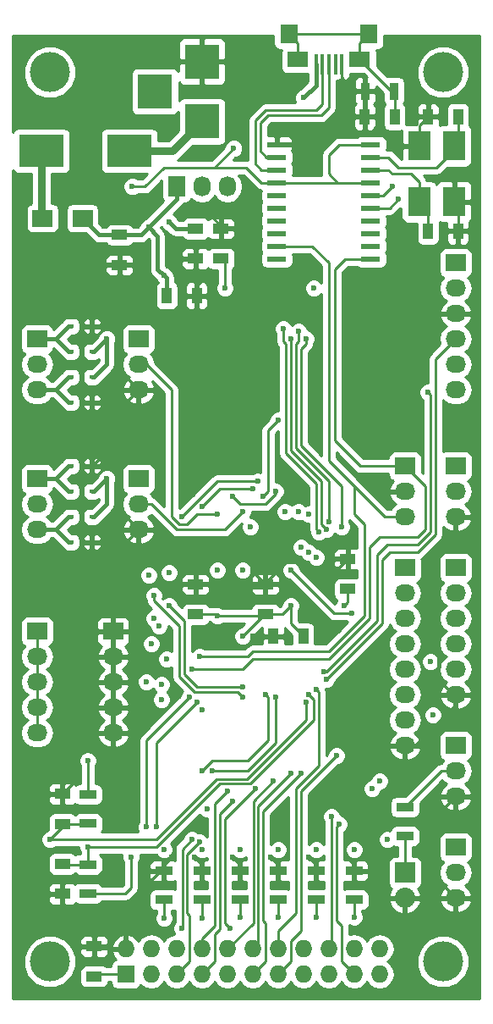
<source format=gbl>
G04 #@! TF.FileFunction,Copper,L4,Bot,Signal*
%FSLAX46Y46*%
G04 Gerber Fmt 4.6, Leading zero omitted, Abs format (unit mm)*
G04 Created by KiCad (PCBNEW (2015-04-05 BZR 5576)-product) date Mon 06 Apr 2015 21:27:06 SAST*
%MOMM*%
G01*
G04 APERTURE LIST*
%ADD10C,0.100000*%
%ADD11R,1.600000X1.000000*%
%ADD12R,1.000000X1.600000*%
%ADD13R,0.400000X2.000000*%
%ADD14R,2.100000X1.600000*%
%ADD15R,1.800000X1.900000*%
%ADD16R,3.500120X3.500120*%
%ADD17R,4.500880X3.299460*%
%ADD18R,4.498340X3.299460*%
%ADD19R,0.590000X0.450000*%
%ADD20R,2.000000X1.700000*%
%ADD21R,1.727200X2.032000*%
%ADD22O,1.727200X2.032000*%
%ADD23R,2.032000X1.727200*%
%ADD24O,2.032000X1.727200*%
%ADD25R,1.727200X1.727200*%
%ADD26O,1.727200X1.727200*%
%ADD27R,2.032000X2.032000*%
%ADD28O,2.032000X2.032000*%
%ADD29R,1.700000X0.900000*%
%ADD30R,0.900000X1.700000*%
%ADD31R,1.950000X0.600000*%
%ADD32R,2.300000X3.000000*%
%ADD33C,4.000000*%
%ADD34C,0.600000*%
%ADD35C,0.400000*%
%ADD36C,0.250000*%
%ADD37C,0.800000*%
%ADD38C,0.254000*%
G04 APERTURE END LIST*
D10*
D11*
X133985000Y-65635000D03*
X133985000Y-62635000D03*
X121285000Y-137390000D03*
X121285000Y-134390000D03*
X131445000Y-101195000D03*
X131445000Y-98195000D03*
X138430000Y-101195000D03*
X138430000Y-98195000D03*
X131445000Y-62635000D03*
X131445000Y-65635000D03*
X118110000Y-129135000D03*
X118110000Y-126135000D03*
X118110000Y-119150000D03*
X118110000Y-122150000D03*
D12*
X157710000Y-51435000D03*
X154710000Y-51435000D03*
X154710000Y-62865000D03*
X157710000Y-62865000D03*
X151360000Y-51435000D03*
X148360000Y-51435000D03*
D11*
X146685000Y-95655000D03*
X146685000Y-98655000D03*
D12*
X128548000Y-69342000D03*
X131548000Y-69342000D03*
D11*
X123825000Y-63270000D03*
X123825000Y-66270000D03*
D13*
X143480000Y-46170000D03*
X144130000Y-46170000D03*
X144780000Y-46170000D03*
X145430000Y-46170000D03*
X146080000Y-46170000D03*
D14*
X147880000Y-45720000D03*
X141680000Y-45720000D03*
D15*
X148780000Y-43170000D03*
X140780000Y-43170000D03*
D16*
X132080000Y-51920140D03*
X132080000Y-45920660D03*
X127381000Y-48920400D03*
D17*
X124795280Y-54864000D03*
D18*
X115996720Y-54864000D03*
D19*
X118960000Y-77470000D03*
X121070000Y-77470000D03*
X121070000Y-80010000D03*
X118960000Y-80010000D03*
X118960000Y-91440000D03*
X121070000Y-91440000D03*
X121070000Y-93980000D03*
X118960000Y-93980000D03*
X118960000Y-74930000D03*
X121070000Y-74930000D03*
X121070000Y-72390000D03*
X118960000Y-72390000D03*
X118960000Y-88900000D03*
X121070000Y-88900000D03*
X121070000Y-86360000D03*
X118960000Y-86360000D03*
D20*
X116110000Y-61595000D03*
X120110000Y-61595000D03*
D21*
X129540000Y-58420000D03*
D22*
X132080000Y-58420000D03*
X134620000Y-58420000D03*
D23*
X125730000Y-73660000D03*
D24*
X125730000Y-76200000D03*
X125730000Y-78740000D03*
D23*
X115570000Y-73660000D03*
D24*
X115570000Y-76200000D03*
X115570000Y-78740000D03*
D23*
X115570000Y-87630000D03*
D24*
X115570000Y-90170000D03*
X115570000Y-92710000D03*
D23*
X125730000Y-87630000D03*
D24*
X125730000Y-90170000D03*
X125730000Y-92710000D03*
D23*
X157480000Y-114300000D03*
D24*
X157480000Y-116840000D03*
X157480000Y-119380000D03*
D23*
X157480000Y-124460000D03*
D24*
X157480000Y-127000000D03*
X157480000Y-129540000D03*
D23*
X152400000Y-96520000D03*
D24*
X152400000Y-99060000D03*
X152400000Y-101600000D03*
X152400000Y-104140000D03*
X152400000Y-106680000D03*
X152400000Y-109220000D03*
X152400000Y-111760000D03*
X152400000Y-114300000D03*
D25*
X124460000Y-137160000D03*
D26*
X124460000Y-134620000D03*
X127000000Y-137160000D03*
X127000000Y-134620000D03*
X129540000Y-137160000D03*
X129540000Y-134620000D03*
X132080000Y-137160000D03*
X132080000Y-134620000D03*
X134620000Y-137160000D03*
X134620000Y-134620000D03*
X137160000Y-137160000D03*
X137160000Y-134620000D03*
X139700000Y-137160000D03*
X139700000Y-134620000D03*
X142240000Y-137160000D03*
X142240000Y-134620000D03*
X144780000Y-137160000D03*
X144780000Y-134620000D03*
X147320000Y-137160000D03*
X147320000Y-134620000D03*
X149860000Y-137160000D03*
X149860000Y-134620000D03*
D23*
X157480000Y-86360000D03*
D24*
X157480000Y-88900000D03*
X157480000Y-91440000D03*
D27*
X152400000Y-127000000D03*
D28*
X152400000Y-129540000D03*
D23*
X157480000Y-96520000D03*
D24*
X157480000Y-99060000D03*
X157480000Y-101600000D03*
X157480000Y-104140000D03*
X157480000Y-106680000D03*
X157480000Y-109220000D03*
D23*
X157480000Y-66040000D03*
D24*
X157480000Y-68580000D03*
X157480000Y-71120000D03*
X157480000Y-73660000D03*
X157480000Y-76200000D03*
X157480000Y-78740000D03*
D29*
X128270000Y-129720000D03*
X128270000Y-126820000D03*
X120650000Y-129085000D03*
X120650000Y-126185000D03*
X132080000Y-129720000D03*
X132080000Y-126820000D03*
X135890000Y-129720000D03*
X135890000Y-126820000D03*
X139700000Y-129720000D03*
X139700000Y-126820000D03*
X143510000Y-129720000D03*
X143510000Y-126820000D03*
X120650000Y-119200000D03*
X120650000Y-122100000D03*
X147320000Y-129720000D03*
X147320000Y-126820000D03*
X152400000Y-120470000D03*
X152400000Y-123370000D03*
D30*
X151310000Y-48895000D03*
X148410000Y-48895000D03*
D31*
X148972000Y-54229000D03*
X148972000Y-55499000D03*
X148972000Y-56769000D03*
X148972000Y-58039000D03*
X148972000Y-59309000D03*
X148972000Y-60579000D03*
X148972000Y-61849000D03*
X148972000Y-63119000D03*
X148972000Y-64389000D03*
X148972000Y-65659000D03*
X139572000Y-65659000D03*
X139572000Y-64389000D03*
X139572000Y-63119000D03*
X139572000Y-61849000D03*
X139572000Y-60579000D03*
X139572000Y-59309000D03*
X139572000Y-58039000D03*
X139572000Y-56769000D03*
X139572000Y-55499000D03*
X139572000Y-54229000D03*
D32*
X153825000Y-54350000D03*
X157325000Y-59950000D03*
X153825000Y-59950000D03*
X157325000Y-54350000D03*
D33*
X116840000Y-135890000D03*
X156210000Y-46990000D03*
X116840000Y-46990000D03*
X156210000Y-135890000D03*
D23*
X115570000Y-102870000D03*
D24*
X115570000Y-105410000D03*
X115570000Y-107950000D03*
X115570000Y-110490000D03*
X115570000Y-113030000D03*
D23*
X123190000Y-102870000D03*
D24*
X123190000Y-105410000D03*
X123190000Y-107950000D03*
X123190000Y-110490000D03*
X123190000Y-113030000D03*
D23*
X152400000Y-86360000D03*
D24*
X152400000Y-88900000D03*
X152400000Y-91440000D03*
D12*
X142216000Y-103378000D03*
X139216000Y-103378000D03*
D34*
X142240000Y-49530000D03*
X125222000Y-119126000D03*
X129032000Y-125476000D03*
X146558000Y-125476000D03*
X142748000Y-125476000D03*
X138938000Y-125476000D03*
X135128000Y-125476000D03*
X131318000Y-125476000D03*
X118618000Y-130556000D03*
X119380000Y-117856000D03*
X144780000Y-113030000D03*
X152654000Y-51308000D03*
X159512000Y-62992000D03*
X132334000Y-60706000D03*
X145034000Y-52324000D03*
X124460000Y-64770000D03*
X132842000Y-67564000D03*
X132080000Y-110744000D03*
X137160000Y-96774000D03*
X137160000Y-103378000D03*
X133858000Y-98552000D03*
X129286000Y-75438000D03*
X153162000Y-83566000D03*
X139446000Y-77724000D03*
X154940000Y-95758000D03*
X116840000Y-82550000D03*
X120650000Y-115824000D03*
X124968000Y-125476000D03*
X133604000Y-96774000D03*
X136144000Y-103378000D03*
X133604000Y-101346000D03*
X140970000Y-100330000D03*
X135255000Y-54610000D03*
X125095000Y-58420000D03*
X134366000Y-68580000D03*
X143256000Y-68580000D03*
X136144000Y-96774000D03*
X128778000Y-61976000D03*
X142748000Y-109220000D03*
X120650000Y-124460000D03*
X142494000Y-109982000D03*
X116840000Y-123698000D03*
X128524000Y-105664000D03*
X150622000Y-123698000D03*
X146304000Y-100330000D03*
X128270000Y-67310000D03*
X122555000Y-73660000D03*
X122555000Y-87630000D03*
X126746000Y-62484000D03*
X128270000Y-124714000D03*
X128778000Y-97028000D03*
X128270000Y-131572000D03*
X132080000Y-124714000D03*
X126492000Y-107950000D03*
X132080000Y-131572000D03*
X128016000Y-108204000D03*
X135890000Y-124714000D03*
X135890000Y-131445000D03*
X128016000Y-109728000D03*
X139700000Y-124714000D03*
X139700000Y-131445000D03*
X127000000Y-104140000D03*
X143510000Y-124714000D03*
X143510000Y-131445000D03*
X147320000Y-124714000D03*
X127762000Y-102362000D03*
X147320000Y-131445000D03*
X151130000Y-58420000D03*
X151765000Y-59690000D03*
X133604000Y-91186000D03*
X136144000Y-90932000D03*
X141986000Y-94488000D03*
X154940000Y-105918000D03*
X155194000Y-111252000D03*
X143510000Y-95504000D03*
X137668000Y-87884000D03*
X130048000Y-91440000D03*
X132080000Y-90424000D03*
X137160000Y-88646000D03*
X139446000Y-88900000D03*
X135128000Y-89408000D03*
X127508000Y-122428000D03*
X131572000Y-109982000D03*
X126492000Y-122428000D03*
X130810000Y-109474000D03*
X133096000Y-116840000D03*
X131826000Y-123952000D03*
X139446000Y-109474000D03*
X136906000Y-92456000D03*
X135128000Y-119888000D03*
X134620000Y-118872000D03*
X139192000Y-117856000D03*
X141986000Y-117094000D03*
X140970000Y-117094000D03*
X145542000Y-115316000D03*
X143510000Y-108712000D03*
X140970000Y-96774000D03*
X147066000Y-101092000D03*
X145034000Y-121412000D03*
X127254000Y-101600000D03*
X132588000Y-120650000D03*
X145796000Y-122174000D03*
X132080000Y-116840000D03*
X131064000Y-123698000D03*
X138430000Y-109220000D03*
X130048000Y-132588000D03*
X127254000Y-99314000D03*
X136144000Y-109474000D03*
X149098000Y-118618000D03*
X128778000Y-100330000D03*
X136144000Y-108458000D03*
X149860000Y-117856000D03*
X126746000Y-97282000D03*
X142748000Y-91186000D03*
X141732000Y-90932000D03*
X140404002Y-90932000D03*
X142748000Y-94996000D03*
X144526000Y-107696000D03*
X144272000Y-106934000D03*
X154686000Y-78994000D03*
X138176000Y-89408000D03*
X139700000Y-81788000D03*
X143764000Y-92964000D03*
X140208000Y-72644000D03*
X144526000Y-92710000D03*
X140970000Y-73660000D03*
X141732000Y-72898000D03*
X144780000Y-91948000D03*
X142494000Y-73660000D03*
X146050000Y-92456000D03*
X131064000Y-106680000D03*
X131826000Y-105410000D03*
X134874000Y-132588000D03*
X137414000Y-118618000D03*
D35*
X143480000Y-48290000D02*
X142240000Y-49530000D01*
X143480000Y-48290000D02*
X143480000Y-46170000D01*
D36*
X152654000Y-51308000D02*
X152654000Y-51435000D01*
X152781000Y-51435000D02*
X152654000Y-51308000D01*
X127942000Y-126820000D02*
X124206000Y-130556000D01*
X128270000Y-126820000D02*
X128270000Y-126238000D01*
X128270000Y-126238000D02*
X129032000Y-125476000D01*
X147320000Y-126238000D02*
X146558000Y-125476000D01*
X147320000Y-126238000D02*
X147320000Y-126820000D01*
X142748000Y-125476000D02*
X143510000Y-126238000D01*
X143510000Y-126238000D02*
X143510000Y-126820000D01*
X139700000Y-126820000D02*
X139700000Y-126238000D01*
X139700000Y-126238000D02*
X138938000Y-125476000D01*
X135890000Y-126820000D02*
X135890000Y-126238000D01*
X135890000Y-126238000D02*
X135128000Y-125476000D01*
X132080000Y-126820000D02*
X132080000Y-126238000D01*
X132080000Y-126238000D02*
X131318000Y-125476000D01*
X128270000Y-126820000D02*
X127942000Y-126820000D01*
X124206000Y-130556000D02*
X118618000Y-130556000D01*
X118110000Y-130048000D02*
X118110000Y-129135000D01*
X118618000Y-130556000D02*
X118110000Y-130048000D01*
X119380000Y-117856000D02*
X118110000Y-119126000D01*
X118110000Y-119126000D02*
X118110000Y-119150000D01*
X152400000Y-114300000D02*
X153416000Y-114300000D01*
X153416000Y-114300000D02*
X157480000Y-110236000D01*
X157480000Y-110236000D02*
X157480000Y-109220000D01*
X157837000Y-62992000D02*
X157710000Y-62865000D01*
X159512000Y-62992000D02*
X157837000Y-62992000D01*
X157710000Y-62865000D02*
X157710000Y-60335000D01*
X157710000Y-60335000D02*
X157325000Y-59950000D01*
X124460000Y-80010000D02*
X121070000Y-80010000D01*
X125730000Y-78740000D02*
X124460000Y-80010000D01*
X124460000Y-93980000D02*
X125730000Y-92710000D01*
X121070000Y-93980000D02*
X124460000Y-93980000D01*
X154710000Y-51435000D02*
X152781000Y-51435000D01*
X121515000Y-134620000D02*
X121285000Y-134390000D01*
X124460000Y-134620000D02*
X121515000Y-134620000D01*
X123190000Y-102870000D02*
X123190000Y-105410000D01*
X123190000Y-105410000D02*
X123190000Y-107950000D01*
X123190000Y-107950000D02*
X123190000Y-110490000D01*
X123190000Y-110490000D02*
X123190000Y-113030000D01*
X131548000Y-65738000D02*
X131445000Y-65635000D01*
X131548000Y-68350000D02*
X131548000Y-65738000D01*
X131548000Y-69342000D02*
X131548000Y-68350000D01*
X133985000Y-62357000D02*
X132334000Y-60706000D01*
X133985000Y-62635000D02*
X133985000Y-62357000D01*
X148410000Y-51385000D02*
X148410000Y-48895000D01*
X148360000Y-51435000D02*
X148410000Y-51385000D01*
X146812000Y-48768000D02*
X146080000Y-48036000D01*
X146080000Y-48036000D02*
X146080000Y-46170000D01*
X148283000Y-48768000D02*
X146812000Y-48768000D01*
X148410000Y-48895000D02*
X148283000Y-48768000D01*
X148233000Y-51308000D02*
X148360000Y-51435000D01*
X146050000Y-51308000D02*
X148233000Y-51308000D01*
X145034000Y-52324000D02*
X146050000Y-51308000D01*
X123825000Y-65405000D02*
X124460000Y-64770000D01*
X123825000Y-66270000D02*
X123825000Y-65405000D01*
X132334000Y-67564000D02*
X131548000Y-68350000D01*
X132842000Y-67564000D02*
X132334000Y-67564000D01*
X142113000Y-54229000D02*
X144018000Y-52324000D01*
X144018000Y-52324000D02*
X145034000Y-52324000D01*
X139572000Y-54229000D02*
X142113000Y-54229000D01*
X153825000Y-52320000D02*
X154710000Y-51435000D01*
X153825000Y-54350000D02*
X153825000Y-52320000D01*
X145820000Y-96520000D02*
X146685000Y-95655000D01*
X142748000Y-96520000D02*
X145820000Y-96520000D01*
X142240000Y-96012000D02*
X142748000Y-96520000D01*
X140462000Y-96012000D02*
X142240000Y-96012000D01*
X138430000Y-98044000D02*
X140462000Y-96012000D01*
X138430000Y-98195000D02*
X138430000Y-98044000D01*
X137160000Y-96925000D02*
X138430000Y-98195000D01*
X137160000Y-96774000D02*
X137160000Y-96925000D01*
X131548000Y-98298000D02*
X131445000Y-98195000D01*
X133604000Y-98298000D02*
X131548000Y-98298000D01*
X133858000Y-98552000D02*
X133604000Y-98298000D01*
X138073000Y-98552000D02*
X138430000Y-98195000D01*
X133858000Y-98552000D02*
X138073000Y-98552000D01*
X157480000Y-129540000D02*
X152400000Y-129540000D01*
X154940000Y-124206000D02*
X154940000Y-127000000D01*
X154940000Y-127000000D02*
X157480000Y-129540000D01*
X123698000Y-83732000D02*
X121070000Y-86360000D01*
X125730000Y-81700000D02*
X123698000Y-83732000D01*
X125730000Y-78740000D02*
X125730000Y-81700000D01*
X123698000Y-90678000D02*
X125730000Y-92710000D01*
X123698000Y-90678000D02*
X123698000Y-84074000D01*
X123698000Y-83732000D02*
X123698000Y-84074000D01*
X131572000Y-69366000D02*
X131548000Y-69342000D01*
X131572000Y-73152000D02*
X131572000Y-69366000D01*
X129286000Y-75438000D02*
X131572000Y-73152000D01*
X139446000Y-77724000D02*
X136144000Y-77724000D01*
X136144000Y-77724000D02*
X131572000Y-73152000D01*
X157480000Y-109220000D02*
X157226000Y-109220000D01*
X157226000Y-109220000D02*
X155702000Y-107696000D01*
X154940000Y-103632000D02*
X154940000Y-95758000D01*
X155702000Y-104394000D02*
X154940000Y-103632000D01*
X155702000Y-107696000D02*
X155702000Y-104394000D01*
X154940000Y-121920000D02*
X157480000Y-119380000D01*
X154940000Y-124206000D02*
X154940000Y-121920000D01*
X122682000Y-72390000D02*
X123952000Y-73660000D01*
X123952000Y-73660000D02*
X123952000Y-76962000D01*
X123952000Y-76962000D02*
X125730000Y-78740000D01*
X121070000Y-72390000D02*
X122682000Y-72390000D01*
X139216000Y-103378000D02*
X137160000Y-103378000D01*
X120650000Y-115824000D02*
X120650000Y-119200000D01*
X124407000Y-129085000D02*
X124968000Y-128524000D01*
X124968000Y-128524000D02*
X124968000Y-125476000D01*
X120650000Y-129085000D02*
X124407000Y-129085000D01*
X136144000Y-103378000D02*
X138327000Y-101195000D01*
X138327000Y-101195000D02*
X138430000Y-101195000D01*
X138279000Y-101346000D02*
X133604000Y-101346000D01*
X138279000Y-101346000D02*
X138430000Y-101195000D01*
X138430000Y-101195000D02*
X140105000Y-101195000D01*
X140105000Y-101195000D02*
X140970000Y-100330000D01*
X152400000Y-120470000D02*
X156030000Y-116840000D01*
X156030000Y-116840000D02*
X157480000Y-116840000D01*
X133350000Y-56515000D02*
X135255000Y-54610000D01*
X146050000Y-58039000D02*
X145669000Y-58039000D01*
X145796000Y-54229000D02*
X148972000Y-54229000D01*
X144780000Y-55245000D02*
X145796000Y-54229000D01*
X144780000Y-57150000D02*
X144780000Y-55245000D01*
X145669000Y-58039000D02*
X144780000Y-57150000D01*
X139572000Y-58039000D02*
X146050000Y-58039000D01*
X146050000Y-58039000D02*
X148972000Y-58039000D01*
X139572000Y-58039000D02*
X138049000Y-58039000D01*
X126365000Y-58420000D02*
X125095000Y-58420000D01*
X133350000Y-56515000D02*
X128270000Y-56515000D01*
X128270000Y-56515000D02*
X126365000Y-58420000D01*
X136525000Y-56515000D02*
X133350000Y-56515000D01*
X138049000Y-58039000D02*
X136525000Y-56515000D01*
X121515000Y-137160000D02*
X121285000Y-137390000D01*
X124460000Y-137160000D02*
X121515000Y-137160000D01*
X115570000Y-113030000D02*
X115570000Y-110490000D01*
X115570000Y-105410000D02*
X115570000Y-102870000D01*
X115570000Y-107950000D02*
X115570000Y-105410000D01*
X115570000Y-110490000D02*
X115570000Y-107950000D01*
X134366000Y-66548000D02*
X134366000Y-68580000D01*
X134366000Y-66016000D02*
X134366000Y-66548000D01*
X133985000Y-65635000D02*
X134366000Y-66016000D01*
X133453000Y-101195000D02*
X133604000Y-101346000D01*
X131445000Y-101195000D02*
X133453000Y-101195000D01*
X140970000Y-102132000D02*
X140970000Y-100330000D01*
X142216000Y-103378000D02*
X140970000Y-102132000D01*
D35*
X128778000Y-61976000D02*
X129437000Y-62635000D01*
X129437000Y-62635000D02*
X131445000Y-62635000D01*
D36*
X129540000Y-122428000D02*
X127508000Y-124460000D01*
X133858000Y-118110000D02*
X129540000Y-122428000D01*
X127508000Y-124460000D02*
X120650000Y-124460000D01*
X133858000Y-118110000D02*
X134112000Y-118110000D01*
X138176000Y-116840000D02*
X136906000Y-118110000D01*
X143256000Y-109728000D02*
X143256000Y-111760000D01*
X143256000Y-111760000D02*
X138176000Y-116840000D01*
X142748000Y-109220000D02*
X143256000Y-109728000D01*
X136906000Y-118110000D02*
X134112000Y-118110000D01*
X133793801Y-118174199D02*
X133858000Y-118110000D01*
X120650000Y-126185000D02*
X118160000Y-126185000D01*
X118160000Y-126185000D02*
X118110000Y-126135000D01*
X120650000Y-124460000D02*
X120650000Y-126185000D01*
X116840000Y-123698000D02*
X118110000Y-122428000D01*
X118110000Y-122428000D02*
X118110000Y-122150000D01*
X116840000Y-123698000D02*
X118364000Y-123698000D01*
X127508000Y-123698000D02*
X118364000Y-123698000D01*
X132588000Y-118618000D02*
X129286000Y-121920000D01*
X136594002Y-117659998D02*
X133546002Y-117659998D01*
X133546002Y-117659998D02*
X132588000Y-118618000D01*
X142494000Y-109982000D02*
X142494000Y-111760000D01*
X142494000Y-111760000D02*
X137922000Y-116332000D01*
X137922000Y-116332000D02*
X136594002Y-117659998D01*
X129286000Y-121920000D02*
X127508000Y-123698000D01*
X120650000Y-122100000D02*
X120600000Y-122150000D01*
X120600000Y-122150000D02*
X118110000Y-122150000D01*
X152400000Y-123370000D02*
X152400000Y-127000000D01*
X157710000Y-51435000D02*
X157710000Y-53965000D01*
X157710000Y-53965000D02*
X157325000Y-54350000D01*
X148972000Y-55499000D02*
X150749000Y-55499000D01*
X155575000Y-56515000D02*
X157325000Y-54765000D01*
X151765000Y-56515000D02*
X155575000Y-56515000D01*
X150749000Y-55499000D02*
X151765000Y-56515000D01*
X157325000Y-54765000D02*
X157325000Y-54350000D01*
X148972000Y-56769000D02*
X150749000Y-56769000D01*
X153825000Y-57940000D02*
X153825000Y-59950000D01*
X153035000Y-57150000D02*
X153825000Y-57940000D01*
X151130000Y-57150000D02*
X153035000Y-57150000D01*
X150749000Y-56769000D02*
X151130000Y-57150000D01*
X154710000Y-62865000D02*
X154710000Y-60835000D01*
X154710000Y-60835000D02*
X153825000Y-59950000D01*
X147880000Y-44070000D02*
X148780000Y-43170000D01*
X147880000Y-45720000D02*
X147880000Y-44070000D01*
X148780000Y-43170000D02*
X140780000Y-43170000D01*
X141680000Y-44070000D02*
X140780000Y-43170000D01*
X141680000Y-45720000D02*
X141680000Y-44070000D01*
X151360000Y-48945000D02*
X151310000Y-48895000D01*
X151360000Y-51435000D02*
X151360000Y-48945000D01*
X151055000Y-48895000D02*
X147880000Y-45720000D01*
X151310000Y-48895000D02*
X151055000Y-48895000D01*
X146304000Y-100330000D02*
X146685000Y-99949000D01*
X146685000Y-99949000D02*
X146685000Y-98655000D01*
D35*
X121070000Y-77470000D02*
X121285000Y-77470000D01*
X121285000Y-77470000D02*
X122555000Y-76200000D01*
X122555000Y-76200000D02*
X122555000Y-73660000D01*
X121070000Y-74930000D02*
X121285000Y-74930000D01*
X121285000Y-74930000D02*
X122555000Y-73660000D01*
X121070000Y-88900000D02*
X121285000Y-88900000D01*
X121285000Y-88900000D02*
X122555000Y-87630000D01*
X122555000Y-90170000D02*
X121285000Y-91440000D01*
X122555000Y-87630000D02*
X122555000Y-90170000D01*
X121285000Y-91440000D02*
X121070000Y-91440000D01*
X128548000Y-67588000D02*
X128270000Y-67310000D01*
X128548000Y-69342000D02*
X128548000Y-67588000D01*
X121785000Y-63270000D02*
X120110000Y-61595000D01*
X123825000Y-63270000D02*
X121785000Y-63270000D01*
X127635000Y-66675000D02*
X127635000Y-63500000D01*
X127635000Y-66675000D02*
X128270000Y-67310000D01*
X127635000Y-63500000D02*
X127635000Y-63373000D01*
X127635000Y-63373000D02*
X126746000Y-62484000D01*
X125960000Y-63270000D02*
X126746000Y-62484000D01*
X123825000Y-63270000D02*
X125960000Y-63270000D01*
X129540000Y-59690000D02*
X126746000Y-62484000D01*
X129540000Y-58420000D02*
X129540000Y-59690000D01*
D36*
X144130000Y-50180000D02*
X143510000Y-50800000D01*
X143510000Y-50800000D02*
X138430000Y-50800000D01*
X138430000Y-50800000D02*
X137414000Y-51816000D01*
X137414000Y-51816000D02*
X137414000Y-56134000D01*
X137414000Y-56134000D02*
X138049000Y-56769000D01*
X138049000Y-56769000D02*
X139572000Y-56769000D01*
X144130000Y-46170000D02*
X144130000Y-50180000D01*
X138557000Y-55499000D02*
X137922000Y-54864000D01*
X137922000Y-54864000D02*
X137922000Y-52070000D01*
X137922000Y-52070000D02*
X138684000Y-51308000D01*
X138684000Y-51308000D02*
X144018000Y-51308000D01*
X144018000Y-51308000D02*
X144780000Y-50546000D01*
X144780000Y-50546000D02*
X144780000Y-46170000D01*
X139572000Y-55499000D02*
X138557000Y-55499000D01*
D37*
X129136140Y-54864000D02*
X132080000Y-51920140D01*
X124795280Y-54864000D02*
X129136140Y-54864000D01*
D36*
X128270000Y-129720000D02*
X128270000Y-131572000D01*
X132080000Y-131572000D02*
X132080000Y-129720000D01*
X135890000Y-129720000D02*
X135890000Y-131445000D01*
X139700000Y-131445000D02*
X139700000Y-129720000D01*
X143510000Y-129720000D02*
X143510000Y-131445000D01*
X147320000Y-131445000D02*
X147320000Y-129720000D01*
X148972000Y-59309000D02*
X150241000Y-59309000D01*
X150241000Y-59309000D02*
X151130000Y-58420000D01*
X150876000Y-60579000D02*
X151765000Y-59690000D01*
X148972000Y-60579000D02*
X150876000Y-60579000D01*
D37*
X116110000Y-54977280D02*
X115996720Y-54864000D01*
X115996720Y-61481720D02*
X116110000Y-61595000D01*
X115996720Y-54864000D02*
X115996720Y-61481720D01*
D35*
X117475000Y-78740000D02*
X118745000Y-77470000D01*
X118745000Y-77470000D02*
X118960000Y-77470000D01*
X115570000Y-78740000D02*
X117475000Y-78740000D01*
X117475000Y-78740000D02*
X118745000Y-80010000D01*
X118745000Y-80010000D02*
X118960000Y-80010000D01*
X117475000Y-92710000D02*
X118745000Y-91440000D01*
X118745000Y-91440000D02*
X118960000Y-91440000D01*
X115570000Y-92710000D02*
X117475000Y-92710000D01*
X117475000Y-92710000D02*
X118745000Y-93980000D01*
X118745000Y-93980000D02*
X118960000Y-93980000D01*
X117475000Y-73660000D02*
X118745000Y-72390000D01*
X118745000Y-72390000D02*
X118960000Y-72390000D01*
X115570000Y-73660000D02*
X117475000Y-73660000D01*
X117475000Y-73660000D02*
X118745000Y-74930000D01*
X118745000Y-74930000D02*
X118960000Y-74930000D01*
X117475000Y-87630000D02*
X118745000Y-86360000D01*
X118745000Y-86360000D02*
X118960000Y-86360000D01*
X115570000Y-87630000D02*
X117475000Y-87630000D01*
X117475000Y-87630000D02*
X118745000Y-88900000D01*
X118745000Y-88900000D02*
X118960000Y-88900000D01*
D36*
X131572000Y-91186000D02*
X133604000Y-91186000D01*
X131572000Y-91186000D02*
X130556000Y-92202000D01*
X130556000Y-92202000D02*
X129794000Y-92202000D01*
X129794000Y-92202000D02*
X129032000Y-91440000D01*
X129032000Y-91440000D02*
X129032000Y-78740000D01*
X126492000Y-76200000D02*
X129032000Y-78740000D01*
X126492000Y-76200000D02*
X125730000Y-76200000D01*
X129540000Y-92710000D02*
X127000000Y-90170000D01*
X127000000Y-90170000D02*
X125730000Y-90170000D01*
X134366000Y-92710000D02*
X129540000Y-92710000D01*
X136144000Y-90932000D02*
X134366000Y-92710000D01*
X133604000Y-87884000D02*
X131826000Y-89662000D01*
X137668000Y-87884000D02*
X133604000Y-87884000D01*
X130048000Y-91440000D02*
X131826000Y-89662000D01*
X133858000Y-88646000D02*
X132080000Y-90424000D01*
X137160000Y-88646000D02*
X133858000Y-88646000D01*
X139446000Y-88900000D02*
X139446000Y-89154000D01*
X139446000Y-89154000D02*
X138430000Y-90170000D01*
X138430000Y-90170000D02*
X136652000Y-90170000D01*
X135890000Y-90170000D02*
X136652000Y-90170000D01*
X135128000Y-89408000D02*
X135890000Y-90170000D01*
X127508000Y-122428000D02*
X127508000Y-114046000D01*
X131572000Y-109982000D02*
X127508000Y-114046000D01*
X126492000Y-113792000D02*
X126492000Y-122428000D01*
X130810000Y-109474000D02*
X127000000Y-113284000D01*
X127000000Y-113284000D02*
X126492000Y-113792000D01*
X130810000Y-135890000D02*
X130810000Y-131318000D01*
X139446000Y-114046000D02*
X136652000Y-116840000D01*
X136652000Y-116840000D02*
X133096000Y-116840000D01*
X129540000Y-137160000D02*
X130810000Y-135890000D01*
X139446000Y-109474000D02*
X139446000Y-114046000D01*
X130556000Y-125222000D02*
X131826000Y-123952000D01*
X130556000Y-131064000D02*
X130556000Y-125222000D01*
X130810000Y-131318000D02*
X130556000Y-131064000D01*
X133858000Y-121412000D02*
X133858000Y-121158000D01*
X133350000Y-135890000D02*
X133350000Y-133153998D01*
X133350000Y-133153998D02*
X133858000Y-132645998D01*
X133858000Y-132645998D02*
X133858000Y-121412000D01*
X132080000Y-137160000D02*
X133350000Y-135890000D01*
X133858000Y-121158000D02*
X135128000Y-119888000D01*
X132080000Y-133604000D02*
X132080000Y-134620000D01*
X133350000Y-132334000D02*
X132080000Y-133604000D01*
X133350000Y-120142000D02*
X133350000Y-132334000D01*
X134620000Y-118872000D02*
X133350000Y-120142000D01*
X137217998Y-132022002D02*
X134620000Y-134620000D01*
X137217998Y-119830002D02*
X137217998Y-132022002D01*
X139192000Y-117856000D02*
X137217998Y-119830002D01*
X141986000Y-117094000D02*
X138176000Y-120904000D01*
X138176000Y-120904000D02*
X138176000Y-125222000D01*
X138430000Y-135890000D02*
X137160000Y-137160000D01*
X138430000Y-132080000D02*
X138430000Y-135890000D01*
X138176000Y-131826000D02*
X138430000Y-132080000D01*
X138176000Y-125222000D02*
X138176000Y-131826000D01*
X137668000Y-120650000D02*
X137668000Y-120396000D01*
X137668000Y-120396000D02*
X140970000Y-117094000D01*
X137668000Y-134112000D02*
X137668000Y-120904000D01*
X137668000Y-120904000D02*
X137668000Y-120650000D01*
X137668000Y-134112000D02*
X137160000Y-134620000D01*
X140970000Y-135890000D02*
X139700000Y-137160000D01*
X140970000Y-133858000D02*
X140970000Y-135890000D01*
X141986000Y-132842000D02*
X140970000Y-133858000D01*
X141986000Y-118872000D02*
X141986000Y-132842000D01*
X145542000Y-115316000D02*
X141986000Y-118872000D01*
X143510000Y-108712000D02*
X143764000Y-108966000D01*
X139700000Y-134620000D02*
X139700000Y-132842000D01*
X141478000Y-131064000D02*
X141478000Y-122936000D01*
X139700000Y-132842000D02*
X141478000Y-131064000D01*
X141478000Y-122936000D02*
X141478000Y-118618000D01*
X143764000Y-116332000D02*
X141478000Y-118618000D01*
X143764000Y-108966000D02*
X143764000Y-116332000D01*
X145288000Y-101092000D02*
X147066000Y-101092000D01*
X140970000Y-96774000D02*
X145288000Y-101092000D01*
X145034000Y-121412000D02*
X145034000Y-134366000D01*
X145034000Y-134366000D02*
X144780000Y-134620000D01*
X146050000Y-135890000D02*
X146050000Y-132334000D01*
X146050000Y-132334000D02*
X145542000Y-131826000D01*
X145542000Y-131826000D02*
X145542000Y-122428000D01*
X145542000Y-122428000D02*
X145796000Y-122174000D01*
X146050000Y-135890000D02*
X147320000Y-137160000D01*
X131064000Y-123698000D02*
X130105998Y-124656002D01*
X138684000Y-109474000D02*
X138684000Y-113792000D01*
X138684000Y-113792000D02*
X136652000Y-115824000D01*
X136652000Y-115824000D02*
X133096000Y-115824000D01*
X133096000Y-115824000D02*
X132080000Y-116840000D01*
X138430000Y-109220000D02*
X138684000Y-109474000D01*
X130105998Y-132530002D02*
X130048000Y-132588000D01*
X130105998Y-124656002D02*
X130105998Y-132530002D01*
X136144000Y-109474000D02*
X135636000Y-108966000D01*
X129794000Y-105410000D02*
X129794000Y-107442000D01*
X127254000Y-99822000D02*
X129794000Y-102362000D01*
X129794000Y-102362000D02*
X129794000Y-105156000D01*
X127254000Y-99314000D02*
X127254000Y-99822000D01*
X129794000Y-105156000D02*
X129794000Y-105410000D01*
X131318000Y-108966000D02*
X133350000Y-108966000D01*
X129794000Y-107442000D02*
X131318000Y-108966000D01*
X135636000Y-108966000D02*
X133350000Y-108966000D01*
X134112000Y-108458000D02*
X136144000Y-108458000D01*
X134112000Y-108458000D02*
X131572000Y-108458000D01*
X131572000Y-108458000D02*
X130302000Y-107188000D01*
X130302000Y-107188000D02*
X130302000Y-104902000D01*
X130302000Y-101854000D02*
X130302000Y-104902000D01*
X128778000Y-100330000D02*
X130302000Y-101854000D01*
X144526000Y-107696000D02*
X150114000Y-102108000D01*
X155448000Y-75692000D02*
X157480000Y-73660000D01*
X155448000Y-93218000D02*
X155448000Y-75692000D01*
X153670000Y-94996000D02*
X155448000Y-93218000D01*
X150876000Y-94996000D02*
X153670000Y-94996000D01*
X150114000Y-95758000D02*
X150876000Y-94996000D01*
X150114000Y-102108000D02*
X150114000Y-95758000D01*
X150622000Y-94234000D02*
X153670000Y-94234000D01*
X144526000Y-106934000D02*
X149606000Y-101854000D01*
X149606000Y-101854000D02*
X149606000Y-95250000D01*
X149606000Y-95250000D02*
X150622000Y-94234000D01*
X144272000Y-106934000D02*
X144526000Y-106934000D01*
X154940000Y-92964000D02*
X154940000Y-87376000D01*
X153670000Y-94234000D02*
X154940000Y-92964000D01*
X154940000Y-79502000D02*
X154940000Y-87376000D01*
X154940000Y-79248000D02*
X154940000Y-79502000D01*
X154686000Y-78994000D02*
X154940000Y-79248000D01*
X138684000Y-88900000D02*
X138176000Y-89408000D01*
X138684000Y-82804000D02*
X138684000Y-88900000D01*
X139700000Y-81788000D02*
X138684000Y-82804000D01*
X140462000Y-75946000D02*
X140462000Y-74168000D01*
X143764000Y-92964000D02*
X143510000Y-92710000D01*
X140462000Y-85090000D02*
X140462000Y-75946000D01*
X143510000Y-88138000D02*
X140462000Y-85090000D01*
X143510000Y-92710000D02*
X143510000Y-88138000D01*
X140208000Y-73914000D02*
X140208000Y-72644000D01*
X140462000Y-74168000D02*
X140208000Y-73914000D01*
X140970000Y-75438000D02*
X140970000Y-73660000D01*
X144018000Y-92202000D02*
X144018000Y-87884000D01*
X144018000Y-87884000D02*
X140970000Y-84836000D01*
X140970000Y-84836000D02*
X140970000Y-75438000D01*
X144526000Y-92710000D02*
X144018000Y-92202000D01*
X141478000Y-74168000D02*
X141732000Y-73914000D01*
X141732000Y-73914000D02*
X141732000Y-72898000D01*
X144780000Y-91948000D02*
X144780000Y-87884000D01*
X141478000Y-84582000D02*
X141478000Y-74930000D01*
X144780000Y-87884000D02*
X141478000Y-84582000D01*
X141478000Y-74930000D02*
X141478000Y-74168000D01*
X142494000Y-74168000D02*
X142494000Y-73660000D01*
X146050000Y-92456000D02*
X146050000Y-88392000D01*
X141986000Y-84328000D02*
X141986000Y-74676000D01*
X146050000Y-88392000D02*
X141986000Y-84328000D01*
X141986000Y-74676000D02*
X142494000Y-74168000D01*
X145415000Y-71755000D02*
X145415000Y-83820000D01*
X146431000Y-65659000D02*
X145415000Y-66675000D01*
X145415000Y-66675000D02*
X145415000Y-71755000D01*
X148972000Y-65659000D02*
X146431000Y-65659000D01*
X147955000Y-86360000D02*
X152400000Y-86360000D01*
X145478500Y-83883500D02*
X147955000Y-86360000D01*
X145415000Y-83820000D02*
X145478500Y-83883500D01*
X144780000Y-105664000D02*
X137160000Y-105664000D01*
X136144000Y-106680000D02*
X137160000Y-105664000D01*
X153670000Y-93472000D02*
X154432000Y-92710000D01*
X152400000Y-86360000D02*
X154432000Y-88392000D01*
X148844000Y-94488000D02*
X149860000Y-93472000D01*
X149860000Y-93472000D02*
X153670000Y-93472000D01*
X146558000Y-103886000D02*
X148844000Y-101600000D01*
X148844000Y-101600000D02*
X148844000Y-94488000D01*
X154432000Y-92710000D02*
X154432000Y-88392000D01*
X131064000Y-106680000D02*
X136144000Y-106680000D01*
X146558000Y-103886000D02*
X144780000Y-105664000D01*
X150114000Y-91186000D02*
X150368000Y-91440000D01*
X148336000Y-89408000D02*
X150114000Y-91186000D01*
X150368000Y-91440000D02*
X152400000Y-91440000D01*
X139572000Y-64389000D02*
X143129000Y-64389000D01*
X144780000Y-66040000D02*
X144780000Y-71755000D01*
X143129000Y-64389000D02*
X144780000Y-66040000D01*
X144780000Y-71755000D02*
X144780000Y-84836000D01*
X144780000Y-85852000D02*
X144780000Y-84836000D01*
X147320000Y-88392000D02*
X144780000Y-85852000D01*
X148336000Y-89408000D02*
X147320000Y-88392000D01*
X148336000Y-92710000D02*
X148336000Y-92202000D01*
X148336000Y-92202000D02*
X147320000Y-91186000D01*
X147320000Y-91186000D02*
X147320000Y-88392000D01*
X146304000Y-103378000D02*
X148336000Y-101346000D01*
X148336000Y-101346000D02*
X148336000Y-92710000D01*
X144780000Y-104902000D02*
X146304000Y-103378000D01*
X131826000Y-105410000D02*
X136652000Y-105410000D01*
X136652000Y-105410000D02*
X137160000Y-104902000D01*
X137160000Y-104902000D02*
X144780000Y-104902000D01*
X134366000Y-132080000D02*
X134874000Y-132588000D01*
X137414000Y-118618000D02*
X134366000Y-121666000D01*
X134366000Y-121666000D02*
X134366000Y-132080000D01*
D38*
G36*
X132590000Y-128622560D02*
X131316000Y-128622560D01*
X131316000Y-127905000D01*
X131356309Y-127905000D01*
X131794250Y-127905000D01*
X131953000Y-127746250D01*
X131953000Y-126947000D01*
X131933000Y-126947000D01*
X131933000Y-126693000D01*
X131953000Y-126693000D01*
X131953000Y-125893750D01*
X131794250Y-125735000D01*
X131356309Y-125735000D01*
X131316000Y-125735000D01*
X131316000Y-125536802D01*
X131448230Y-125404571D01*
X131549673Y-125506192D01*
X131893201Y-125648838D01*
X132265167Y-125649162D01*
X132590000Y-125514944D01*
X132590000Y-125735000D01*
X132365750Y-125735000D01*
X132207000Y-125893750D01*
X132207000Y-126693000D01*
X132227000Y-126693000D01*
X132227000Y-126947000D01*
X132207000Y-126947000D01*
X132207000Y-127746250D01*
X132365750Y-127905000D01*
X132590000Y-127905000D01*
X132590000Y-128622560D01*
X132590000Y-128622560D01*
G37*
X132590000Y-128622560D02*
X131316000Y-128622560D01*
X131316000Y-127905000D01*
X131356309Y-127905000D01*
X131794250Y-127905000D01*
X131953000Y-127746250D01*
X131953000Y-126947000D01*
X131933000Y-126947000D01*
X131933000Y-126693000D01*
X131953000Y-126693000D01*
X131953000Y-125893750D01*
X131794250Y-125735000D01*
X131356309Y-125735000D01*
X131316000Y-125735000D01*
X131316000Y-125536802D01*
X131448230Y-125404571D01*
X131549673Y-125506192D01*
X131893201Y-125648838D01*
X132265167Y-125649162D01*
X132590000Y-125514944D01*
X132590000Y-125735000D01*
X132365750Y-125735000D01*
X132207000Y-125893750D01*
X132207000Y-126693000D01*
X132227000Y-126693000D01*
X132227000Y-126947000D01*
X132207000Y-126947000D01*
X132207000Y-127746250D01*
X132365750Y-127905000D01*
X132590000Y-127905000D01*
X132590000Y-128622560D01*
G36*
X136457998Y-128622560D02*
X135126000Y-128622560D01*
X135126000Y-127905000D01*
X135166309Y-127905000D01*
X135604250Y-127905000D01*
X135763000Y-127746250D01*
X135763000Y-126947000D01*
X135743000Y-126947000D01*
X135743000Y-126693000D01*
X135763000Y-126693000D01*
X135763000Y-125893750D01*
X135604250Y-125735000D01*
X135166309Y-125735000D01*
X135126000Y-125735000D01*
X135126000Y-125272110D01*
X135359673Y-125506192D01*
X135703201Y-125648838D01*
X136075167Y-125649162D01*
X136418943Y-125507117D01*
X136457998Y-125468130D01*
X136457998Y-125735000D01*
X136175750Y-125735000D01*
X136017000Y-125893750D01*
X136017000Y-126693000D01*
X136037000Y-126693000D01*
X136037000Y-126947000D01*
X136017000Y-126947000D01*
X136017000Y-127746250D01*
X136175750Y-127905000D01*
X136457998Y-127905000D01*
X136457998Y-128622560D01*
X136457998Y-128622560D01*
G37*
X136457998Y-128622560D02*
X135126000Y-128622560D01*
X135126000Y-127905000D01*
X135166309Y-127905000D01*
X135604250Y-127905000D01*
X135763000Y-127746250D01*
X135763000Y-126947000D01*
X135743000Y-126947000D01*
X135743000Y-126693000D01*
X135763000Y-126693000D01*
X135763000Y-125893750D01*
X135604250Y-125735000D01*
X135166309Y-125735000D01*
X135126000Y-125735000D01*
X135126000Y-125272110D01*
X135359673Y-125506192D01*
X135703201Y-125648838D01*
X136075167Y-125649162D01*
X136418943Y-125507117D01*
X136457998Y-125468130D01*
X136457998Y-125735000D01*
X136175750Y-125735000D01*
X136017000Y-125893750D01*
X136017000Y-126693000D01*
X136037000Y-126693000D01*
X136037000Y-126947000D01*
X136017000Y-126947000D01*
X136017000Y-127746250D01*
X136175750Y-127905000D01*
X136457998Y-127905000D01*
X136457998Y-128622560D01*
G36*
X140718000Y-128656250D02*
X140550000Y-128622560D01*
X138936000Y-128622560D01*
X138936000Y-127905000D01*
X138976309Y-127905000D01*
X139414250Y-127905000D01*
X139573000Y-127746250D01*
X139573000Y-126947000D01*
X139553000Y-126947000D01*
X139553000Y-126693000D01*
X139573000Y-126693000D01*
X139573000Y-125893750D01*
X139414250Y-125735000D01*
X138976309Y-125735000D01*
X138936000Y-125735000D01*
X138936000Y-125272110D01*
X139169673Y-125506192D01*
X139513201Y-125648838D01*
X139885167Y-125649162D01*
X140228943Y-125507117D01*
X140492192Y-125244327D01*
X140634838Y-124900799D01*
X140635162Y-124528833D01*
X140493117Y-124185057D01*
X140230327Y-123921808D01*
X139886799Y-123779162D01*
X139514833Y-123778838D01*
X139171057Y-123920883D01*
X138936000Y-124155530D01*
X138936000Y-121218802D01*
X140718000Y-119436802D01*
X140718000Y-122936000D01*
X140718000Y-125752268D01*
X140676310Y-125735000D01*
X140423691Y-125735000D01*
X139985750Y-125735000D01*
X139827000Y-125893750D01*
X139827000Y-126693000D01*
X139847000Y-126693000D01*
X139847000Y-126947000D01*
X139827000Y-126947000D01*
X139827000Y-127746250D01*
X139985750Y-127905000D01*
X140423691Y-127905000D01*
X140676310Y-127905000D01*
X140718000Y-127887731D01*
X140718000Y-128656250D01*
X140718000Y-128656250D01*
G37*
X140718000Y-128656250D02*
X140550000Y-128622560D01*
X138936000Y-128622560D01*
X138936000Y-127905000D01*
X138976309Y-127905000D01*
X139414250Y-127905000D01*
X139573000Y-127746250D01*
X139573000Y-126947000D01*
X139553000Y-126947000D01*
X139553000Y-126693000D01*
X139573000Y-126693000D01*
X139573000Y-125893750D01*
X139414250Y-125735000D01*
X138976309Y-125735000D01*
X138936000Y-125735000D01*
X138936000Y-125272110D01*
X139169673Y-125506192D01*
X139513201Y-125648838D01*
X139885167Y-125649162D01*
X140228943Y-125507117D01*
X140492192Y-125244327D01*
X140634838Y-124900799D01*
X140635162Y-124528833D01*
X140493117Y-124185057D01*
X140230327Y-123921808D01*
X139886799Y-123779162D01*
X139514833Y-123778838D01*
X139171057Y-123920883D01*
X138936000Y-124155530D01*
X138936000Y-121218802D01*
X140718000Y-119436802D01*
X140718000Y-122936000D01*
X140718000Y-125752268D01*
X140676310Y-125735000D01*
X140423691Y-125735000D01*
X139985750Y-125735000D01*
X139827000Y-125893750D01*
X139827000Y-126693000D01*
X139847000Y-126693000D01*
X139847000Y-126947000D01*
X139827000Y-126947000D01*
X139827000Y-127746250D01*
X139985750Y-127905000D01*
X140423691Y-127905000D01*
X140676310Y-127905000D01*
X140718000Y-127887731D01*
X140718000Y-128656250D01*
G36*
X141068560Y-104142000D02*
X140351000Y-104142000D01*
X140351000Y-104051691D01*
X140351000Y-103663750D01*
X140192250Y-103505000D01*
X139343000Y-103505000D01*
X139343000Y-103525000D01*
X139089000Y-103525000D01*
X139089000Y-103505000D01*
X138239750Y-103505000D01*
X138081000Y-103663750D01*
X138081000Y-104051691D01*
X138081000Y-104142000D01*
X137160000Y-104142000D01*
X136869161Y-104199852D01*
X136622599Y-104364599D01*
X136337198Y-104650000D01*
X132388462Y-104650000D01*
X132356327Y-104617808D01*
X132012799Y-104475162D01*
X131640833Y-104474838D01*
X131297057Y-104616883D01*
X131062000Y-104851530D01*
X131062000Y-102342440D01*
X132245000Y-102342440D01*
X132487123Y-102295463D01*
X132699927Y-102155673D01*
X132835383Y-101955000D01*
X132890800Y-101955000D01*
X133073673Y-102138192D01*
X133417201Y-102280838D01*
X133789167Y-102281162D01*
X134132943Y-102139117D01*
X134166117Y-102106000D01*
X136341198Y-102106000D01*
X136004320Y-102442877D01*
X135958833Y-102442838D01*
X135615057Y-102584883D01*
X135351808Y-102847673D01*
X135209162Y-103191201D01*
X135208838Y-103563167D01*
X135350883Y-103906943D01*
X135613673Y-104170192D01*
X135957201Y-104312838D01*
X136329167Y-104313162D01*
X136672943Y-104171117D01*
X136936192Y-103908327D01*
X137078838Y-103564799D01*
X137078878Y-103517923D01*
X138081000Y-102515802D01*
X138081000Y-102704309D01*
X138081000Y-103092250D01*
X138239750Y-103251000D01*
X139089000Y-103251000D01*
X139089000Y-103231000D01*
X139343000Y-103231000D01*
X139343000Y-103251000D01*
X140192250Y-103251000D01*
X140351000Y-103092250D01*
X140351000Y-102704309D01*
X140351000Y-102547279D01*
X140432599Y-102669401D01*
X141068560Y-103305362D01*
X141068560Y-104142000D01*
X141068560Y-104142000D01*
G37*
X141068560Y-104142000D02*
X140351000Y-104142000D01*
X140351000Y-104051691D01*
X140351000Y-103663750D01*
X140192250Y-103505000D01*
X139343000Y-103505000D01*
X139343000Y-103525000D01*
X139089000Y-103525000D01*
X139089000Y-103505000D01*
X138239750Y-103505000D01*
X138081000Y-103663750D01*
X138081000Y-104051691D01*
X138081000Y-104142000D01*
X137160000Y-104142000D01*
X136869161Y-104199852D01*
X136622599Y-104364599D01*
X136337198Y-104650000D01*
X132388462Y-104650000D01*
X132356327Y-104617808D01*
X132012799Y-104475162D01*
X131640833Y-104474838D01*
X131297057Y-104616883D01*
X131062000Y-104851530D01*
X131062000Y-102342440D01*
X132245000Y-102342440D01*
X132487123Y-102295463D01*
X132699927Y-102155673D01*
X132835383Y-101955000D01*
X132890800Y-101955000D01*
X133073673Y-102138192D01*
X133417201Y-102280838D01*
X133789167Y-102281162D01*
X134132943Y-102139117D01*
X134166117Y-102106000D01*
X136341198Y-102106000D01*
X136004320Y-102442877D01*
X135958833Y-102442838D01*
X135615057Y-102584883D01*
X135351808Y-102847673D01*
X135209162Y-103191201D01*
X135208838Y-103563167D01*
X135350883Y-103906943D01*
X135613673Y-104170192D01*
X135957201Y-104312838D01*
X136329167Y-104313162D01*
X136672943Y-104171117D01*
X136936192Y-103908327D01*
X137078838Y-103564799D01*
X137078878Y-103517923D01*
X138081000Y-102515802D01*
X138081000Y-102704309D01*
X138081000Y-103092250D01*
X138239750Y-103251000D01*
X139089000Y-103251000D01*
X139089000Y-103231000D01*
X139343000Y-103231000D01*
X139343000Y-103251000D01*
X140192250Y-103251000D01*
X140351000Y-103092250D01*
X140351000Y-102704309D01*
X140351000Y-102547279D01*
X140432599Y-102669401D01*
X141068560Y-103305362D01*
X141068560Y-104142000D01*
G36*
X142387000Y-134747000D02*
X142367000Y-134747000D01*
X142367000Y-134767000D01*
X142113000Y-134767000D01*
X142113000Y-134747000D01*
X142093000Y-134747000D01*
X142093000Y-134493000D01*
X142113000Y-134493000D01*
X142113000Y-134473000D01*
X142367000Y-134473000D01*
X142367000Y-134493000D01*
X142387000Y-134493000D01*
X142387000Y-134747000D01*
X142387000Y-134747000D01*
G37*
X142387000Y-134747000D02*
X142367000Y-134747000D01*
X142367000Y-134767000D01*
X142113000Y-134767000D01*
X142113000Y-134747000D01*
X142093000Y-134747000D01*
X142093000Y-134493000D01*
X142113000Y-134493000D01*
X142113000Y-134473000D01*
X142367000Y-134473000D01*
X142367000Y-134493000D01*
X142387000Y-134493000D01*
X142387000Y-134747000D01*
G36*
X144274000Y-128622560D02*
X142746000Y-128622560D01*
X142746000Y-127905000D01*
X142786309Y-127905000D01*
X143224250Y-127905000D01*
X143383000Y-127746250D01*
X143383000Y-126947000D01*
X143363000Y-126947000D01*
X143363000Y-126693000D01*
X143383000Y-126693000D01*
X143383000Y-125893750D01*
X143224250Y-125735000D01*
X142786309Y-125735000D01*
X142746000Y-125735000D01*
X142746000Y-125272110D01*
X142979673Y-125506192D01*
X143323201Y-125648838D01*
X143695167Y-125649162D01*
X144038943Y-125507117D01*
X144274000Y-125272469D01*
X144274000Y-125735000D01*
X144233691Y-125735000D01*
X143795750Y-125735000D01*
X143637000Y-125893750D01*
X143637000Y-126693000D01*
X143657000Y-126693000D01*
X143657000Y-126947000D01*
X143637000Y-126947000D01*
X143637000Y-127746250D01*
X143795750Y-127905000D01*
X144233691Y-127905000D01*
X144274000Y-127905000D01*
X144274000Y-128622560D01*
X144274000Y-128622560D01*
G37*
X144274000Y-128622560D02*
X142746000Y-128622560D01*
X142746000Y-127905000D01*
X142786309Y-127905000D01*
X143224250Y-127905000D01*
X143383000Y-127746250D01*
X143383000Y-126947000D01*
X143363000Y-126947000D01*
X143363000Y-126693000D01*
X143383000Y-126693000D01*
X143383000Y-125893750D01*
X143224250Y-125735000D01*
X142786309Y-125735000D01*
X142746000Y-125735000D01*
X142746000Y-125272110D01*
X142979673Y-125506192D01*
X143323201Y-125648838D01*
X143695167Y-125649162D01*
X144038943Y-125507117D01*
X144274000Y-125272469D01*
X144274000Y-125735000D01*
X144233691Y-125735000D01*
X143795750Y-125735000D01*
X143637000Y-125893750D01*
X143637000Y-126693000D01*
X143657000Y-126693000D01*
X143657000Y-126947000D01*
X143637000Y-126947000D01*
X143637000Y-127746250D01*
X143795750Y-127905000D01*
X144233691Y-127905000D01*
X144274000Y-127905000D01*
X144274000Y-128622560D01*
G36*
X152547000Y-89027000D02*
X152527000Y-89027000D01*
X152527000Y-89047000D01*
X152273000Y-89047000D01*
X152273000Y-89027000D01*
X150913783Y-89027000D01*
X150792642Y-89259026D01*
X150795291Y-89274791D01*
X151049268Y-89802036D01*
X151465069Y-90173539D01*
X151155585Y-90380330D01*
X150955351Y-90680000D01*
X150682802Y-90680000D01*
X150651401Y-90648599D01*
X148873401Y-88870599D01*
X147857401Y-87854599D01*
X145540000Y-85537198D01*
X145540000Y-85019802D01*
X147417599Y-86897401D01*
X147664161Y-87062148D01*
X147955000Y-87120000D01*
X150736560Y-87120000D01*
X150736560Y-87223600D01*
X150783537Y-87465723D01*
X150923327Y-87678527D01*
X151134360Y-87820977D01*
X151226645Y-87839483D01*
X151049268Y-87997964D01*
X150795291Y-88525209D01*
X150792642Y-88540974D01*
X150913783Y-88773000D01*
X152273000Y-88773000D01*
X152273000Y-88753000D01*
X152527000Y-88753000D01*
X152527000Y-88773000D01*
X152547000Y-88773000D01*
X152547000Y-89027000D01*
X152547000Y-89027000D01*
G37*
X152547000Y-89027000D02*
X152527000Y-89027000D01*
X152527000Y-89047000D01*
X152273000Y-89047000D01*
X152273000Y-89027000D01*
X150913783Y-89027000D01*
X150792642Y-89259026D01*
X150795291Y-89274791D01*
X151049268Y-89802036D01*
X151465069Y-90173539D01*
X151155585Y-90380330D01*
X150955351Y-90680000D01*
X150682802Y-90680000D01*
X150651401Y-90648599D01*
X148873401Y-88870599D01*
X147857401Y-87854599D01*
X145540000Y-85537198D01*
X145540000Y-85019802D01*
X147417599Y-86897401D01*
X147664161Y-87062148D01*
X147955000Y-87120000D01*
X150736560Y-87120000D01*
X150736560Y-87223600D01*
X150783537Y-87465723D01*
X150923327Y-87678527D01*
X151134360Y-87820977D01*
X151226645Y-87839483D01*
X151049268Y-87997964D01*
X150795291Y-88525209D01*
X150792642Y-88540974D01*
X150913783Y-88773000D01*
X152273000Y-88773000D01*
X152273000Y-88753000D01*
X152527000Y-88753000D01*
X152527000Y-88773000D01*
X152547000Y-88773000D01*
X152547000Y-89027000D01*
G36*
X153972000Y-54477000D02*
X153952000Y-54477000D01*
X153952000Y-54497000D01*
X153698000Y-54497000D01*
X153698000Y-54477000D01*
X152198750Y-54477000D01*
X152040000Y-54635750D01*
X152040000Y-55715198D01*
X151286401Y-54961599D01*
X151039839Y-54796852D01*
X150749000Y-54739000D01*
X150552326Y-54739000D01*
X150594440Y-54529000D01*
X150594440Y-53929000D01*
X150547463Y-53686877D01*
X150407673Y-53474073D01*
X150196640Y-53331623D01*
X149947000Y-53281560D01*
X149495000Y-53281560D01*
X149495000Y-52361310D01*
X149495000Y-52108691D01*
X149495000Y-51720750D01*
X149495000Y-51149250D01*
X149495000Y-50761309D01*
X149495000Y-50508690D01*
X149398327Y-50275301D01*
X149313025Y-50190000D01*
X149398327Y-50104699D01*
X149495000Y-49871310D01*
X149495000Y-49618691D01*
X149495000Y-49180750D01*
X149336250Y-49022000D01*
X148537000Y-49022000D01*
X148537000Y-50108750D01*
X148487000Y-50158750D01*
X148487000Y-51308000D01*
X149336250Y-51308000D01*
X149495000Y-51149250D01*
X149495000Y-51720750D01*
X149336250Y-51562000D01*
X148487000Y-51562000D01*
X148487000Y-52711250D01*
X148645750Y-52870000D01*
X148986309Y-52870000D01*
X149219698Y-52773327D01*
X149398327Y-52594699D01*
X149495000Y-52361310D01*
X149495000Y-53281560D01*
X148283000Y-53281560D01*
X148283000Y-50221250D01*
X148283000Y-49022000D01*
X148283000Y-48768000D01*
X148283000Y-47568750D01*
X148124250Y-47410000D01*
X147833691Y-47410000D01*
X147600302Y-47506673D01*
X147421673Y-47685301D01*
X147325000Y-47918690D01*
X147325000Y-48171309D01*
X147325000Y-48609250D01*
X147483750Y-48768000D01*
X148283000Y-48768000D01*
X148283000Y-49022000D01*
X147483750Y-49022000D01*
X147325000Y-49180750D01*
X147325000Y-49618691D01*
X147325000Y-49871310D01*
X147421673Y-50104699D01*
X147456974Y-50140000D01*
X147321673Y-50275301D01*
X147225000Y-50508690D01*
X147225000Y-50761309D01*
X147225000Y-51149250D01*
X147383750Y-51308000D01*
X148233000Y-51308000D01*
X148233000Y-50271250D01*
X148283000Y-50221250D01*
X148283000Y-53281560D01*
X148233000Y-53281560D01*
X148233000Y-52711250D01*
X148233000Y-51562000D01*
X147383750Y-51562000D01*
X147225000Y-51720750D01*
X147225000Y-52108691D01*
X147225000Y-52361310D01*
X147321673Y-52594699D01*
X147500302Y-52773327D01*
X147733691Y-52870000D01*
X148074250Y-52870000D01*
X148233000Y-52711250D01*
X148233000Y-53281560D01*
X147997000Y-53281560D01*
X147754877Y-53328537D01*
X147542073Y-53468327D01*
X147541618Y-53469000D01*
X145796000Y-53469000D01*
X145505161Y-53526852D01*
X145258599Y-53691599D01*
X144242599Y-54707599D01*
X144077852Y-54954161D01*
X144020000Y-55245000D01*
X144020000Y-57150000D01*
X144045659Y-57279000D01*
X141152326Y-57279000D01*
X141194440Y-57069000D01*
X141194440Y-56469000D01*
X141147463Y-56226877D01*
X141086603Y-56134229D01*
X141144377Y-56048640D01*
X141194440Y-55799000D01*
X141194440Y-55199000D01*
X141147463Y-54956877D01*
X141092036Y-54872500D01*
X141182000Y-54655310D01*
X141182000Y-54514750D01*
X141182000Y-53943250D01*
X141182000Y-53802690D01*
X141085327Y-53569301D01*
X140906698Y-53390673D01*
X140673309Y-53294000D01*
X139857750Y-53294000D01*
X139699000Y-53452750D01*
X139699000Y-54102000D01*
X141023250Y-54102000D01*
X141182000Y-53943250D01*
X141182000Y-54514750D01*
X141023250Y-54356000D01*
X139699000Y-54356000D01*
X139699000Y-54376000D01*
X139445000Y-54376000D01*
X139445000Y-54356000D01*
X139425000Y-54356000D01*
X139425000Y-54102000D01*
X139445000Y-54102000D01*
X139445000Y-53452750D01*
X139286250Y-53294000D01*
X138682000Y-53294000D01*
X138682000Y-52384802D01*
X138998802Y-52068000D01*
X144018000Y-52068000D01*
X144308839Y-52010148D01*
X144555401Y-51845401D01*
X145317401Y-51083401D01*
X145482148Y-50836839D01*
X145540000Y-50546000D01*
X145540000Y-47817440D01*
X145630000Y-47817440D01*
X145734687Y-47797128D01*
X145753691Y-47805000D01*
X145821250Y-47805000D01*
X145851854Y-47774395D01*
X145872123Y-47770463D01*
X146084927Y-47630673D01*
X146180000Y-47489826D01*
X146180000Y-47646250D01*
X146338750Y-47805000D01*
X146406309Y-47805000D01*
X146639698Y-47708327D01*
X146818327Y-47529699D01*
X146915000Y-47296310D01*
X146915000Y-47167440D01*
X148252638Y-47167440D01*
X148595474Y-47510276D01*
X148537000Y-47568750D01*
X148537000Y-48768000D01*
X149336250Y-48768000D01*
X149495000Y-48609250D01*
X149495000Y-48409802D01*
X150212560Y-49127362D01*
X150212560Y-49745000D01*
X150259537Y-49987123D01*
X150393638Y-50191266D01*
X150262623Y-50385360D01*
X150212560Y-50635000D01*
X150212560Y-52235000D01*
X150259537Y-52477123D01*
X150399327Y-52689927D01*
X150610360Y-52832377D01*
X150860000Y-52882440D01*
X151860000Y-52882440D01*
X152040000Y-52847516D01*
X152040000Y-54064250D01*
X152198750Y-54223000D01*
X153698000Y-54223000D01*
X153698000Y-54203000D01*
X153952000Y-54203000D01*
X153952000Y-54223000D01*
X153972000Y-54223000D01*
X153972000Y-54477000D01*
X153972000Y-54477000D01*
G37*
X153972000Y-54477000D02*
X153952000Y-54477000D01*
X153952000Y-54497000D01*
X153698000Y-54497000D01*
X153698000Y-54477000D01*
X152198750Y-54477000D01*
X152040000Y-54635750D01*
X152040000Y-55715198D01*
X151286401Y-54961599D01*
X151039839Y-54796852D01*
X150749000Y-54739000D01*
X150552326Y-54739000D01*
X150594440Y-54529000D01*
X150594440Y-53929000D01*
X150547463Y-53686877D01*
X150407673Y-53474073D01*
X150196640Y-53331623D01*
X149947000Y-53281560D01*
X149495000Y-53281560D01*
X149495000Y-52361310D01*
X149495000Y-52108691D01*
X149495000Y-51720750D01*
X149495000Y-51149250D01*
X149495000Y-50761309D01*
X149495000Y-50508690D01*
X149398327Y-50275301D01*
X149313025Y-50190000D01*
X149398327Y-50104699D01*
X149495000Y-49871310D01*
X149495000Y-49618691D01*
X149495000Y-49180750D01*
X149336250Y-49022000D01*
X148537000Y-49022000D01*
X148537000Y-50108750D01*
X148487000Y-50158750D01*
X148487000Y-51308000D01*
X149336250Y-51308000D01*
X149495000Y-51149250D01*
X149495000Y-51720750D01*
X149336250Y-51562000D01*
X148487000Y-51562000D01*
X148487000Y-52711250D01*
X148645750Y-52870000D01*
X148986309Y-52870000D01*
X149219698Y-52773327D01*
X149398327Y-52594699D01*
X149495000Y-52361310D01*
X149495000Y-53281560D01*
X148283000Y-53281560D01*
X148283000Y-50221250D01*
X148283000Y-49022000D01*
X148283000Y-48768000D01*
X148283000Y-47568750D01*
X148124250Y-47410000D01*
X147833691Y-47410000D01*
X147600302Y-47506673D01*
X147421673Y-47685301D01*
X147325000Y-47918690D01*
X147325000Y-48171309D01*
X147325000Y-48609250D01*
X147483750Y-48768000D01*
X148283000Y-48768000D01*
X148283000Y-49022000D01*
X147483750Y-49022000D01*
X147325000Y-49180750D01*
X147325000Y-49618691D01*
X147325000Y-49871310D01*
X147421673Y-50104699D01*
X147456974Y-50140000D01*
X147321673Y-50275301D01*
X147225000Y-50508690D01*
X147225000Y-50761309D01*
X147225000Y-51149250D01*
X147383750Y-51308000D01*
X148233000Y-51308000D01*
X148233000Y-50271250D01*
X148283000Y-50221250D01*
X148283000Y-53281560D01*
X148233000Y-53281560D01*
X148233000Y-52711250D01*
X148233000Y-51562000D01*
X147383750Y-51562000D01*
X147225000Y-51720750D01*
X147225000Y-52108691D01*
X147225000Y-52361310D01*
X147321673Y-52594699D01*
X147500302Y-52773327D01*
X147733691Y-52870000D01*
X148074250Y-52870000D01*
X148233000Y-52711250D01*
X148233000Y-53281560D01*
X147997000Y-53281560D01*
X147754877Y-53328537D01*
X147542073Y-53468327D01*
X147541618Y-53469000D01*
X145796000Y-53469000D01*
X145505161Y-53526852D01*
X145258599Y-53691599D01*
X144242599Y-54707599D01*
X144077852Y-54954161D01*
X144020000Y-55245000D01*
X144020000Y-57150000D01*
X144045659Y-57279000D01*
X141152326Y-57279000D01*
X141194440Y-57069000D01*
X141194440Y-56469000D01*
X141147463Y-56226877D01*
X141086603Y-56134229D01*
X141144377Y-56048640D01*
X141194440Y-55799000D01*
X141194440Y-55199000D01*
X141147463Y-54956877D01*
X141092036Y-54872500D01*
X141182000Y-54655310D01*
X141182000Y-54514750D01*
X141182000Y-53943250D01*
X141182000Y-53802690D01*
X141085327Y-53569301D01*
X140906698Y-53390673D01*
X140673309Y-53294000D01*
X139857750Y-53294000D01*
X139699000Y-53452750D01*
X139699000Y-54102000D01*
X141023250Y-54102000D01*
X141182000Y-53943250D01*
X141182000Y-54514750D01*
X141023250Y-54356000D01*
X139699000Y-54356000D01*
X139699000Y-54376000D01*
X139445000Y-54376000D01*
X139445000Y-54356000D01*
X139425000Y-54356000D01*
X139425000Y-54102000D01*
X139445000Y-54102000D01*
X139445000Y-53452750D01*
X139286250Y-53294000D01*
X138682000Y-53294000D01*
X138682000Y-52384802D01*
X138998802Y-52068000D01*
X144018000Y-52068000D01*
X144308839Y-52010148D01*
X144555401Y-51845401D01*
X145317401Y-51083401D01*
X145482148Y-50836839D01*
X145540000Y-50546000D01*
X145540000Y-47817440D01*
X145630000Y-47817440D01*
X145734687Y-47797128D01*
X145753691Y-47805000D01*
X145821250Y-47805000D01*
X145851854Y-47774395D01*
X145872123Y-47770463D01*
X146084927Y-47630673D01*
X146180000Y-47489826D01*
X146180000Y-47646250D01*
X146338750Y-47805000D01*
X146406309Y-47805000D01*
X146639698Y-47708327D01*
X146818327Y-47529699D01*
X146915000Y-47296310D01*
X146915000Y-47167440D01*
X148252638Y-47167440D01*
X148595474Y-47510276D01*
X148537000Y-47568750D01*
X148537000Y-48768000D01*
X149336250Y-48768000D01*
X149495000Y-48609250D01*
X149495000Y-48409802D01*
X150212560Y-49127362D01*
X150212560Y-49745000D01*
X150259537Y-49987123D01*
X150393638Y-50191266D01*
X150262623Y-50385360D01*
X150212560Y-50635000D01*
X150212560Y-52235000D01*
X150259537Y-52477123D01*
X150399327Y-52689927D01*
X150610360Y-52832377D01*
X150860000Y-52882440D01*
X151860000Y-52882440D01*
X152040000Y-52847516D01*
X152040000Y-54064250D01*
X152198750Y-54223000D01*
X153698000Y-54223000D01*
X153698000Y-54203000D01*
X153952000Y-54203000D01*
X153952000Y-54223000D01*
X153972000Y-54223000D01*
X153972000Y-54477000D01*
G36*
X159893000Y-139573000D02*
X159163345Y-139573000D01*
X159163345Y-127000000D01*
X159163345Y-116840000D01*
X159163345Y-106680000D01*
X159049271Y-106106511D01*
X158724415Y-105620330D01*
X158409634Y-105410000D01*
X158724415Y-105199670D01*
X159049271Y-104713489D01*
X159163345Y-104140000D01*
X159049271Y-103566511D01*
X158724415Y-103080330D01*
X158409634Y-102870000D01*
X158724415Y-102659670D01*
X159049271Y-102173489D01*
X159163345Y-101600000D01*
X159049271Y-101026511D01*
X158724415Y-100540330D01*
X158409634Y-100330000D01*
X158724415Y-100119670D01*
X159049271Y-99633489D01*
X159163345Y-99060000D01*
X159049271Y-98486511D01*
X158724415Y-98000330D01*
X158708632Y-97989784D01*
X158738123Y-97984063D01*
X158950927Y-97844273D01*
X159093377Y-97633240D01*
X159143440Y-97383600D01*
X159143440Y-95656400D01*
X159096463Y-95414277D01*
X159087358Y-95400416D01*
X159087358Y-91799026D01*
X158966217Y-91567000D01*
X157607000Y-91567000D01*
X157607000Y-92780924D01*
X157841913Y-92925184D01*
X158394320Y-92731954D01*
X158830732Y-92342036D01*
X159084709Y-91814791D01*
X159087358Y-91799026D01*
X159087358Y-95400416D01*
X158956673Y-95201473D01*
X158745640Y-95059023D01*
X158496000Y-95008960D01*
X156464000Y-95008960D01*
X156221877Y-95055937D01*
X156009073Y-95195727D01*
X155866623Y-95406760D01*
X155816560Y-95656400D01*
X155816560Y-97383600D01*
X155863537Y-97625723D01*
X156003327Y-97838527D01*
X156214360Y-97980977D01*
X156252962Y-97988718D01*
X156235585Y-98000330D01*
X155910729Y-98486511D01*
X155796655Y-99060000D01*
X155910729Y-99633489D01*
X156235585Y-100119670D01*
X156550365Y-100330000D01*
X156235585Y-100540330D01*
X155910729Y-101026511D01*
X155796655Y-101600000D01*
X155910729Y-102173489D01*
X156235585Y-102659670D01*
X156550365Y-102870000D01*
X156235585Y-103080330D01*
X155910729Y-103566511D01*
X155796655Y-104140000D01*
X155910729Y-104713489D01*
X156235585Y-105199670D01*
X156550365Y-105410000D01*
X156235585Y-105620330D01*
X155910729Y-106106511D01*
X155875162Y-106285318D01*
X155875162Y-105732833D01*
X155733117Y-105389057D01*
X155470327Y-105125808D01*
X155126799Y-104983162D01*
X154754833Y-104982838D01*
X154411057Y-105124883D01*
X154147808Y-105387673D01*
X154005162Y-105731201D01*
X154004838Y-106103167D01*
X154146883Y-106446943D01*
X154409673Y-106710192D01*
X154753201Y-106852838D01*
X155125167Y-106853162D01*
X155468943Y-106711117D01*
X155732192Y-106448327D01*
X155874838Y-106104799D01*
X155875162Y-105732833D01*
X155875162Y-106285318D01*
X155796655Y-106680000D01*
X155910729Y-107253489D01*
X156235585Y-107739670D01*
X156545069Y-107946460D01*
X156129268Y-108317964D01*
X155875291Y-108845209D01*
X155872642Y-108860974D01*
X155993783Y-109093000D01*
X157353000Y-109093000D01*
X157353000Y-109073000D01*
X157607000Y-109073000D01*
X157607000Y-109093000D01*
X158966217Y-109093000D01*
X159087358Y-108860974D01*
X159084709Y-108845209D01*
X158830732Y-108317964D01*
X158414930Y-107946460D01*
X158724415Y-107739670D01*
X159049271Y-107253489D01*
X159163345Y-106680000D01*
X159163345Y-116840000D01*
X159049271Y-116266511D01*
X158724415Y-115780330D01*
X158708632Y-115769784D01*
X158738123Y-115764063D01*
X158950927Y-115624273D01*
X159093377Y-115413240D01*
X159143440Y-115163600D01*
X159143440Y-113436400D01*
X159096463Y-113194277D01*
X159087358Y-113180416D01*
X159087358Y-109579026D01*
X158966217Y-109347000D01*
X157607000Y-109347000D01*
X157607000Y-110560924D01*
X157841913Y-110705184D01*
X158394320Y-110511954D01*
X158830732Y-110122036D01*
X159084709Y-109594791D01*
X159087358Y-109579026D01*
X159087358Y-113180416D01*
X158956673Y-112981473D01*
X158745640Y-112839023D01*
X158496000Y-112788960D01*
X157353000Y-112788960D01*
X157353000Y-110560924D01*
X157353000Y-109347000D01*
X155993783Y-109347000D01*
X155872642Y-109579026D01*
X155875291Y-109594791D01*
X156129268Y-110122036D01*
X156565680Y-110511954D01*
X157118087Y-110705184D01*
X157353000Y-110560924D01*
X157353000Y-112788960D01*
X156464000Y-112788960D01*
X156221877Y-112835937D01*
X156129162Y-112896841D01*
X156129162Y-111066833D01*
X155987117Y-110723057D01*
X155724327Y-110459808D01*
X155380799Y-110317162D01*
X155008833Y-110316838D01*
X154665057Y-110458883D01*
X154401808Y-110721673D01*
X154259162Y-111065201D01*
X154258838Y-111437167D01*
X154400883Y-111780943D01*
X154663673Y-112044192D01*
X155007201Y-112186838D01*
X155379167Y-112187162D01*
X155722943Y-112045117D01*
X155986192Y-111782327D01*
X156128838Y-111438799D01*
X156129162Y-111066833D01*
X156129162Y-112896841D01*
X156009073Y-112975727D01*
X155866623Y-113186760D01*
X155816560Y-113436400D01*
X155816560Y-115163600D01*
X155863537Y-115405723D01*
X156003327Y-115618527D01*
X156214360Y-115760977D01*
X156252962Y-115768718D01*
X156235585Y-115780330D01*
X156035351Y-116080000D01*
X156030000Y-116080000D01*
X155739160Y-116137852D01*
X155492599Y-116302599D01*
X154007358Y-117787840D01*
X154007358Y-114659026D01*
X153886217Y-114427000D01*
X152527000Y-114427000D01*
X152527000Y-115640924D01*
X152761913Y-115785184D01*
X153314320Y-115591954D01*
X153750732Y-115202036D01*
X154004709Y-114674791D01*
X154007358Y-114659026D01*
X154007358Y-117787840D01*
X152422638Y-119372560D01*
X152273000Y-119372560D01*
X152273000Y-115640924D01*
X152273000Y-114427000D01*
X150913783Y-114427000D01*
X150792642Y-114659026D01*
X150795291Y-114674791D01*
X151049268Y-115202036D01*
X151485680Y-115591954D01*
X152038087Y-115785184D01*
X152273000Y-115640924D01*
X152273000Y-119372560D01*
X151550000Y-119372560D01*
X151307877Y-119419537D01*
X151095073Y-119559327D01*
X150952623Y-119770360D01*
X150902560Y-120020000D01*
X150902560Y-120920000D01*
X150949537Y-121162123D01*
X151089327Y-121374927D01*
X151300360Y-121517377D01*
X151550000Y-121567440D01*
X153250000Y-121567440D01*
X153492123Y-121520463D01*
X153704927Y-121380673D01*
X153847377Y-121169640D01*
X153897440Y-120920000D01*
X153897440Y-120047362D01*
X156159300Y-117785501D01*
X156235585Y-117899670D01*
X156545069Y-118106460D01*
X156129268Y-118477964D01*
X155875291Y-119005209D01*
X155872642Y-119020974D01*
X155993783Y-119253000D01*
X157353000Y-119253000D01*
X157353000Y-119233000D01*
X157607000Y-119233000D01*
X157607000Y-119253000D01*
X158966217Y-119253000D01*
X159087358Y-119020974D01*
X159084709Y-119005209D01*
X158830732Y-118477964D01*
X158414930Y-118106460D01*
X158724415Y-117899670D01*
X159049271Y-117413489D01*
X159163345Y-116840000D01*
X159163345Y-127000000D01*
X159049271Y-126426511D01*
X158724415Y-125940330D01*
X158708632Y-125929784D01*
X158738123Y-125924063D01*
X158950927Y-125784273D01*
X159093377Y-125573240D01*
X159143440Y-125323600D01*
X159143440Y-123596400D01*
X159096463Y-123354277D01*
X159087358Y-123340416D01*
X159087358Y-119739026D01*
X158966217Y-119507000D01*
X157607000Y-119507000D01*
X157607000Y-120720924D01*
X157841913Y-120865184D01*
X158394320Y-120671954D01*
X158830732Y-120282036D01*
X159084709Y-119754791D01*
X159087358Y-119739026D01*
X159087358Y-123340416D01*
X158956673Y-123141473D01*
X158745640Y-122999023D01*
X158496000Y-122948960D01*
X157353000Y-122948960D01*
X157353000Y-120720924D01*
X157353000Y-119507000D01*
X155993783Y-119507000D01*
X155872642Y-119739026D01*
X155875291Y-119754791D01*
X156129268Y-120282036D01*
X156565680Y-120671954D01*
X157118087Y-120865184D01*
X157353000Y-120720924D01*
X157353000Y-122948960D01*
X156464000Y-122948960D01*
X156221877Y-122995937D01*
X156009073Y-123135727D01*
X155866623Y-123346760D01*
X155816560Y-123596400D01*
X155816560Y-125323600D01*
X155863537Y-125565723D01*
X156003327Y-125778527D01*
X156214360Y-125920977D01*
X156252962Y-125928718D01*
X156235585Y-125940330D01*
X155910729Y-126426511D01*
X155796655Y-127000000D01*
X155910729Y-127573489D01*
X156235585Y-128059670D01*
X156545069Y-128266460D01*
X156129268Y-128637964D01*
X155875291Y-129165209D01*
X155872642Y-129180974D01*
X155993783Y-129413000D01*
X157353000Y-129413000D01*
X157353000Y-129393000D01*
X157607000Y-129393000D01*
X157607000Y-129413000D01*
X158966217Y-129413000D01*
X159087358Y-129180974D01*
X159084709Y-129165209D01*
X158830732Y-128637964D01*
X158414930Y-128266460D01*
X158724415Y-128059670D01*
X159049271Y-127573489D01*
X159163345Y-127000000D01*
X159163345Y-139573000D01*
X159087358Y-139573000D01*
X159087358Y-129899026D01*
X158966217Y-129667000D01*
X157607000Y-129667000D01*
X157607000Y-130880924D01*
X157841913Y-131025184D01*
X158394320Y-130831954D01*
X158830732Y-130442036D01*
X159084709Y-129914791D01*
X159087358Y-129899026D01*
X159087358Y-139573000D01*
X158845457Y-139573000D01*
X158845457Y-135368166D01*
X158445147Y-134399342D01*
X157704557Y-133657458D01*
X157353000Y-133511478D01*
X157353000Y-130880924D01*
X157353000Y-129667000D01*
X155993783Y-129667000D01*
X155872642Y-129899026D01*
X155875291Y-129914791D01*
X156129268Y-130442036D01*
X156565680Y-130831954D01*
X157118087Y-131025184D01*
X157353000Y-130880924D01*
X157353000Y-133511478D01*
X156736433Y-133255458D01*
X155688166Y-133254543D01*
X154719342Y-133654853D01*
X154063440Y-134309610D01*
X154063440Y-128016000D01*
X154063440Y-125984000D01*
X154016463Y-125741877D01*
X153876673Y-125529073D01*
X153665640Y-125386623D01*
X153416000Y-125336560D01*
X153160000Y-125336560D01*
X153160000Y-124467440D01*
X153250000Y-124467440D01*
X153492123Y-124420463D01*
X153704927Y-124280673D01*
X153847377Y-124069640D01*
X153897440Y-123820000D01*
X153897440Y-122920000D01*
X153850463Y-122677877D01*
X153710673Y-122465073D01*
X153499640Y-122322623D01*
X153250000Y-122272560D01*
X151550000Y-122272560D01*
X151307877Y-122319537D01*
X151095073Y-122459327D01*
X150952623Y-122670360D01*
X150924387Y-122811158D01*
X150808799Y-122763162D01*
X150795162Y-122763150D01*
X150795162Y-117670833D01*
X150653117Y-117327057D01*
X150390327Y-117063808D01*
X150046799Y-116921162D01*
X149674833Y-116920838D01*
X149331057Y-117062883D01*
X149067808Y-117325673D01*
X148925162Y-117669201D01*
X148925150Y-117682848D01*
X148912833Y-117682838D01*
X148569057Y-117824883D01*
X148305808Y-118087673D01*
X148163162Y-118431201D01*
X148162838Y-118803167D01*
X148304883Y-119146943D01*
X148567673Y-119410192D01*
X148911201Y-119552838D01*
X149283167Y-119553162D01*
X149626943Y-119411117D01*
X149890192Y-119148327D01*
X150032838Y-118804799D01*
X150032849Y-118791151D01*
X150045167Y-118791162D01*
X150388943Y-118649117D01*
X150652192Y-118386327D01*
X150794838Y-118042799D01*
X150795162Y-117670833D01*
X150795162Y-122763150D01*
X150436833Y-122762838D01*
X150093057Y-122904883D01*
X149829808Y-123167673D01*
X149687162Y-123511201D01*
X149686838Y-123883167D01*
X149828883Y-124226943D01*
X150091673Y-124490192D01*
X150435201Y-124632838D01*
X150807167Y-124633162D01*
X151150943Y-124491117D01*
X151255288Y-124386953D01*
X151300360Y-124417377D01*
X151550000Y-124467440D01*
X151640000Y-124467440D01*
X151640000Y-125336560D01*
X151384000Y-125336560D01*
X151141877Y-125383537D01*
X150929073Y-125523327D01*
X150786623Y-125734360D01*
X150736560Y-125984000D01*
X150736560Y-128016000D01*
X150783537Y-128258123D01*
X150923327Y-128470927D01*
X151083043Y-128578737D01*
X150993615Y-128675182D01*
X150794025Y-129157056D01*
X150913164Y-129413000D01*
X152273000Y-129413000D01*
X152273000Y-129393000D01*
X152527000Y-129393000D01*
X152527000Y-129413000D01*
X153886836Y-129413000D01*
X154005975Y-129157056D01*
X153806385Y-128675182D01*
X153716425Y-128578164D01*
X153870927Y-128476673D01*
X154013377Y-128265640D01*
X154063440Y-128016000D01*
X154063440Y-134309610D01*
X154005975Y-134366975D01*
X154005975Y-129922944D01*
X153886836Y-129667000D01*
X152527000Y-129667000D01*
X152527000Y-131027367D01*
X152782946Y-131145983D01*
X153368379Y-130877188D01*
X153806385Y-130404818D01*
X154005975Y-129922944D01*
X154005975Y-134366975D01*
X153977458Y-134395443D01*
X153575458Y-135363567D01*
X153574543Y-136411834D01*
X153974853Y-137380658D01*
X154715443Y-138122542D01*
X155683567Y-138524542D01*
X156731834Y-138525457D01*
X157700658Y-138125147D01*
X158442542Y-137384557D01*
X158844542Y-136416433D01*
X158845457Y-135368166D01*
X158845457Y-139573000D01*
X152273000Y-139573000D01*
X152273000Y-131027367D01*
X152273000Y-129667000D01*
X150913164Y-129667000D01*
X150794025Y-129922944D01*
X150993615Y-130404818D01*
X151431621Y-130877188D01*
X152017054Y-131145983D01*
X152273000Y-131027367D01*
X152273000Y-139573000D01*
X119475457Y-139573000D01*
X119475457Y-135368166D01*
X119075147Y-134399342D01*
X118334557Y-133657458D01*
X117983000Y-133511478D01*
X117983000Y-130111250D01*
X117983000Y-129262000D01*
X117983000Y-129008000D01*
X117983000Y-128158750D01*
X117824250Y-128000000D01*
X117436309Y-128000000D01*
X117183690Y-128000000D01*
X116950301Y-128096673D01*
X116771673Y-128275302D01*
X116675000Y-128508691D01*
X116675000Y-128849250D01*
X116833750Y-129008000D01*
X117983000Y-129008000D01*
X117983000Y-129262000D01*
X116833750Y-129262000D01*
X116675000Y-129420750D01*
X116675000Y-129761309D01*
X116771673Y-129994698D01*
X116950301Y-130173327D01*
X117183690Y-130270000D01*
X117436309Y-130270000D01*
X117824250Y-130270000D01*
X117983000Y-130111250D01*
X117983000Y-133511478D01*
X117366433Y-133255458D01*
X116318166Y-133254543D01*
X115349342Y-133654853D01*
X114607458Y-134395443D01*
X114205458Y-135363567D01*
X114204543Y-136411834D01*
X114604853Y-137380658D01*
X115345443Y-138122542D01*
X116313567Y-138524542D01*
X117361834Y-138525457D01*
X118330658Y-138125147D01*
X119072542Y-137384557D01*
X119474542Y-136416433D01*
X119475457Y-135368166D01*
X119475457Y-139573000D01*
X113157000Y-139573000D01*
X113157000Y-56770943D01*
X113286877Y-56968657D01*
X113497910Y-57111107D01*
X113747550Y-57161170D01*
X114961720Y-57161170D01*
X114961720Y-60126329D01*
X114867877Y-60144537D01*
X114655073Y-60284327D01*
X114512623Y-60495360D01*
X114462560Y-60745000D01*
X114462560Y-62445000D01*
X114509537Y-62687123D01*
X114649327Y-62899927D01*
X114860360Y-63042377D01*
X115110000Y-63092440D01*
X117110000Y-63092440D01*
X117352123Y-63045463D01*
X117564927Y-62905673D01*
X117707377Y-62694640D01*
X117757440Y-62445000D01*
X117757440Y-60745000D01*
X117710463Y-60502877D01*
X117570673Y-60290073D01*
X117359640Y-60147623D01*
X117110000Y-60097560D01*
X117031720Y-60097560D01*
X117031720Y-57161170D01*
X118245890Y-57161170D01*
X118488013Y-57114193D01*
X118700817Y-56974403D01*
X118843267Y-56763370D01*
X118893330Y-56513730D01*
X118893330Y-53214270D01*
X118846353Y-52972147D01*
X118706563Y-52759343D01*
X118495530Y-52616893D01*
X118245890Y-52566830D01*
X113747550Y-52566830D01*
X113505427Y-52613807D01*
X113292623Y-52753597D01*
X113157000Y-52954516D01*
X113157000Y-43307000D01*
X139232560Y-43307000D01*
X139232560Y-44120000D01*
X139279537Y-44362123D01*
X139419327Y-44574927D01*
X139630360Y-44717377D01*
X139880000Y-44767440D01*
X140013154Y-44767440D01*
X139982560Y-44920000D01*
X139982560Y-46520000D01*
X140029537Y-46762123D01*
X140169327Y-46974927D01*
X140380360Y-47117377D01*
X140630000Y-47167440D01*
X142632560Y-47167440D01*
X142632560Y-47170000D01*
X142645000Y-47234116D01*
X142645000Y-47944132D01*
X141951666Y-48637465D01*
X141711057Y-48736883D01*
X141447808Y-48999673D01*
X141305162Y-49343201D01*
X141304838Y-49715167D01*
X141439055Y-50040000D01*
X138430000Y-50040000D01*
X138139161Y-50097852D01*
X137892599Y-50262599D01*
X136876599Y-51278599D01*
X136711852Y-51525161D01*
X136654000Y-51816000D01*
X136654000Y-55780659D01*
X136525000Y-55755000D01*
X135184802Y-55755000D01*
X135394679Y-55545122D01*
X135440167Y-55545162D01*
X135783943Y-55403117D01*
X136047192Y-55140327D01*
X136189838Y-54796799D01*
X136190162Y-54424833D01*
X136048117Y-54081057D01*
X135785327Y-53817808D01*
X135441799Y-53675162D01*
X135069833Y-53674838D01*
X134726057Y-53816883D01*
X134462808Y-54079673D01*
X134320162Y-54423201D01*
X134320121Y-54470076D01*
X133035198Y-55755000D01*
X129629818Y-55755000D01*
X129867996Y-55595856D01*
X131146211Y-54317640D01*
X133830060Y-54317640D01*
X134072183Y-54270663D01*
X134284987Y-54130873D01*
X134427437Y-53919840D01*
X134477500Y-53670200D01*
X134477500Y-50170080D01*
X134465060Y-50105963D01*
X134465060Y-47797029D01*
X134465060Y-46206410D01*
X134465060Y-45634910D01*
X134465060Y-44044291D01*
X134368387Y-43810902D01*
X134189759Y-43632273D01*
X133956370Y-43535600D01*
X133703751Y-43535600D01*
X132365750Y-43535600D01*
X132207000Y-43694350D01*
X132207000Y-45793660D01*
X134306310Y-45793660D01*
X134465060Y-45634910D01*
X134465060Y-46206410D01*
X134306310Y-46047660D01*
X132207000Y-46047660D01*
X132207000Y-48146970D01*
X132365750Y-48305720D01*
X133703751Y-48305720D01*
X133956370Y-48305720D01*
X134189759Y-48209047D01*
X134368387Y-48030418D01*
X134465060Y-47797029D01*
X134465060Y-50105963D01*
X134430523Y-49927957D01*
X134290733Y-49715153D01*
X134079700Y-49572703D01*
X133830060Y-49522640D01*
X130329940Y-49522640D01*
X130087817Y-49569617D01*
X129875013Y-49709407D01*
X129778500Y-49852386D01*
X129778500Y-47998760D01*
X129791613Y-48030418D01*
X129970241Y-48209047D01*
X130203630Y-48305720D01*
X130456249Y-48305720D01*
X131794250Y-48305720D01*
X131953000Y-48146970D01*
X131953000Y-46047660D01*
X131953000Y-45793660D01*
X131953000Y-43694350D01*
X131794250Y-43535600D01*
X130456249Y-43535600D01*
X130203630Y-43535600D01*
X129970241Y-43632273D01*
X129791613Y-43810902D01*
X129694940Y-44044291D01*
X129694940Y-45634910D01*
X129853690Y-45793660D01*
X131953000Y-45793660D01*
X131953000Y-46047660D01*
X129853690Y-46047660D01*
X129694940Y-46206410D01*
X129694940Y-46872526D01*
X129591733Y-46715413D01*
X129380700Y-46572963D01*
X129131060Y-46522900D01*
X125630940Y-46522900D01*
X125388817Y-46569877D01*
X125176013Y-46709667D01*
X125033563Y-46920700D01*
X124983500Y-47170340D01*
X124983500Y-50670460D01*
X125030477Y-50912583D01*
X125170267Y-51125387D01*
X125381300Y-51267837D01*
X125630940Y-51317900D01*
X129131060Y-51317900D01*
X129373183Y-51270923D01*
X129585987Y-51131133D01*
X129682500Y-50988153D01*
X129682500Y-52853928D01*
X128707428Y-53829000D01*
X127693160Y-53829000D01*
X127693160Y-53214270D01*
X127646183Y-52972147D01*
X127506393Y-52759343D01*
X127295360Y-52616893D01*
X127045720Y-52566830D01*
X122544840Y-52566830D01*
X122302717Y-52613807D01*
X122089913Y-52753597D01*
X121947463Y-52964630D01*
X121897400Y-53214270D01*
X121897400Y-56513730D01*
X121944377Y-56755853D01*
X122084167Y-56968657D01*
X122295200Y-57111107D01*
X122544840Y-57161170D01*
X126549028Y-57161170D01*
X126050198Y-57660000D01*
X125657462Y-57660000D01*
X125625327Y-57627808D01*
X125281799Y-57485162D01*
X124909833Y-57484838D01*
X124566057Y-57626883D01*
X124302808Y-57889673D01*
X124160162Y-58233201D01*
X124159838Y-58605167D01*
X124301883Y-58948943D01*
X124564673Y-59212192D01*
X124908201Y-59354838D01*
X125280167Y-59355162D01*
X125623943Y-59213117D01*
X125657117Y-59180000D01*
X126365000Y-59180000D01*
X126655839Y-59122148D01*
X126902401Y-58957401D01*
X128028960Y-57830842D01*
X128028960Y-59436000D01*
X128075937Y-59678123D01*
X128192921Y-59856210D01*
X126457666Y-61591465D01*
X126217057Y-61690883D01*
X125953808Y-61953673D01*
X125853221Y-62195910D01*
X125614132Y-62435000D01*
X125164452Y-62435000D01*
X125085673Y-62315073D01*
X124874640Y-62172623D01*
X124625000Y-62122560D01*
X123025000Y-62122560D01*
X122782877Y-62169537D01*
X122570073Y-62309327D01*
X122485242Y-62435000D01*
X122130868Y-62435000D01*
X121757440Y-62061572D01*
X121757440Y-60745000D01*
X121710463Y-60502877D01*
X121570673Y-60290073D01*
X121359640Y-60147623D01*
X121110000Y-60097560D01*
X119475457Y-60097560D01*
X119475457Y-46468166D01*
X119075147Y-45499342D01*
X118334557Y-44757458D01*
X117366433Y-44355458D01*
X116318166Y-44354543D01*
X115349342Y-44754853D01*
X114607458Y-45495443D01*
X114205458Y-46463567D01*
X114204543Y-47511834D01*
X114604853Y-48480658D01*
X115345443Y-49222542D01*
X116313567Y-49624542D01*
X117361834Y-49625457D01*
X118330658Y-49225147D01*
X119072542Y-48484557D01*
X119474542Y-47516433D01*
X119475457Y-46468166D01*
X119475457Y-60097560D01*
X119110000Y-60097560D01*
X118867877Y-60144537D01*
X118655073Y-60284327D01*
X118512623Y-60495360D01*
X118462560Y-60745000D01*
X118462560Y-62445000D01*
X118509537Y-62687123D01*
X118649327Y-62899927D01*
X118860360Y-63042377D01*
X119110000Y-63092440D01*
X120426572Y-63092440D01*
X121194566Y-63860434D01*
X121465459Y-64041439D01*
X121465460Y-64041440D01*
X121785000Y-64105000D01*
X122485547Y-64105000D01*
X122564327Y-64224927D01*
X122775360Y-64367377D01*
X123025000Y-64417440D01*
X124625000Y-64417440D01*
X124867123Y-64370463D01*
X125079927Y-64230673D01*
X125164757Y-64105000D01*
X125960000Y-64105000D01*
X126279540Y-64041439D01*
X126279541Y-64041439D01*
X126550434Y-63860434D01*
X126746000Y-63664868D01*
X126800000Y-63718868D01*
X126800000Y-66675000D01*
X126863561Y-66994541D01*
X127044566Y-67265434D01*
X127377465Y-67598333D01*
X127476883Y-67838943D01*
X127669033Y-68031428D01*
X127593073Y-68081327D01*
X127450623Y-68292360D01*
X127400560Y-68542000D01*
X127400560Y-70142000D01*
X127447537Y-70384123D01*
X127587327Y-70596927D01*
X127798360Y-70739377D01*
X128048000Y-70789440D01*
X129048000Y-70789440D01*
X129290123Y-70742463D01*
X129502927Y-70602673D01*
X129645377Y-70391640D01*
X129695440Y-70142000D01*
X129695440Y-68542000D01*
X129648463Y-68299877D01*
X129508673Y-68087073D01*
X129383000Y-68002242D01*
X129383000Y-67588000D01*
X129319439Y-67268460D01*
X129319439Y-67268459D01*
X129175493Y-67053029D01*
X129063117Y-66781057D01*
X128800327Y-66517808D01*
X128558089Y-66417221D01*
X128470000Y-66329132D01*
X128470000Y-63500000D01*
X128470000Y-63373000D01*
X128406439Y-63053460D01*
X128406439Y-63053459D01*
X128225434Y-62782566D01*
X127926868Y-62484000D01*
X127961797Y-62449070D01*
X127984883Y-62504943D01*
X128247673Y-62768192D01*
X128489910Y-62868778D01*
X128846566Y-63225434D01*
X129117459Y-63406439D01*
X129117460Y-63406440D01*
X129437000Y-63470000D01*
X130105547Y-63470000D01*
X130184327Y-63589927D01*
X130395360Y-63732377D01*
X130645000Y-63782440D01*
X132245000Y-63782440D01*
X132487123Y-63735463D01*
X132699927Y-63595673D01*
X132719157Y-63567183D01*
X132825301Y-63673327D01*
X133058690Y-63770000D01*
X133311309Y-63770000D01*
X133699250Y-63770000D01*
X133858000Y-63611250D01*
X133858000Y-62762000D01*
X133838000Y-62762000D01*
X133838000Y-62508000D01*
X133858000Y-62508000D01*
X133858000Y-61658750D01*
X133699250Y-61500000D01*
X133311309Y-61500000D01*
X133058690Y-61500000D01*
X132825301Y-61596673D01*
X132720036Y-61701938D01*
X132705673Y-61680073D01*
X132494640Y-61537623D01*
X132245000Y-61487560D01*
X130645000Y-61487560D01*
X130402877Y-61534537D01*
X130190073Y-61674327D01*
X130105242Y-61800000D01*
X129782868Y-61800000D01*
X129670534Y-61687666D01*
X129571117Y-61447057D01*
X129308327Y-61183808D01*
X129250904Y-61159963D01*
X130130434Y-60280434D01*
X130262061Y-60083440D01*
X130403600Y-60083440D01*
X130645723Y-60036463D01*
X130858527Y-59896673D01*
X131000977Y-59685640D01*
X131008718Y-59647037D01*
X131020330Y-59664415D01*
X131506511Y-59989271D01*
X132080000Y-60103345D01*
X132653489Y-59989271D01*
X133139670Y-59664415D01*
X133350000Y-59349634D01*
X133560330Y-59664415D01*
X134046511Y-59989271D01*
X134620000Y-60103345D01*
X135193489Y-59989271D01*
X135679670Y-59664415D01*
X136004526Y-59178234D01*
X136118600Y-58604745D01*
X136118600Y-58235255D01*
X136004526Y-57661766D01*
X135746097Y-57275000D01*
X136210198Y-57275000D01*
X137511599Y-58576401D01*
X137758160Y-58741148D01*
X137758161Y-58741148D01*
X137806413Y-58750746D01*
X137993872Y-58788034D01*
X137949560Y-59009000D01*
X137949560Y-59609000D01*
X137996537Y-59851123D01*
X138057396Y-59943770D01*
X137999623Y-60029360D01*
X137949560Y-60279000D01*
X137949560Y-60879000D01*
X137996537Y-61121123D01*
X138057396Y-61213770D01*
X137999623Y-61299360D01*
X137949560Y-61549000D01*
X137949560Y-62149000D01*
X137996537Y-62391123D01*
X138057396Y-62483770D01*
X137999623Y-62569360D01*
X137949560Y-62819000D01*
X137949560Y-63419000D01*
X137996537Y-63661123D01*
X138057396Y-63753770D01*
X137999623Y-63839360D01*
X137949560Y-64089000D01*
X137949560Y-64689000D01*
X137996537Y-64931123D01*
X138057396Y-65023770D01*
X137999623Y-65109360D01*
X137949560Y-65359000D01*
X137949560Y-65959000D01*
X137996537Y-66201123D01*
X138136327Y-66413927D01*
X138347360Y-66556377D01*
X138597000Y-66606440D01*
X140547000Y-66606440D01*
X140789123Y-66559463D01*
X141001927Y-66419673D01*
X141144377Y-66208640D01*
X141194440Y-65959000D01*
X141194440Y-65359000D01*
X141153695Y-65149000D01*
X142814198Y-65149000D01*
X144020000Y-66354802D01*
X144020000Y-68021889D01*
X143786327Y-67787808D01*
X143442799Y-67645162D01*
X143070833Y-67644838D01*
X142727057Y-67786883D01*
X142463808Y-68049673D01*
X142321162Y-68393201D01*
X142320838Y-68765167D01*
X142462883Y-69108943D01*
X142725673Y-69372192D01*
X143069201Y-69514838D01*
X143441167Y-69515162D01*
X143784943Y-69373117D01*
X144020000Y-69138469D01*
X144020000Y-71755000D01*
X144020000Y-84836000D01*
X144020000Y-85287198D01*
X142746000Y-84013198D01*
X142746000Y-74990802D01*
X143031401Y-74705401D01*
X143196147Y-74458840D01*
X143196148Y-74458839D01*
X143240481Y-74235958D01*
X143240482Y-74235956D01*
X143286192Y-74190327D01*
X143428838Y-73846799D01*
X143429162Y-73474833D01*
X143287117Y-73131057D01*
X143024327Y-72867808D01*
X142680799Y-72725162D01*
X142667151Y-72725150D01*
X142667162Y-72712833D01*
X142525117Y-72369057D01*
X142262327Y-72105808D01*
X141918799Y-71963162D01*
X141546833Y-71962838D01*
X141203057Y-72104883D01*
X141057111Y-72250574D01*
X141001117Y-72115057D01*
X140738327Y-71851808D01*
X140394799Y-71709162D01*
X140022833Y-71708838D01*
X139679057Y-71850883D01*
X139415808Y-72113673D01*
X139273162Y-72457201D01*
X139272838Y-72829167D01*
X139414883Y-73172943D01*
X139448000Y-73206117D01*
X139448000Y-73914000D01*
X139505852Y-74204839D01*
X139670599Y-74451401D01*
X139702000Y-74482802D01*
X139702000Y-75946000D01*
X139702000Y-80853001D01*
X139514833Y-80852838D01*
X139171057Y-80994883D01*
X138907808Y-81257673D01*
X138765162Y-81601201D01*
X138765121Y-81648076D01*
X138146599Y-82266599D01*
X137981852Y-82513161D01*
X137924000Y-82804000D01*
X137924000Y-86977896D01*
X137854799Y-86949162D01*
X137482833Y-86948838D01*
X137139057Y-87090883D01*
X137105882Y-87124000D01*
X135432440Y-87124000D01*
X135432440Y-66135000D01*
X135432440Y-65135000D01*
X135420000Y-65070883D01*
X135420000Y-63261309D01*
X135420000Y-62920750D01*
X135420000Y-62349250D01*
X135420000Y-62008691D01*
X135323327Y-61775302D01*
X135144699Y-61596673D01*
X134911310Y-61500000D01*
X134658691Y-61500000D01*
X134270750Y-61500000D01*
X134112000Y-61658750D01*
X134112000Y-62508000D01*
X135261250Y-62508000D01*
X135420000Y-62349250D01*
X135420000Y-62920750D01*
X135261250Y-62762000D01*
X134112000Y-62762000D01*
X134112000Y-63611250D01*
X134270750Y-63770000D01*
X134658691Y-63770000D01*
X134911310Y-63770000D01*
X135144699Y-63673327D01*
X135323327Y-63494698D01*
X135420000Y-63261309D01*
X135420000Y-65070883D01*
X135385463Y-64892877D01*
X135245673Y-64680073D01*
X135034640Y-64537623D01*
X134785000Y-64487560D01*
X133185000Y-64487560D01*
X132942877Y-64534537D01*
X132730073Y-64674327D01*
X132710842Y-64702816D01*
X132604699Y-64596673D01*
X132371310Y-64500000D01*
X132118691Y-64500000D01*
X131730750Y-64500000D01*
X131572000Y-64658750D01*
X131572000Y-65508000D01*
X131592000Y-65508000D01*
X131592000Y-65762000D01*
X131572000Y-65762000D01*
X131572000Y-66611250D01*
X131730750Y-66770000D01*
X132118691Y-66770000D01*
X132371310Y-66770000D01*
X132604699Y-66673327D01*
X132709963Y-66568061D01*
X132724327Y-66589927D01*
X132935360Y-66732377D01*
X133185000Y-66782440D01*
X133606000Y-66782440D01*
X133606000Y-68017537D01*
X133573808Y-68049673D01*
X133431162Y-68393201D01*
X133430838Y-68765167D01*
X133572883Y-69108943D01*
X133835673Y-69372192D01*
X134179201Y-69514838D01*
X134551167Y-69515162D01*
X134894943Y-69373117D01*
X135158192Y-69110327D01*
X135300838Y-68766799D01*
X135301162Y-68394833D01*
X135159117Y-68051057D01*
X135126000Y-68017882D01*
X135126000Y-66670511D01*
X135239927Y-66595673D01*
X135382377Y-66384640D01*
X135432440Y-66135000D01*
X135432440Y-87124000D01*
X133604000Y-87124000D01*
X133313161Y-87181852D01*
X133066599Y-87346599D01*
X132683000Y-87730198D01*
X132683000Y-70268310D01*
X132683000Y-70015691D01*
X132683000Y-69627750D01*
X132683000Y-69056250D01*
X132683000Y-68668309D01*
X132683000Y-68415690D01*
X132586327Y-68182301D01*
X132407698Y-68003673D01*
X132174309Y-67907000D01*
X131833750Y-67907000D01*
X131675000Y-68065750D01*
X131675000Y-69215000D01*
X132524250Y-69215000D01*
X132683000Y-69056250D01*
X132683000Y-69627750D01*
X132524250Y-69469000D01*
X131675000Y-69469000D01*
X131675000Y-70618250D01*
X131833750Y-70777000D01*
X132174309Y-70777000D01*
X132407698Y-70680327D01*
X132586327Y-70501699D01*
X132683000Y-70268310D01*
X132683000Y-87730198D01*
X131421000Y-88992198D01*
X131421000Y-70618250D01*
X131421000Y-69469000D01*
X131421000Y-69215000D01*
X131421000Y-68065750D01*
X131318000Y-67962750D01*
X131318000Y-66611250D01*
X131318000Y-65762000D01*
X131318000Y-65508000D01*
X131318000Y-64658750D01*
X131159250Y-64500000D01*
X130771309Y-64500000D01*
X130518690Y-64500000D01*
X130285301Y-64596673D01*
X130106673Y-64775302D01*
X130010000Y-65008691D01*
X130010000Y-65349250D01*
X130168750Y-65508000D01*
X131318000Y-65508000D01*
X131318000Y-65762000D01*
X130168750Y-65762000D01*
X130010000Y-65920750D01*
X130010000Y-66261309D01*
X130106673Y-66494698D01*
X130285301Y-66673327D01*
X130518690Y-66770000D01*
X130771309Y-66770000D01*
X131159250Y-66770000D01*
X131318000Y-66611250D01*
X131318000Y-67962750D01*
X131262250Y-67907000D01*
X130921691Y-67907000D01*
X130688302Y-68003673D01*
X130509673Y-68182301D01*
X130413000Y-68415690D01*
X130413000Y-68668309D01*
X130413000Y-69056250D01*
X130571750Y-69215000D01*
X131421000Y-69215000D01*
X131421000Y-69469000D01*
X130571750Y-69469000D01*
X130413000Y-69627750D01*
X130413000Y-70015691D01*
X130413000Y-70268310D01*
X130509673Y-70501699D01*
X130688302Y-70680327D01*
X130921691Y-70777000D01*
X131262250Y-70777000D01*
X131421000Y-70618250D01*
X131421000Y-88992198D01*
X131288599Y-89124599D01*
X129908320Y-90504877D01*
X129862833Y-90504838D01*
X129792000Y-90534105D01*
X129792000Y-78740000D01*
X129743746Y-78497413D01*
X129734148Y-78449161D01*
X129734148Y-78449160D01*
X129569401Y-78202599D01*
X127375241Y-76008439D01*
X127299271Y-75626511D01*
X126974415Y-75140330D01*
X126958632Y-75129784D01*
X126988123Y-75124063D01*
X127200927Y-74984273D01*
X127343377Y-74773240D01*
X127393440Y-74523600D01*
X127393440Y-72796400D01*
X127346463Y-72554277D01*
X127206673Y-72341473D01*
X126995640Y-72199023D01*
X126746000Y-72148960D01*
X125260000Y-72148960D01*
X125260000Y-66896309D01*
X125260000Y-66555750D01*
X125260000Y-65984250D01*
X125260000Y-65643691D01*
X125163327Y-65410302D01*
X124984699Y-65231673D01*
X124751310Y-65135000D01*
X124498691Y-65135000D01*
X124110750Y-65135000D01*
X123952000Y-65293750D01*
X123952000Y-66143000D01*
X125101250Y-66143000D01*
X125260000Y-65984250D01*
X125260000Y-66555750D01*
X125101250Y-66397000D01*
X123952000Y-66397000D01*
X123952000Y-67246250D01*
X124110750Y-67405000D01*
X124498691Y-67405000D01*
X124751310Y-67405000D01*
X124984699Y-67308327D01*
X125163327Y-67129698D01*
X125260000Y-66896309D01*
X125260000Y-72148960D01*
X124714000Y-72148960D01*
X124471877Y-72195937D01*
X124259073Y-72335727D01*
X124116623Y-72546760D01*
X124066560Y-72796400D01*
X124066560Y-74523600D01*
X124113537Y-74765723D01*
X124253327Y-74978527D01*
X124464360Y-75120977D01*
X124502962Y-75128718D01*
X124485585Y-75140330D01*
X124160729Y-75626511D01*
X124046655Y-76200000D01*
X124160729Y-76773489D01*
X124485585Y-77259670D01*
X124795069Y-77466460D01*
X124379268Y-77837964D01*
X124125291Y-78365209D01*
X124122642Y-78380974D01*
X124243783Y-78613000D01*
X125603000Y-78613000D01*
X125603000Y-78593000D01*
X125857000Y-78593000D01*
X125857000Y-78613000D01*
X127216217Y-78613000D01*
X127337358Y-78380974D01*
X127334709Y-78365209D01*
X127104496Y-77887298D01*
X128272000Y-79054802D01*
X128272000Y-90367198D01*
X127537401Y-89632599D01*
X127290839Y-89467852D01*
X127201418Y-89450065D01*
X126974415Y-89110330D01*
X126958632Y-89099784D01*
X126988123Y-89094063D01*
X127200927Y-88954273D01*
X127343377Y-88743240D01*
X127393440Y-88493600D01*
X127393440Y-86766400D01*
X127346463Y-86524277D01*
X127337358Y-86510416D01*
X127337358Y-79099026D01*
X127216217Y-78867000D01*
X125857000Y-78867000D01*
X125857000Y-80080924D01*
X126091913Y-80225184D01*
X126644320Y-80031954D01*
X127080732Y-79642036D01*
X127334709Y-79114791D01*
X127337358Y-79099026D01*
X127337358Y-86510416D01*
X127206673Y-86311473D01*
X126995640Y-86169023D01*
X126746000Y-86118960D01*
X125603000Y-86118960D01*
X125603000Y-80080924D01*
X125603000Y-78867000D01*
X124243783Y-78867000D01*
X124122642Y-79099026D01*
X124125291Y-79114791D01*
X124379268Y-79642036D01*
X124815680Y-80031954D01*
X125368087Y-80225184D01*
X125603000Y-80080924D01*
X125603000Y-86118960D01*
X124714000Y-86118960D01*
X124471877Y-86165937D01*
X124259073Y-86305727D01*
X124116623Y-86516760D01*
X124066560Y-86766400D01*
X124066560Y-88493600D01*
X124113537Y-88735723D01*
X124253327Y-88948527D01*
X124464360Y-89090977D01*
X124502962Y-89098718D01*
X124485585Y-89110330D01*
X124160729Y-89596511D01*
X124046655Y-90170000D01*
X124160729Y-90743489D01*
X124485585Y-91229670D01*
X124795069Y-91436460D01*
X124379268Y-91807964D01*
X124125291Y-92335209D01*
X124122642Y-92350974D01*
X124243783Y-92583000D01*
X125603000Y-92583000D01*
X125603000Y-92563000D01*
X125857000Y-92563000D01*
X125857000Y-92583000D01*
X127216217Y-92583000D01*
X127337358Y-92350974D01*
X127334709Y-92335209D01*
X127080732Y-91807964D01*
X126664930Y-91436460D01*
X126974415Y-91229670D01*
X126978601Y-91223403D01*
X129002599Y-93247401D01*
X129249160Y-93412148D01*
X129249161Y-93412148D01*
X129297413Y-93421746D01*
X129540000Y-93470000D01*
X134366000Y-93470000D01*
X134656839Y-93412148D01*
X134903401Y-93247401D01*
X136034759Y-92116042D01*
X135971162Y-92269201D01*
X135970838Y-92641167D01*
X136112883Y-92984943D01*
X136375673Y-93248192D01*
X136719201Y-93390838D01*
X137091167Y-93391162D01*
X137434943Y-93249117D01*
X137698192Y-92986327D01*
X137840838Y-92642799D01*
X137841162Y-92270833D01*
X137699117Y-91927057D01*
X137436327Y-91663808D01*
X137092799Y-91521162D01*
X136877442Y-91520974D01*
X136936192Y-91462327D01*
X137078838Y-91118799D01*
X137079002Y-90930000D01*
X138430000Y-90930000D01*
X138720839Y-90872148D01*
X138967401Y-90707401D01*
X139983401Y-89691401D01*
X139996899Y-89671198D01*
X140238192Y-89430327D01*
X140380838Y-89086799D01*
X140381162Y-88714833D01*
X140239117Y-88371057D01*
X139976327Y-88107808D01*
X139632799Y-87965162D01*
X139444000Y-87964997D01*
X139444000Y-83118802D01*
X139702000Y-82860802D01*
X139702000Y-85090000D01*
X139759852Y-85380839D01*
X139924599Y-85627401D01*
X142750000Y-88452802D01*
X142750000Y-90251001D01*
X142562833Y-90250838D01*
X142428550Y-90306322D01*
X142262327Y-90139808D01*
X141918799Y-89997162D01*
X141546833Y-89996838D01*
X141203057Y-90138883D01*
X141067996Y-90273708D01*
X140934329Y-90139808D01*
X140590801Y-89997162D01*
X140218835Y-89996838D01*
X139875059Y-90138883D01*
X139611810Y-90401673D01*
X139469164Y-90745201D01*
X139468840Y-91117167D01*
X139610885Y-91460943D01*
X139873675Y-91724192D01*
X140217203Y-91866838D01*
X140589169Y-91867162D01*
X140932945Y-91725117D01*
X141068005Y-91590291D01*
X141201673Y-91724192D01*
X141545201Y-91866838D01*
X141917167Y-91867162D01*
X142051449Y-91811677D01*
X142217673Y-91978192D01*
X142561201Y-92120838D01*
X142750000Y-92121002D01*
X142750000Y-92710000D01*
X142807852Y-93000839D01*
X142828939Y-93032399D01*
X142828838Y-93149167D01*
X142970883Y-93492943D01*
X143233673Y-93756192D01*
X143577201Y-93898838D01*
X143949167Y-93899162D01*
X144292943Y-93757117D01*
X144405360Y-93644895D01*
X144711167Y-93645162D01*
X145054943Y-93503117D01*
X145318192Y-93240327D01*
X145375074Y-93103340D01*
X145519673Y-93248192D01*
X145863201Y-93390838D01*
X146235167Y-93391162D01*
X146578943Y-93249117D01*
X146842192Y-92986327D01*
X146984838Y-92642799D01*
X146985162Y-92270833D01*
X146843117Y-91927057D01*
X146810000Y-91893882D01*
X146810000Y-91750802D01*
X147576000Y-92516802D01*
X147576000Y-92710000D01*
X147576000Y-94520000D01*
X147358691Y-94520000D01*
X146970750Y-94520000D01*
X146812000Y-94678750D01*
X146812000Y-95528000D01*
X146832000Y-95528000D01*
X146832000Y-95782000D01*
X146812000Y-95782000D01*
X146812000Y-96631250D01*
X146970750Y-96790000D01*
X147358691Y-96790000D01*
X147576000Y-96790000D01*
X147576000Y-97525809D01*
X147485000Y-97507560D01*
X146558000Y-97507560D01*
X146558000Y-96631250D01*
X146558000Y-95782000D01*
X146558000Y-95528000D01*
X146558000Y-94678750D01*
X146399250Y-94520000D01*
X146011309Y-94520000D01*
X145758690Y-94520000D01*
X145525301Y-94616673D01*
X145346673Y-94795302D01*
X145250000Y-95028691D01*
X145250000Y-95369250D01*
X145408750Y-95528000D01*
X146558000Y-95528000D01*
X146558000Y-95782000D01*
X145408750Y-95782000D01*
X145250000Y-95940750D01*
X145250000Y-96281309D01*
X145346673Y-96514698D01*
X145525301Y-96693327D01*
X145758690Y-96790000D01*
X146011309Y-96790000D01*
X146399250Y-96790000D01*
X146558000Y-96631250D01*
X146558000Y-97507560D01*
X145885000Y-97507560D01*
X145642877Y-97554537D01*
X145430073Y-97694327D01*
X145287623Y-97905360D01*
X145237560Y-98155000D01*
X145237560Y-99155000D01*
X145284537Y-99397123D01*
X145424327Y-99609927D01*
X145589915Y-99721701D01*
X145511808Y-99799673D01*
X145382318Y-100111516D01*
X144445162Y-99174360D01*
X144445162Y-95318833D01*
X144303117Y-94975057D01*
X144040327Y-94711808D01*
X143696799Y-94569162D01*
X143583264Y-94569063D01*
X143541117Y-94467057D01*
X143278327Y-94203808D01*
X142934799Y-94061162D01*
X142821264Y-94061063D01*
X142779117Y-93959057D01*
X142516327Y-93695808D01*
X142172799Y-93553162D01*
X141800833Y-93552838D01*
X141457057Y-93694883D01*
X141193808Y-93957673D01*
X141051162Y-94301201D01*
X141050838Y-94673167D01*
X141192883Y-95016943D01*
X141455673Y-95280192D01*
X141799201Y-95422838D01*
X141912735Y-95422936D01*
X141954883Y-95524943D01*
X142217673Y-95788192D01*
X142561201Y-95930838D01*
X142674735Y-95930936D01*
X142716883Y-96032943D01*
X142979673Y-96296192D01*
X143323201Y-96438838D01*
X143695167Y-96439162D01*
X144038943Y-96297117D01*
X144302192Y-96034327D01*
X144444838Y-95690799D01*
X144445162Y-95318833D01*
X144445162Y-99174360D01*
X141905122Y-96634320D01*
X141905162Y-96588833D01*
X141763117Y-96245057D01*
X141500327Y-95981808D01*
X141156799Y-95839162D01*
X140784833Y-95838838D01*
X140441057Y-95980883D01*
X140177808Y-96243673D01*
X140035162Y-96587201D01*
X140034838Y-96959167D01*
X140176883Y-97302943D01*
X140439673Y-97566192D01*
X140783201Y-97708838D01*
X140830076Y-97708878D01*
X144750599Y-101629401D01*
X144997161Y-101794148D01*
X145288000Y-101852000D01*
X146503537Y-101852000D01*
X146535673Y-101884192D01*
X146668041Y-101939156D01*
X145766599Y-102840599D01*
X144465198Y-104142000D01*
X143363440Y-104142000D01*
X143363440Y-102578000D01*
X143316463Y-102335877D01*
X143176673Y-102123073D01*
X142965640Y-101980623D01*
X142716000Y-101930560D01*
X141843362Y-101930560D01*
X141730000Y-101817198D01*
X141730000Y-100892462D01*
X141762192Y-100860327D01*
X141904838Y-100516799D01*
X141905162Y-100144833D01*
X141763117Y-99801057D01*
X141500327Y-99537808D01*
X141156799Y-99395162D01*
X140784833Y-99394838D01*
X140441057Y-99536883D01*
X140177808Y-99799673D01*
X140035162Y-100143201D01*
X140035121Y-100190076D01*
X139865000Y-100360197D01*
X139865000Y-98821309D01*
X139865000Y-98480750D01*
X139865000Y-97909250D01*
X139865000Y-97568691D01*
X139768327Y-97335302D01*
X139589699Y-97156673D01*
X139356310Y-97060000D01*
X139103691Y-97060000D01*
X138715750Y-97060000D01*
X138557000Y-97218750D01*
X138557000Y-98068000D01*
X139706250Y-98068000D01*
X139865000Y-97909250D01*
X139865000Y-98480750D01*
X139706250Y-98322000D01*
X138557000Y-98322000D01*
X138557000Y-99171250D01*
X138715750Y-99330000D01*
X139103691Y-99330000D01*
X139356310Y-99330000D01*
X139589699Y-99233327D01*
X139768327Y-99054698D01*
X139865000Y-98821309D01*
X139865000Y-100360197D01*
X139807411Y-100417786D01*
X139690673Y-100240073D01*
X139479640Y-100097623D01*
X139230000Y-100047560D01*
X138303000Y-100047560D01*
X138303000Y-99171250D01*
X138303000Y-98322000D01*
X138303000Y-98068000D01*
X138303000Y-97218750D01*
X138144250Y-97060000D01*
X137756309Y-97060000D01*
X137503690Y-97060000D01*
X137270301Y-97156673D01*
X137091673Y-97335302D01*
X137079162Y-97365506D01*
X137079162Y-96588833D01*
X136937117Y-96245057D01*
X136674327Y-95981808D01*
X136330799Y-95839162D01*
X135958833Y-95838838D01*
X135615057Y-95980883D01*
X135351808Y-96243673D01*
X135209162Y-96587201D01*
X135208838Y-96959167D01*
X135350883Y-97302943D01*
X135613673Y-97566192D01*
X135957201Y-97708838D01*
X136329167Y-97709162D01*
X136672943Y-97567117D01*
X136936192Y-97304327D01*
X137078838Y-96960799D01*
X137079162Y-96588833D01*
X137079162Y-97365506D01*
X136995000Y-97568691D01*
X136995000Y-97909250D01*
X137153750Y-98068000D01*
X138303000Y-98068000D01*
X138303000Y-98322000D01*
X137153750Y-98322000D01*
X136995000Y-98480750D01*
X136995000Y-98821309D01*
X137091673Y-99054698D01*
X137270301Y-99233327D01*
X137503690Y-99330000D01*
X137756309Y-99330000D01*
X138144250Y-99330000D01*
X138303000Y-99171250D01*
X138303000Y-100047560D01*
X137630000Y-100047560D01*
X137387877Y-100094537D01*
X137175073Y-100234327D01*
X137032623Y-100445360D01*
X137004418Y-100586000D01*
X134539162Y-100586000D01*
X134539162Y-96588833D01*
X134397117Y-96245057D01*
X134134327Y-95981808D01*
X133790799Y-95839162D01*
X133418833Y-95838838D01*
X133075057Y-95980883D01*
X132811808Y-96243673D01*
X132669162Y-96587201D01*
X132668838Y-96959167D01*
X132810883Y-97302943D01*
X133073673Y-97566192D01*
X133417201Y-97708838D01*
X133789167Y-97709162D01*
X134132943Y-97567117D01*
X134396192Y-97304327D01*
X134538838Y-96960799D01*
X134539162Y-96588833D01*
X134539162Y-100586000D01*
X134166462Y-100586000D01*
X134134327Y-100553808D01*
X133790799Y-100411162D01*
X133418833Y-100410838D01*
X133360356Y-100435000D01*
X132880000Y-100435000D01*
X132880000Y-98821309D01*
X132880000Y-98480750D01*
X132880000Y-97909250D01*
X132880000Y-97568691D01*
X132783327Y-97335302D01*
X132604699Y-97156673D01*
X132371310Y-97060000D01*
X132118691Y-97060000D01*
X131730750Y-97060000D01*
X131572000Y-97218750D01*
X131572000Y-98068000D01*
X132721250Y-98068000D01*
X132880000Y-97909250D01*
X132880000Y-98480750D01*
X132721250Y-98322000D01*
X131572000Y-98322000D01*
X131572000Y-99171250D01*
X131730750Y-99330000D01*
X132118691Y-99330000D01*
X132371310Y-99330000D01*
X132604699Y-99233327D01*
X132783327Y-99054698D01*
X132880000Y-98821309D01*
X132880000Y-100435000D01*
X132833719Y-100435000D01*
X132705673Y-100240073D01*
X132494640Y-100097623D01*
X132245000Y-100047560D01*
X131318000Y-100047560D01*
X131318000Y-99171250D01*
X131318000Y-98322000D01*
X131318000Y-98068000D01*
X131318000Y-97218750D01*
X131159250Y-97060000D01*
X130771309Y-97060000D01*
X130518690Y-97060000D01*
X130285301Y-97156673D01*
X130106673Y-97335302D01*
X130010000Y-97568691D01*
X130010000Y-97909250D01*
X130168750Y-98068000D01*
X131318000Y-98068000D01*
X131318000Y-98322000D01*
X130168750Y-98322000D01*
X130010000Y-98480750D01*
X130010000Y-98821309D01*
X130106673Y-99054698D01*
X130285301Y-99233327D01*
X130518690Y-99330000D01*
X130771309Y-99330000D01*
X131159250Y-99330000D01*
X131318000Y-99171250D01*
X131318000Y-100047560D01*
X130645000Y-100047560D01*
X130402877Y-100094537D01*
X130190073Y-100234327D01*
X130047623Y-100445360D01*
X130034349Y-100511547D01*
X129713122Y-100190320D01*
X129713162Y-100144833D01*
X129713162Y-96842833D01*
X129571117Y-96499057D01*
X129308327Y-96235808D01*
X128964799Y-96093162D01*
X128592833Y-96092838D01*
X128249057Y-96234883D01*
X127985808Y-96497673D01*
X127843162Y-96841201D01*
X127842838Y-97213167D01*
X127984883Y-97556943D01*
X128247673Y-97820192D01*
X128591201Y-97962838D01*
X128963167Y-97963162D01*
X129306943Y-97821117D01*
X129570192Y-97558327D01*
X129712838Y-97214799D01*
X129713162Y-96842833D01*
X129713162Y-100144833D01*
X129571117Y-99801057D01*
X129308327Y-99537808D01*
X128964799Y-99395162D01*
X128592833Y-99394838D01*
X128249057Y-99536883D01*
X128146281Y-99639479D01*
X128135662Y-99628860D01*
X128188838Y-99500799D01*
X128189162Y-99128833D01*
X128047117Y-98785057D01*
X127784327Y-98521808D01*
X127681162Y-98478969D01*
X127681162Y-97096833D01*
X127539117Y-96753057D01*
X127337358Y-96550945D01*
X127337358Y-93069026D01*
X127216217Y-92837000D01*
X125857000Y-92837000D01*
X125857000Y-94050924D01*
X126091913Y-94195184D01*
X126644320Y-94001954D01*
X127080732Y-93612036D01*
X127334709Y-93084791D01*
X127337358Y-93069026D01*
X127337358Y-96550945D01*
X127276327Y-96489808D01*
X126932799Y-96347162D01*
X126560833Y-96346838D01*
X126217057Y-96488883D01*
X125953808Y-96751673D01*
X125811162Y-97095201D01*
X125810838Y-97467167D01*
X125952883Y-97810943D01*
X126215673Y-98074192D01*
X126559201Y-98216838D01*
X126931167Y-98217162D01*
X127274943Y-98075117D01*
X127538192Y-97812327D01*
X127680838Y-97468799D01*
X127681162Y-97096833D01*
X127681162Y-98478969D01*
X127440799Y-98379162D01*
X127068833Y-98378838D01*
X126725057Y-98520883D01*
X126461808Y-98783673D01*
X126319162Y-99127201D01*
X126318838Y-99499167D01*
X126460883Y-99842943D01*
X126507443Y-99889584D01*
X126551852Y-100112839D01*
X126716599Y-100359401D01*
X127035718Y-100678520D01*
X126725057Y-100806883D01*
X126461808Y-101069673D01*
X126319162Y-101413201D01*
X126318838Y-101785167D01*
X126460883Y-102128943D01*
X126723673Y-102392192D01*
X126826935Y-102435070D01*
X126826838Y-102547167D01*
X126968883Y-102890943D01*
X127231673Y-103154192D01*
X127575201Y-103296838D01*
X127947167Y-103297162D01*
X128290943Y-103155117D01*
X128554192Y-102892327D01*
X128696838Y-102548799D01*
X128697020Y-102339822D01*
X129034000Y-102676802D01*
X129034000Y-104863367D01*
X128710799Y-104729162D01*
X128338833Y-104728838D01*
X127995057Y-104870883D01*
X127935162Y-104930673D01*
X127935162Y-103954833D01*
X127793117Y-103611057D01*
X127530327Y-103347808D01*
X127186799Y-103205162D01*
X126814833Y-103204838D01*
X126471057Y-103346883D01*
X126207808Y-103609673D01*
X126065162Y-103953201D01*
X126064838Y-104325167D01*
X126206883Y-104668943D01*
X126469673Y-104932192D01*
X126813201Y-105074838D01*
X127185167Y-105075162D01*
X127528943Y-104933117D01*
X127792192Y-104670327D01*
X127934838Y-104326799D01*
X127935162Y-103954833D01*
X127935162Y-104930673D01*
X127731808Y-105133673D01*
X127589162Y-105477201D01*
X127588838Y-105849167D01*
X127730883Y-106192943D01*
X127993673Y-106456192D01*
X128337201Y-106598838D01*
X128709167Y-106599162D01*
X129034000Y-106464944D01*
X129034000Y-107442000D01*
X129091852Y-107732839D01*
X129256599Y-107979401D01*
X130119428Y-108842230D01*
X130017808Y-108943673D01*
X129875162Y-109287201D01*
X129875121Y-109334076D01*
X128951162Y-110258035D01*
X128951162Y-109542833D01*
X128809117Y-109199057D01*
X128576290Y-108965823D01*
X128808192Y-108734327D01*
X128950838Y-108390799D01*
X128951162Y-108018833D01*
X128809117Y-107675057D01*
X128546327Y-107411808D01*
X128202799Y-107269162D01*
X127830833Y-107268838D01*
X127487057Y-107410883D01*
X127341111Y-107556574D01*
X127285117Y-107421057D01*
X127022327Y-107157808D01*
X126678799Y-107015162D01*
X126306833Y-107014838D01*
X125963057Y-107156883D01*
X125699808Y-107419673D01*
X125603000Y-107652811D01*
X125603000Y-94050924D01*
X125603000Y-92837000D01*
X124243783Y-92837000D01*
X124122642Y-93069026D01*
X124125291Y-93084791D01*
X124379268Y-93612036D01*
X124815680Y-94001954D01*
X125368087Y-94195184D01*
X125603000Y-94050924D01*
X125603000Y-107652811D01*
X125557162Y-107763201D01*
X125556838Y-108135167D01*
X125698883Y-108478943D01*
X125961673Y-108742192D01*
X126305201Y-108884838D01*
X126677167Y-108885162D01*
X127020943Y-108743117D01*
X127166888Y-108597425D01*
X127222883Y-108732943D01*
X127455709Y-108966176D01*
X127223808Y-109197673D01*
X127081162Y-109541201D01*
X127080838Y-109913167D01*
X127222883Y-110256943D01*
X127485673Y-110520192D01*
X127829201Y-110662838D01*
X128201167Y-110663162D01*
X128544943Y-110521117D01*
X128808192Y-110258327D01*
X128950838Y-109914799D01*
X128951162Y-109542833D01*
X128951162Y-110258035D01*
X126462599Y-112746599D01*
X125954599Y-113254599D01*
X125789852Y-113501161D01*
X125732000Y-113792000D01*
X125732000Y-121865537D01*
X125699808Y-121897673D01*
X125557162Y-122241201D01*
X125556838Y-122613167D01*
X125691055Y-122938000D01*
X124841000Y-122938000D01*
X124841000Y-103859910D01*
X124841000Y-103607291D01*
X124841000Y-103155750D01*
X124841000Y-102584250D01*
X124841000Y-102132709D01*
X124841000Y-101880090D01*
X124744327Y-101646701D01*
X124565698Y-101468073D01*
X124332309Y-101371400D01*
X123698000Y-101371400D01*
X123698000Y-67246250D01*
X123698000Y-66397000D01*
X123698000Y-66143000D01*
X123698000Y-65293750D01*
X123539250Y-65135000D01*
X123151309Y-65135000D01*
X122898690Y-65135000D01*
X122665301Y-65231673D01*
X122486673Y-65410302D01*
X122390000Y-65643691D01*
X122390000Y-65984250D01*
X122548750Y-66143000D01*
X123698000Y-66143000D01*
X123698000Y-66397000D01*
X122548750Y-66397000D01*
X122390000Y-66555750D01*
X122390000Y-66896309D01*
X122486673Y-67129698D01*
X122665301Y-67308327D01*
X122898690Y-67405000D01*
X123151309Y-67405000D01*
X123539250Y-67405000D01*
X123698000Y-67246250D01*
X123698000Y-101371400D01*
X123490162Y-101371400D01*
X123490162Y-87444833D01*
X123490162Y-73474833D01*
X123348117Y-73131057D01*
X123085327Y-72867808D01*
X122741799Y-72725162D01*
X122369833Y-72724838D01*
X122026057Y-72866883D01*
X122000000Y-72892894D01*
X122000000Y-72741310D01*
X122000000Y-72661250D01*
X122000000Y-72118750D01*
X122000000Y-72038690D01*
X121903327Y-71805301D01*
X121724698Y-71626673D01*
X121491309Y-71530000D01*
X121355750Y-71530000D01*
X121197000Y-71688750D01*
X121197000Y-72277500D01*
X121841250Y-72277500D01*
X122000000Y-72118750D01*
X122000000Y-72661250D01*
X121841250Y-72502500D01*
X121197000Y-72502500D01*
X121197000Y-73091250D01*
X121355750Y-73250000D01*
X121491309Y-73250000D01*
X121724698Y-73153327D01*
X121903327Y-72974699D01*
X122000000Y-72741310D01*
X122000000Y-72892894D01*
X121762808Y-73129673D01*
X121662221Y-73371910D01*
X120976572Y-74057560D01*
X120943000Y-74057560D01*
X120943000Y-73091250D01*
X120943000Y-72502500D01*
X120943000Y-72277500D01*
X120943000Y-71688750D01*
X120784250Y-71530000D01*
X120648691Y-71530000D01*
X120415302Y-71626673D01*
X120236673Y-71805301D01*
X120140000Y-72038690D01*
X120140000Y-72118750D01*
X120298750Y-72277500D01*
X120943000Y-72277500D01*
X120943000Y-72502500D01*
X120298750Y-72502500D01*
X120140000Y-72661250D01*
X120140000Y-72741310D01*
X120236673Y-72974699D01*
X120415302Y-73153327D01*
X120648691Y-73250000D01*
X120784250Y-73250000D01*
X120943000Y-73091250D01*
X120943000Y-74057560D01*
X120775000Y-74057560D01*
X120532877Y-74104537D01*
X120320073Y-74244327D01*
X120177623Y-74455360D01*
X120127560Y-74705000D01*
X120127560Y-75155000D01*
X120174537Y-75397123D01*
X120314327Y-75609927D01*
X120525360Y-75752377D01*
X120775000Y-75802440D01*
X121365000Y-75802440D01*
X121607123Y-75755463D01*
X121720000Y-75681314D01*
X121720000Y-75854132D01*
X120976572Y-76597560D01*
X120775000Y-76597560D01*
X120532877Y-76644537D01*
X120320073Y-76784327D01*
X120177623Y-76995360D01*
X120127560Y-77245000D01*
X120127560Y-77695000D01*
X120174537Y-77937123D01*
X120314327Y-78149927D01*
X120525360Y-78292377D01*
X120775000Y-78342440D01*
X121365000Y-78342440D01*
X121607123Y-78295463D01*
X121819927Y-78155673D01*
X121902452Y-78033415D01*
X123145434Y-76790434D01*
X123326439Y-76519541D01*
X123326439Y-76519540D01*
X123390000Y-76200000D01*
X123390000Y-74087234D01*
X123489838Y-73846799D01*
X123490162Y-73474833D01*
X123490162Y-87444833D01*
X123348117Y-87101057D01*
X123085327Y-86837808D01*
X122741799Y-86695162D01*
X122369833Y-86694838D01*
X122026057Y-86836883D01*
X122000000Y-86862894D01*
X122000000Y-86711310D01*
X122000000Y-86631250D01*
X122000000Y-86088750D01*
X122000000Y-86008690D01*
X122000000Y-80361310D01*
X122000000Y-80281250D01*
X122000000Y-79738750D01*
X122000000Y-79658690D01*
X121903327Y-79425301D01*
X121724698Y-79246673D01*
X121491309Y-79150000D01*
X121355750Y-79150000D01*
X121197000Y-79308750D01*
X121197000Y-79897500D01*
X121841250Y-79897500D01*
X122000000Y-79738750D01*
X122000000Y-80281250D01*
X121841250Y-80122500D01*
X121197000Y-80122500D01*
X121197000Y-80711250D01*
X121355750Y-80870000D01*
X121491309Y-80870000D01*
X121724698Y-80773327D01*
X121903327Y-80594699D01*
X122000000Y-80361310D01*
X122000000Y-86008690D01*
X121903327Y-85775301D01*
X121724698Y-85596673D01*
X121491309Y-85500000D01*
X121355750Y-85500000D01*
X121197000Y-85658750D01*
X121197000Y-86247500D01*
X121841250Y-86247500D01*
X122000000Y-86088750D01*
X122000000Y-86631250D01*
X121841250Y-86472500D01*
X121197000Y-86472500D01*
X121197000Y-87061250D01*
X121355750Y-87220000D01*
X121491309Y-87220000D01*
X121724698Y-87123327D01*
X121903327Y-86944699D01*
X122000000Y-86711310D01*
X122000000Y-86862894D01*
X121762808Y-87099673D01*
X121662221Y-87341910D01*
X120976572Y-88027560D01*
X120943000Y-88027560D01*
X120943000Y-87061250D01*
X120943000Y-86472500D01*
X120943000Y-86247500D01*
X120943000Y-85658750D01*
X120943000Y-80711250D01*
X120943000Y-80122500D01*
X120943000Y-79897500D01*
X120943000Y-79308750D01*
X120784250Y-79150000D01*
X120648691Y-79150000D01*
X120415302Y-79246673D01*
X120236673Y-79425301D01*
X120140000Y-79658690D01*
X120140000Y-79738750D01*
X120298750Y-79897500D01*
X120943000Y-79897500D01*
X120943000Y-80122500D01*
X120298750Y-80122500D01*
X120140000Y-80281250D01*
X120140000Y-80361310D01*
X120236673Y-80594699D01*
X120415302Y-80773327D01*
X120648691Y-80870000D01*
X120784250Y-80870000D01*
X120943000Y-80711250D01*
X120943000Y-85658750D01*
X120784250Y-85500000D01*
X120648691Y-85500000D01*
X120415302Y-85596673D01*
X120236673Y-85775301D01*
X120140000Y-86008690D01*
X120140000Y-86088750D01*
X120298750Y-86247500D01*
X120943000Y-86247500D01*
X120943000Y-86472500D01*
X120298750Y-86472500D01*
X120140000Y-86631250D01*
X120140000Y-86711310D01*
X120236673Y-86944699D01*
X120415302Y-87123327D01*
X120648691Y-87220000D01*
X120784250Y-87220000D01*
X120943000Y-87061250D01*
X120943000Y-88027560D01*
X120775000Y-88027560D01*
X120532877Y-88074537D01*
X120320073Y-88214327D01*
X120177623Y-88425360D01*
X120127560Y-88675000D01*
X120127560Y-89125000D01*
X120174537Y-89367123D01*
X120314327Y-89579927D01*
X120525360Y-89722377D01*
X120775000Y-89772440D01*
X121365000Y-89772440D01*
X121607123Y-89725463D01*
X121720000Y-89651314D01*
X121720000Y-89824132D01*
X120976572Y-90567560D01*
X120775000Y-90567560D01*
X120532877Y-90614537D01*
X120320073Y-90754327D01*
X120177623Y-90965360D01*
X120127560Y-91215000D01*
X120127560Y-91665000D01*
X120174537Y-91907123D01*
X120314327Y-92119927D01*
X120525360Y-92262377D01*
X120775000Y-92312440D01*
X121365000Y-92312440D01*
X121607123Y-92265463D01*
X121819927Y-92125673D01*
X121902452Y-92003415D01*
X123145434Y-90760434D01*
X123326439Y-90489541D01*
X123326439Y-90489540D01*
X123390000Y-90170000D01*
X123390000Y-88057234D01*
X123489838Y-87816799D01*
X123490162Y-87444833D01*
X123490162Y-101371400D01*
X123475750Y-101371400D01*
X123317000Y-101530150D01*
X123317000Y-102743000D01*
X124682250Y-102743000D01*
X124841000Y-102584250D01*
X124841000Y-103155750D01*
X124682250Y-102997000D01*
X123317000Y-102997000D01*
X123317000Y-104069076D01*
X123317000Y-104209850D01*
X123317000Y-105283000D01*
X124676217Y-105283000D01*
X124797358Y-105050974D01*
X124794709Y-105035209D01*
X124540732Y-104507964D01*
X124368139Y-104353758D01*
X124565698Y-104271927D01*
X124744327Y-104093299D01*
X124841000Y-103859910D01*
X124841000Y-122938000D01*
X124797358Y-122938000D01*
X124797358Y-113389026D01*
X124797358Y-112670974D01*
X124794709Y-112655209D01*
X124540732Y-112127964D01*
X124128891Y-111760000D01*
X124540732Y-111392036D01*
X124794709Y-110864791D01*
X124797358Y-110849026D01*
X124797358Y-110130974D01*
X124794709Y-110115209D01*
X124540732Y-109587964D01*
X124128891Y-109220000D01*
X124540732Y-108852036D01*
X124794709Y-108324791D01*
X124797358Y-108309026D01*
X124797358Y-107590974D01*
X124794709Y-107575209D01*
X124540732Y-107047964D01*
X124128891Y-106680000D01*
X124540732Y-106312036D01*
X124794709Y-105784791D01*
X124797358Y-105769026D01*
X124676217Y-105537000D01*
X123317000Y-105537000D01*
X123317000Y-106609076D01*
X123317000Y-106750924D01*
X123317000Y-107823000D01*
X124676217Y-107823000D01*
X124797358Y-107590974D01*
X124797358Y-108309026D01*
X124676217Y-108077000D01*
X123317000Y-108077000D01*
X123317000Y-109149076D01*
X123317000Y-109290924D01*
X123317000Y-110363000D01*
X124676217Y-110363000D01*
X124797358Y-110130974D01*
X124797358Y-110849026D01*
X124676217Y-110617000D01*
X123317000Y-110617000D01*
X123317000Y-111689076D01*
X123317000Y-111830924D01*
X123317000Y-112903000D01*
X124676217Y-112903000D01*
X124797358Y-112670974D01*
X124797358Y-113389026D01*
X124676217Y-113157000D01*
X123317000Y-113157000D01*
X123317000Y-114370924D01*
X123551913Y-114515184D01*
X124104320Y-114321954D01*
X124540732Y-113932036D01*
X124794709Y-113404791D01*
X124797358Y-113389026D01*
X124797358Y-122938000D01*
X123063000Y-122938000D01*
X123063000Y-114370924D01*
X123063000Y-113157000D01*
X123063000Y-112903000D01*
X123063000Y-111830924D01*
X123063000Y-111689076D01*
X123063000Y-110617000D01*
X123063000Y-110363000D01*
X123063000Y-109290924D01*
X123063000Y-109149076D01*
X123063000Y-108077000D01*
X123063000Y-107823000D01*
X123063000Y-106750924D01*
X123063000Y-106609076D01*
X123063000Y-105537000D01*
X123063000Y-105283000D01*
X123063000Y-104209850D01*
X123063000Y-104069076D01*
X123063000Y-102997000D01*
X123063000Y-102743000D01*
X123063000Y-101530150D01*
X122904250Y-101371400D01*
X122047691Y-101371400D01*
X122000000Y-101391154D01*
X122000000Y-94331310D01*
X122000000Y-94251250D01*
X122000000Y-93708750D01*
X122000000Y-93628690D01*
X121903327Y-93395301D01*
X121724698Y-93216673D01*
X121491309Y-93120000D01*
X121355750Y-93120000D01*
X121197000Y-93278750D01*
X121197000Y-93867500D01*
X121841250Y-93867500D01*
X122000000Y-93708750D01*
X122000000Y-94251250D01*
X121841250Y-94092500D01*
X121197000Y-94092500D01*
X121197000Y-94681250D01*
X121355750Y-94840000D01*
X121491309Y-94840000D01*
X121724698Y-94743327D01*
X121903327Y-94564699D01*
X122000000Y-94331310D01*
X122000000Y-101391154D01*
X121814302Y-101468073D01*
X121635673Y-101646701D01*
X121539000Y-101880090D01*
X121539000Y-102132709D01*
X121539000Y-102584250D01*
X121697750Y-102743000D01*
X123063000Y-102743000D01*
X123063000Y-102997000D01*
X121697750Y-102997000D01*
X121539000Y-103155750D01*
X121539000Y-103607291D01*
X121539000Y-103859910D01*
X121635673Y-104093299D01*
X121814302Y-104271927D01*
X122011860Y-104353758D01*
X121839268Y-104507964D01*
X121585291Y-105035209D01*
X121582642Y-105050974D01*
X121703783Y-105283000D01*
X123063000Y-105283000D01*
X123063000Y-105537000D01*
X121703783Y-105537000D01*
X121582642Y-105769026D01*
X121585291Y-105784791D01*
X121839268Y-106312036D01*
X122251108Y-106680000D01*
X121839268Y-107047964D01*
X121585291Y-107575209D01*
X121582642Y-107590974D01*
X121703783Y-107823000D01*
X123063000Y-107823000D01*
X123063000Y-108077000D01*
X121703783Y-108077000D01*
X121582642Y-108309026D01*
X121585291Y-108324791D01*
X121839268Y-108852036D01*
X122251108Y-109220000D01*
X121839268Y-109587964D01*
X121585291Y-110115209D01*
X121582642Y-110130974D01*
X121703783Y-110363000D01*
X123063000Y-110363000D01*
X123063000Y-110617000D01*
X121703783Y-110617000D01*
X121582642Y-110849026D01*
X121585291Y-110864791D01*
X121839268Y-111392036D01*
X122251108Y-111760000D01*
X121839268Y-112127964D01*
X121585291Y-112655209D01*
X121582642Y-112670974D01*
X121703783Y-112903000D01*
X123063000Y-112903000D01*
X123063000Y-113157000D01*
X121703783Y-113157000D01*
X121582642Y-113389026D01*
X121585291Y-113404791D01*
X121839268Y-113932036D01*
X122275680Y-114321954D01*
X122828087Y-114515184D01*
X123063000Y-114370924D01*
X123063000Y-122938000D01*
X122003982Y-122938000D01*
X122097377Y-122799640D01*
X122147440Y-122550000D01*
X122147440Y-121650000D01*
X122147440Y-119650000D01*
X122147440Y-118750000D01*
X122100463Y-118507877D01*
X121960673Y-118295073D01*
X121749640Y-118152623D01*
X121500000Y-118102560D01*
X121410000Y-118102560D01*
X121410000Y-116386462D01*
X121442192Y-116354327D01*
X121584838Y-116010799D01*
X121585162Y-115638833D01*
X121443117Y-115295057D01*
X121180327Y-115031808D01*
X120943000Y-114933260D01*
X120943000Y-94681250D01*
X120943000Y-94092500D01*
X120943000Y-93867500D01*
X120943000Y-93278750D01*
X120784250Y-93120000D01*
X120648691Y-93120000D01*
X120415302Y-93216673D01*
X120236673Y-93395301D01*
X120140000Y-93628690D01*
X120140000Y-93708750D01*
X120298750Y-93867500D01*
X120943000Y-93867500D01*
X120943000Y-94092500D01*
X120298750Y-94092500D01*
X120140000Y-94251250D01*
X120140000Y-94331310D01*
X120236673Y-94564699D01*
X120415302Y-94743327D01*
X120648691Y-94840000D01*
X120784250Y-94840000D01*
X120943000Y-94681250D01*
X120943000Y-114933260D01*
X120836799Y-114889162D01*
X120464833Y-114888838D01*
X120121057Y-115030883D01*
X119902440Y-115249118D01*
X119902440Y-94205000D01*
X119902440Y-93755000D01*
X119855463Y-93512877D01*
X119715673Y-93300073D01*
X119504640Y-93157623D01*
X119255000Y-93107560D01*
X119053428Y-93107560D01*
X118655868Y-92710000D01*
X119053428Y-92312440D01*
X119255000Y-92312440D01*
X119497123Y-92265463D01*
X119709927Y-92125673D01*
X119852377Y-91914640D01*
X119902440Y-91665000D01*
X119902440Y-91215000D01*
X119855463Y-90972877D01*
X119715673Y-90760073D01*
X119504640Y-90617623D01*
X119255000Y-90567560D01*
X118665000Y-90567560D01*
X118422877Y-90614537D01*
X118210073Y-90754327D01*
X118127547Y-90876584D01*
X117129132Y-91875000D01*
X116964534Y-91875000D01*
X116814415Y-91650330D01*
X116499634Y-91440000D01*
X116814415Y-91229670D01*
X117139271Y-90743489D01*
X117253345Y-90170000D01*
X117139271Y-89596511D01*
X116814415Y-89110330D01*
X116798632Y-89099784D01*
X116828123Y-89094063D01*
X117040927Y-88954273D01*
X117183377Y-88743240D01*
X117220793Y-88556661D01*
X118128257Y-89464125D01*
X118204327Y-89579927D01*
X118415360Y-89722377D01*
X118665000Y-89772440D01*
X119255000Y-89772440D01*
X119497123Y-89725463D01*
X119709927Y-89585673D01*
X119852377Y-89374640D01*
X119902440Y-89125000D01*
X119902440Y-88675000D01*
X119855463Y-88432877D01*
X119715673Y-88220073D01*
X119504640Y-88077623D01*
X119255000Y-88027560D01*
X119053428Y-88027560D01*
X118655868Y-87630000D01*
X119053428Y-87232440D01*
X119255000Y-87232440D01*
X119497123Y-87185463D01*
X119709927Y-87045673D01*
X119852377Y-86834640D01*
X119902440Y-86585000D01*
X119902440Y-86135000D01*
X119902440Y-80235000D01*
X119902440Y-79785000D01*
X119855463Y-79542877D01*
X119715673Y-79330073D01*
X119504640Y-79187623D01*
X119255000Y-79137560D01*
X119053428Y-79137560D01*
X118655868Y-78740000D01*
X119053428Y-78342440D01*
X119255000Y-78342440D01*
X119497123Y-78295463D01*
X119709927Y-78155673D01*
X119852377Y-77944640D01*
X119902440Y-77695000D01*
X119902440Y-77245000D01*
X119855463Y-77002877D01*
X119715673Y-76790073D01*
X119504640Y-76647623D01*
X119255000Y-76597560D01*
X118665000Y-76597560D01*
X118422877Y-76644537D01*
X118210073Y-76784327D01*
X118127547Y-76906584D01*
X117129132Y-77905000D01*
X116964534Y-77905000D01*
X116814415Y-77680330D01*
X116499634Y-77470000D01*
X116814415Y-77259670D01*
X117139271Y-76773489D01*
X117253345Y-76200000D01*
X117139271Y-75626511D01*
X116814415Y-75140330D01*
X116798632Y-75129784D01*
X116828123Y-75124063D01*
X117040927Y-74984273D01*
X117183377Y-74773240D01*
X117220793Y-74586661D01*
X118128257Y-75494125D01*
X118204327Y-75609927D01*
X118415360Y-75752377D01*
X118665000Y-75802440D01*
X119255000Y-75802440D01*
X119497123Y-75755463D01*
X119709927Y-75615673D01*
X119852377Y-75404640D01*
X119902440Y-75155000D01*
X119902440Y-74705000D01*
X119855463Y-74462877D01*
X119715673Y-74250073D01*
X119504640Y-74107623D01*
X119255000Y-74057560D01*
X119053428Y-74057560D01*
X118655868Y-73660000D01*
X119053428Y-73262440D01*
X119255000Y-73262440D01*
X119497123Y-73215463D01*
X119709927Y-73075673D01*
X119852377Y-72864640D01*
X119902440Y-72615000D01*
X119902440Y-72165000D01*
X119855463Y-71922877D01*
X119715673Y-71710073D01*
X119504640Y-71567623D01*
X119255000Y-71517560D01*
X118665000Y-71517560D01*
X118422877Y-71564537D01*
X118210073Y-71704327D01*
X118127547Y-71826584D01*
X117221137Y-72732994D01*
X117186463Y-72554277D01*
X117046673Y-72341473D01*
X116835640Y-72199023D01*
X116586000Y-72148960D01*
X114554000Y-72148960D01*
X114311877Y-72195937D01*
X114099073Y-72335727D01*
X113956623Y-72546760D01*
X113906560Y-72796400D01*
X113906560Y-74523600D01*
X113953537Y-74765723D01*
X114093327Y-74978527D01*
X114304360Y-75120977D01*
X114342962Y-75128718D01*
X114325585Y-75140330D01*
X114000729Y-75626511D01*
X113886655Y-76200000D01*
X114000729Y-76773489D01*
X114325585Y-77259670D01*
X114640365Y-77470000D01*
X114325585Y-77680330D01*
X114000729Y-78166511D01*
X113886655Y-78740000D01*
X114000729Y-79313489D01*
X114325585Y-79799670D01*
X114811766Y-80124526D01*
X115385255Y-80238600D01*
X115754745Y-80238600D01*
X116328234Y-80124526D01*
X116814415Y-79799670D01*
X116964534Y-79575000D01*
X117129132Y-79575000D01*
X118128257Y-80574125D01*
X118204327Y-80689927D01*
X118415360Y-80832377D01*
X118665000Y-80882440D01*
X119255000Y-80882440D01*
X119497123Y-80835463D01*
X119709927Y-80695673D01*
X119852377Y-80484640D01*
X119902440Y-80235000D01*
X119902440Y-86135000D01*
X119855463Y-85892877D01*
X119715673Y-85680073D01*
X119504640Y-85537623D01*
X119255000Y-85487560D01*
X118665000Y-85487560D01*
X118422877Y-85534537D01*
X118210073Y-85674327D01*
X118127547Y-85796584D01*
X117221137Y-86702994D01*
X117186463Y-86524277D01*
X117046673Y-86311473D01*
X116835640Y-86169023D01*
X116586000Y-86118960D01*
X114554000Y-86118960D01*
X114311877Y-86165937D01*
X114099073Y-86305727D01*
X113956623Y-86516760D01*
X113906560Y-86766400D01*
X113906560Y-88493600D01*
X113953537Y-88735723D01*
X114093327Y-88948527D01*
X114304360Y-89090977D01*
X114342962Y-89098718D01*
X114325585Y-89110330D01*
X114000729Y-89596511D01*
X113886655Y-90170000D01*
X114000729Y-90743489D01*
X114325585Y-91229670D01*
X114640365Y-91440000D01*
X114325585Y-91650330D01*
X114000729Y-92136511D01*
X113886655Y-92710000D01*
X114000729Y-93283489D01*
X114325585Y-93769670D01*
X114811766Y-94094526D01*
X115385255Y-94208600D01*
X115754745Y-94208600D01*
X116328234Y-94094526D01*
X116814415Y-93769670D01*
X116964534Y-93545000D01*
X117129132Y-93545000D01*
X118128257Y-94544125D01*
X118204327Y-94659927D01*
X118415360Y-94802377D01*
X118665000Y-94852440D01*
X119255000Y-94852440D01*
X119497123Y-94805463D01*
X119709927Y-94665673D01*
X119852377Y-94454640D01*
X119902440Y-94205000D01*
X119902440Y-115249118D01*
X119857808Y-115293673D01*
X119715162Y-115637201D01*
X119714838Y-116009167D01*
X119856883Y-116352943D01*
X119890000Y-116386117D01*
X119890000Y-118102560D01*
X119800000Y-118102560D01*
X119557877Y-118149537D01*
X119406802Y-118248777D01*
X119269699Y-118111673D01*
X119036310Y-118015000D01*
X118783691Y-118015000D01*
X118395750Y-118015000D01*
X118237000Y-118173750D01*
X118237000Y-119023000D01*
X118257000Y-119023000D01*
X118257000Y-119277000D01*
X118237000Y-119277000D01*
X118237000Y-120126250D01*
X118395750Y-120285000D01*
X118783691Y-120285000D01*
X119036310Y-120285000D01*
X119269699Y-120188327D01*
X119347548Y-120110476D01*
X119550360Y-120247377D01*
X119800000Y-120297440D01*
X121500000Y-120297440D01*
X121742123Y-120250463D01*
X121954927Y-120110673D01*
X122097377Y-119899640D01*
X122147440Y-119650000D01*
X122147440Y-121650000D01*
X122100463Y-121407877D01*
X121960673Y-121195073D01*
X121749640Y-121052623D01*
X121500000Y-121002560D01*
X119800000Y-121002560D01*
X119557877Y-121049537D01*
X119353733Y-121183638D01*
X119159640Y-121052623D01*
X118910000Y-121002560D01*
X117983000Y-121002560D01*
X117983000Y-120126250D01*
X117983000Y-119277000D01*
X117983000Y-119023000D01*
X117983000Y-118173750D01*
X117824250Y-118015000D01*
X117436309Y-118015000D01*
X117253345Y-118015000D01*
X117253345Y-113030000D01*
X117139271Y-112456511D01*
X116814415Y-111970330D01*
X116499634Y-111760000D01*
X116814415Y-111549670D01*
X117139271Y-111063489D01*
X117253345Y-110490000D01*
X117139271Y-109916511D01*
X116814415Y-109430330D01*
X116499634Y-109220000D01*
X116814415Y-109009670D01*
X117139271Y-108523489D01*
X117253345Y-107950000D01*
X117139271Y-107376511D01*
X116814415Y-106890330D01*
X116499634Y-106680000D01*
X116814415Y-106469670D01*
X117139271Y-105983489D01*
X117253345Y-105410000D01*
X117139271Y-104836511D01*
X116814415Y-104350330D01*
X116798632Y-104339784D01*
X116828123Y-104334063D01*
X117040927Y-104194273D01*
X117183377Y-103983240D01*
X117233440Y-103733600D01*
X117233440Y-102006400D01*
X117186463Y-101764277D01*
X117046673Y-101551473D01*
X116835640Y-101409023D01*
X116586000Y-101358960D01*
X114554000Y-101358960D01*
X114311877Y-101405937D01*
X114099073Y-101545727D01*
X113956623Y-101756760D01*
X113906560Y-102006400D01*
X113906560Y-103733600D01*
X113953537Y-103975723D01*
X114093327Y-104188527D01*
X114304360Y-104330977D01*
X114342962Y-104338718D01*
X114325585Y-104350330D01*
X114000729Y-104836511D01*
X113886655Y-105410000D01*
X114000729Y-105983489D01*
X114325585Y-106469670D01*
X114640365Y-106680000D01*
X114325585Y-106890330D01*
X114000729Y-107376511D01*
X113886655Y-107950000D01*
X114000729Y-108523489D01*
X114325585Y-109009670D01*
X114640365Y-109220000D01*
X114325585Y-109430330D01*
X114000729Y-109916511D01*
X113886655Y-110490000D01*
X114000729Y-111063489D01*
X114325585Y-111549670D01*
X114640365Y-111760000D01*
X114325585Y-111970330D01*
X114000729Y-112456511D01*
X113886655Y-113030000D01*
X114000729Y-113603489D01*
X114325585Y-114089670D01*
X114811766Y-114414526D01*
X115385255Y-114528600D01*
X115754745Y-114528600D01*
X116328234Y-114414526D01*
X116814415Y-114089670D01*
X117139271Y-113603489D01*
X117253345Y-113030000D01*
X117253345Y-118015000D01*
X117183690Y-118015000D01*
X116950301Y-118111673D01*
X116771673Y-118290302D01*
X116675000Y-118523691D01*
X116675000Y-118864250D01*
X116833750Y-119023000D01*
X117983000Y-119023000D01*
X117983000Y-119277000D01*
X116833750Y-119277000D01*
X116675000Y-119435750D01*
X116675000Y-119776309D01*
X116771673Y-120009698D01*
X116950301Y-120188327D01*
X117183690Y-120285000D01*
X117436309Y-120285000D01*
X117824250Y-120285000D01*
X117983000Y-120126250D01*
X117983000Y-121002560D01*
X117310000Y-121002560D01*
X117067877Y-121049537D01*
X116855073Y-121189327D01*
X116712623Y-121400360D01*
X116662560Y-121650000D01*
X116662560Y-122650000D01*
X116684457Y-122762863D01*
X116654833Y-122762838D01*
X116311057Y-122904883D01*
X116047808Y-123167673D01*
X115905162Y-123511201D01*
X115904838Y-123883167D01*
X116046883Y-124226943D01*
X116309673Y-124490192D01*
X116653201Y-124632838D01*
X117025167Y-124633162D01*
X117368943Y-124491117D01*
X117402117Y-124458000D01*
X118364000Y-124458000D01*
X119715001Y-124458000D01*
X119714838Y-124645167D01*
X119856883Y-124988943D01*
X119890000Y-125022117D01*
X119890000Y-125087560D01*
X119800000Y-125087560D01*
X119557877Y-125134537D01*
X119406207Y-125234167D01*
X119370673Y-125180073D01*
X119159640Y-125037623D01*
X118910000Y-124987560D01*
X117310000Y-124987560D01*
X117067877Y-125034537D01*
X116855073Y-125174327D01*
X116712623Y-125385360D01*
X116662560Y-125635000D01*
X116662560Y-126635000D01*
X116709537Y-126877123D01*
X116849327Y-127089927D01*
X117060360Y-127232377D01*
X117310000Y-127282440D01*
X118910000Y-127282440D01*
X119152123Y-127235463D01*
X119356266Y-127101361D01*
X119550360Y-127232377D01*
X119800000Y-127282440D01*
X121500000Y-127282440D01*
X121742123Y-127235463D01*
X121954927Y-127095673D01*
X122097377Y-126884640D01*
X122147440Y-126635000D01*
X122147440Y-125735000D01*
X122100463Y-125492877D01*
X121960673Y-125280073D01*
X121871677Y-125220000D01*
X124061896Y-125220000D01*
X124033162Y-125289201D01*
X124032838Y-125661167D01*
X124174883Y-126004943D01*
X124208000Y-126038117D01*
X124208000Y-128209198D01*
X124092198Y-128325000D01*
X122055874Y-128325000D01*
X121960673Y-128180073D01*
X121749640Y-128037623D01*
X121500000Y-127987560D01*
X119800000Y-127987560D01*
X119557877Y-128034537D01*
X119346448Y-128173423D01*
X119269699Y-128096673D01*
X119036310Y-128000000D01*
X118783691Y-128000000D01*
X118395750Y-128000000D01*
X118237000Y-128158750D01*
X118237000Y-129008000D01*
X118257000Y-129008000D01*
X118257000Y-129262000D01*
X118237000Y-129262000D01*
X118237000Y-130111250D01*
X118395750Y-130270000D01*
X118783691Y-130270000D01*
X119036310Y-130270000D01*
X119269699Y-130173327D01*
X119407249Y-130035775D01*
X119550360Y-130132377D01*
X119800000Y-130182440D01*
X121500000Y-130182440D01*
X121742123Y-130135463D01*
X121954927Y-129995673D01*
X122056633Y-129845000D01*
X124407000Y-129845000D01*
X124697839Y-129787148D01*
X124944401Y-129622401D01*
X125505401Y-129061401D01*
X125670148Y-128814839D01*
X125728000Y-128524000D01*
X125728000Y-126038462D01*
X125760192Y-126006327D01*
X125902838Y-125662799D01*
X125903162Y-125290833D01*
X125873894Y-125220000D01*
X127467403Y-125220000D01*
X127476883Y-125242943D01*
X127739673Y-125506192D01*
X128083201Y-125648838D01*
X128455167Y-125649162D01*
X128798943Y-125507117D01*
X129062192Y-125244327D01*
X129204838Y-124900799D01*
X129205162Y-124528833D01*
X129063117Y-124185057D01*
X128960520Y-124082281D01*
X130077401Y-122965401D01*
X131829340Y-121213461D01*
X132057673Y-121442192D01*
X132401201Y-121584838D01*
X132590000Y-121585002D01*
X132590000Y-123393889D01*
X132356327Y-123159808D01*
X132012799Y-123017162D01*
X131705219Y-123016894D01*
X131594327Y-122905808D01*
X131250799Y-122763162D01*
X130878833Y-122762838D01*
X130535057Y-122904883D01*
X130271808Y-123167673D01*
X130129162Y-123511201D01*
X130129121Y-123558076D01*
X129568597Y-124118601D01*
X129403850Y-124365163D01*
X129345998Y-124656002D01*
X129345998Y-125776292D01*
X129246310Y-125735000D01*
X128993691Y-125735000D01*
X128555750Y-125735000D01*
X128397000Y-125893750D01*
X128397000Y-126693000D01*
X128417000Y-126693000D01*
X128417000Y-126947000D01*
X128397000Y-126947000D01*
X128397000Y-127746250D01*
X128555750Y-127905000D01*
X128993691Y-127905000D01*
X129246310Y-127905000D01*
X129345998Y-127863707D01*
X129345998Y-128667881D01*
X129120000Y-128622560D01*
X128143000Y-128622560D01*
X128143000Y-127746250D01*
X128143000Y-126947000D01*
X128143000Y-126693000D01*
X128143000Y-125893750D01*
X127984250Y-125735000D01*
X127546309Y-125735000D01*
X127293690Y-125735000D01*
X127060301Y-125831673D01*
X126881673Y-126010302D01*
X126785000Y-126243691D01*
X126785000Y-126534250D01*
X126943750Y-126693000D01*
X128143000Y-126693000D01*
X128143000Y-126947000D01*
X126943750Y-126947000D01*
X126785000Y-127105750D01*
X126785000Y-127396309D01*
X126881673Y-127629698D01*
X127060301Y-127808327D01*
X127293690Y-127905000D01*
X127546309Y-127905000D01*
X127984250Y-127905000D01*
X128143000Y-127746250D01*
X128143000Y-128622560D01*
X127420000Y-128622560D01*
X127177877Y-128669537D01*
X126965073Y-128809327D01*
X126822623Y-129020360D01*
X126772560Y-129270000D01*
X126772560Y-130170000D01*
X126819537Y-130412123D01*
X126959327Y-130624927D01*
X127170360Y-130767377D01*
X127420000Y-130817440D01*
X127510000Y-130817440D01*
X127510000Y-131009537D01*
X127477808Y-131041673D01*
X127335162Y-131385201D01*
X127334838Y-131757167D01*
X127476883Y-132100943D01*
X127739673Y-132364192D01*
X128083201Y-132506838D01*
X128455167Y-132507162D01*
X128798943Y-132365117D01*
X129062192Y-132102327D01*
X129204838Y-131758799D01*
X129205162Y-131386833D01*
X129063117Y-131043057D01*
X129030000Y-131009882D01*
X129030000Y-130817440D01*
X129120000Y-130817440D01*
X129345998Y-130773591D01*
X129345998Y-131967640D01*
X129255808Y-132057673D01*
X129113162Y-132401201D01*
X129112838Y-132773167D01*
X129254883Y-133116943D01*
X129281377Y-133143484D01*
X128966511Y-133206115D01*
X128480330Y-133530971D01*
X128270000Y-133845751D01*
X128059670Y-133530971D01*
X127573489Y-133206115D01*
X127000000Y-133092041D01*
X126426511Y-133206115D01*
X125940330Y-133530971D01*
X125724336Y-133854228D01*
X125666821Y-133731510D01*
X125234947Y-133337312D01*
X124819026Y-133165042D01*
X124587000Y-133286183D01*
X124587000Y-134493000D01*
X124607000Y-134493000D01*
X124607000Y-134747000D01*
X124587000Y-134747000D01*
X124587000Y-134767000D01*
X124333000Y-134767000D01*
X124333000Y-134747000D01*
X124333000Y-134493000D01*
X124333000Y-133286183D01*
X124100974Y-133165042D01*
X123685053Y-133337312D01*
X123253179Y-133731510D01*
X123005032Y-134260973D01*
X123125531Y-134493000D01*
X124333000Y-134493000D01*
X124333000Y-134747000D01*
X123125531Y-134747000D01*
X123005032Y-134979027D01*
X123253179Y-135508490D01*
X123440263Y-135679253D01*
X123354277Y-135695937D01*
X123141473Y-135835727D01*
X122999023Y-136046760D01*
X122948960Y-136296400D01*
X122948960Y-136400000D01*
X122720000Y-136400000D01*
X122720000Y-135016309D01*
X122720000Y-134675750D01*
X122720000Y-134104250D01*
X122720000Y-133763691D01*
X122623327Y-133530302D01*
X122444699Y-133351673D01*
X122211310Y-133255000D01*
X121958691Y-133255000D01*
X121570750Y-133255000D01*
X121412000Y-133413750D01*
X121412000Y-134263000D01*
X122561250Y-134263000D01*
X122720000Y-134104250D01*
X122720000Y-134675750D01*
X122561250Y-134517000D01*
X121412000Y-134517000D01*
X121412000Y-135366250D01*
X121570750Y-135525000D01*
X121958691Y-135525000D01*
X122211310Y-135525000D01*
X122444699Y-135428327D01*
X122623327Y-135249698D01*
X122720000Y-135016309D01*
X122720000Y-136400000D01*
X122493713Y-136400000D01*
X122334640Y-136292623D01*
X122085000Y-136242560D01*
X121158000Y-136242560D01*
X121158000Y-135366250D01*
X121158000Y-134517000D01*
X121158000Y-134263000D01*
X121158000Y-133413750D01*
X120999250Y-133255000D01*
X120611309Y-133255000D01*
X120358690Y-133255000D01*
X120125301Y-133351673D01*
X119946673Y-133530302D01*
X119850000Y-133763691D01*
X119850000Y-134104250D01*
X120008750Y-134263000D01*
X121158000Y-134263000D01*
X121158000Y-134517000D01*
X120008750Y-134517000D01*
X119850000Y-134675750D01*
X119850000Y-135016309D01*
X119946673Y-135249698D01*
X120125301Y-135428327D01*
X120358690Y-135525000D01*
X120611309Y-135525000D01*
X120999250Y-135525000D01*
X121158000Y-135366250D01*
X121158000Y-136242560D01*
X120485000Y-136242560D01*
X120242877Y-136289537D01*
X120030073Y-136429327D01*
X119887623Y-136640360D01*
X119837560Y-136890000D01*
X119837560Y-137890000D01*
X119884537Y-138132123D01*
X120024327Y-138344927D01*
X120235360Y-138487377D01*
X120485000Y-138537440D01*
X122085000Y-138537440D01*
X122327123Y-138490463D01*
X122539927Y-138350673D01*
X122682377Y-138139640D01*
X122726423Y-137920000D01*
X122948960Y-137920000D01*
X122948960Y-138023600D01*
X122995937Y-138265723D01*
X123135727Y-138478527D01*
X123346760Y-138620977D01*
X123596400Y-138671040D01*
X125323600Y-138671040D01*
X125565723Y-138624063D01*
X125778527Y-138484273D01*
X125920977Y-138273240D01*
X125929179Y-138232340D01*
X125940330Y-138249029D01*
X126426511Y-138573885D01*
X127000000Y-138687959D01*
X127573489Y-138573885D01*
X128059670Y-138249029D01*
X128270000Y-137934248D01*
X128480330Y-138249029D01*
X128966511Y-138573885D01*
X129540000Y-138687959D01*
X130113489Y-138573885D01*
X130599670Y-138249029D01*
X130810000Y-137934248D01*
X131020330Y-138249029D01*
X131506511Y-138573885D01*
X132080000Y-138687959D01*
X132653489Y-138573885D01*
X133139670Y-138249029D01*
X133350000Y-137934248D01*
X133560330Y-138249029D01*
X134046511Y-138573885D01*
X134620000Y-138687959D01*
X135193489Y-138573885D01*
X135679670Y-138249029D01*
X135890000Y-137934248D01*
X136100330Y-138249029D01*
X136586511Y-138573885D01*
X137160000Y-138687959D01*
X137733489Y-138573885D01*
X138219670Y-138249029D01*
X138430000Y-137934248D01*
X138640330Y-138249029D01*
X139126511Y-138573885D01*
X139700000Y-138687959D01*
X140273489Y-138573885D01*
X140759670Y-138249029D01*
X140970000Y-137934248D01*
X141180330Y-138249029D01*
X141666511Y-138573885D01*
X142240000Y-138687959D01*
X142813489Y-138573885D01*
X143299670Y-138249029D01*
X143510000Y-137934248D01*
X143720330Y-138249029D01*
X144206511Y-138573885D01*
X144780000Y-138687959D01*
X145353489Y-138573885D01*
X145839670Y-138249029D01*
X146050000Y-137934248D01*
X146260330Y-138249029D01*
X146746511Y-138573885D01*
X147320000Y-138687959D01*
X147893489Y-138573885D01*
X148379670Y-138249029D01*
X148590000Y-137934248D01*
X148800330Y-138249029D01*
X149286511Y-138573885D01*
X149860000Y-138687959D01*
X150433489Y-138573885D01*
X150919670Y-138249029D01*
X151244526Y-137762848D01*
X151358600Y-137189359D01*
X151358600Y-137130641D01*
X151244526Y-136557152D01*
X150919670Y-136070971D01*
X150648827Y-135890000D01*
X150919670Y-135709029D01*
X151244526Y-135222848D01*
X151358600Y-134649359D01*
X151358600Y-134590641D01*
X151244526Y-134017152D01*
X150919670Y-133530971D01*
X150433489Y-133206115D01*
X149860000Y-133092041D01*
X149286511Y-133206115D01*
X148800330Y-133530971D01*
X148590000Y-133845751D01*
X148379670Y-133530971D01*
X147893489Y-133206115D01*
X147320000Y-133092041D01*
X146810000Y-133193486D01*
X146810000Y-132334000D01*
X146790839Y-132237676D01*
X147133201Y-132379838D01*
X147505167Y-132380162D01*
X147848943Y-132238117D01*
X148112192Y-131975327D01*
X148254838Y-131631799D01*
X148255162Y-131259833D01*
X148113117Y-130916057D01*
X148080000Y-130882882D01*
X148080000Y-130817440D01*
X148170000Y-130817440D01*
X148412123Y-130770463D01*
X148624927Y-130630673D01*
X148767377Y-130419640D01*
X148817440Y-130170000D01*
X148817440Y-129270000D01*
X148805000Y-129205883D01*
X148805000Y-127396309D01*
X148805000Y-127105750D01*
X148805000Y-126534250D01*
X148805000Y-126243691D01*
X148708327Y-126010302D01*
X148529699Y-125831673D01*
X148296310Y-125735000D01*
X148255162Y-125735000D01*
X148255162Y-124528833D01*
X148113117Y-124185057D01*
X147850327Y-123921808D01*
X147506799Y-123779162D01*
X147134833Y-123778838D01*
X146791057Y-123920883D01*
X146527808Y-124183673D01*
X146385162Y-124527201D01*
X146384838Y-124899167D01*
X146526883Y-125242943D01*
X146789673Y-125506192D01*
X147133201Y-125648838D01*
X147505167Y-125649162D01*
X147848943Y-125507117D01*
X148112192Y-125244327D01*
X148254838Y-124900799D01*
X148255162Y-124528833D01*
X148255162Y-125735000D01*
X148043691Y-125735000D01*
X147605750Y-125735000D01*
X147447000Y-125893750D01*
X147447000Y-126693000D01*
X148646250Y-126693000D01*
X148805000Y-126534250D01*
X148805000Y-127105750D01*
X148646250Y-126947000D01*
X147447000Y-126947000D01*
X147447000Y-127746250D01*
X147605750Y-127905000D01*
X148043691Y-127905000D01*
X148296310Y-127905000D01*
X148529699Y-127808327D01*
X148708327Y-127629698D01*
X148805000Y-127396309D01*
X148805000Y-129205883D01*
X148770463Y-129027877D01*
X148630673Y-128815073D01*
X148419640Y-128672623D01*
X148170000Y-128622560D01*
X146470000Y-128622560D01*
X146302000Y-128655155D01*
X146302000Y-127887731D01*
X146343690Y-127905000D01*
X146596309Y-127905000D01*
X147034250Y-127905000D01*
X147193000Y-127746250D01*
X147193000Y-126947000D01*
X147173000Y-126947000D01*
X147173000Y-126693000D01*
X147193000Y-126693000D01*
X147193000Y-125893750D01*
X147034250Y-125735000D01*
X146596309Y-125735000D01*
X146343690Y-125735000D01*
X146302000Y-125752268D01*
X146302000Y-122976596D01*
X146324943Y-122967117D01*
X146588192Y-122704327D01*
X146730838Y-122360799D01*
X146731162Y-121988833D01*
X146589117Y-121645057D01*
X146326327Y-121381808D01*
X145982799Y-121239162D01*
X145969151Y-121239150D01*
X145969162Y-121226833D01*
X145827117Y-120883057D01*
X145564327Y-120619808D01*
X145220799Y-120477162D01*
X144848833Y-120476838D01*
X144505057Y-120618883D01*
X144241808Y-120881673D01*
X144099162Y-121225201D01*
X144098838Y-121597167D01*
X144240883Y-121940943D01*
X144274000Y-121974117D01*
X144274000Y-124155889D01*
X144040327Y-123921808D01*
X143696799Y-123779162D01*
X143324833Y-123778838D01*
X142981057Y-123920883D01*
X142746000Y-124155530D01*
X142746000Y-119186802D01*
X145681679Y-116251122D01*
X145727167Y-116251162D01*
X146070943Y-116109117D01*
X146334192Y-115846327D01*
X146476838Y-115502799D01*
X146477162Y-115130833D01*
X146335117Y-114787057D01*
X146072327Y-114523808D01*
X145728799Y-114381162D01*
X145356833Y-114380838D01*
X145013057Y-114522883D01*
X144749808Y-114785673D01*
X144607162Y-115129201D01*
X144607121Y-115176076D01*
X144524000Y-115259198D01*
X144524000Y-108966000D01*
X144466148Y-108675161D01*
X144466148Y-108675160D01*
X144445060Y-108643600D01*
X144445071Y-108630930D01*
X144711167Y-108631162D01*
X145054943Y-108489117D01*
X145318192Y-108226327D01*
X145460838Y-107882799D01*
X145460878Y-107835923D01*
X150651401Y-102645401D01*
X150816148Y-102398840D01*
X150816148Y-102398839D01*
X150854035Y-102208369D01*
X151155585Y-102659670D01*
X151470365Y-102870000D01*
X151155585Y-103080330D01*
X150830729Y-103566511D01*
X150716655Y-104140000D01*
X150830729Y-104713489D01*
X151155585Y-105199670D01*
X151470365Y-105410000D01*
X151155585Y-105620330D01*
X150830729Y-106106511D01*
X150716655Y-106680000D01*
X150830729Y-107253489D01*
X151155585Y-107739670D01*
X151470365Y-107950000D01*
X151155585Y-108160330D01*
X150830729Y-108646511D01*
X150716655Y-109220000D01*
X150830729Y-109793489D01*
X151155585Y-110279670D01*
X151470365Y-110490000D01*
X151155585Y-110700330D01*
X150830729Y-111186511D01*
X150716655Y-111760000D01*
X150830729Y-112333489D01*
X151155585Y-112819670D01*
X151465069Y-113026460D01*
X151049268Y-113397964D01*
X150795291Y-113925209D01*
X150792642Y-113940974D01*
X150913783Y-114173000D01*
X152273000Y-114173000D01*
X152273000Y-114153000D01*
X152527000Y-114153000D01*
X152527000Y-114173000D01*
X153886217Y-114173000D01*
X154007358Y-113940974D01*
X154004709Y-113925209D01*
X153750732Y-113397964D01*
X153334930Y-113026460D01*
X153644415Y-112819670D01*
X153969271Y-112333489D01*
X154083345Y-111760000D01*
X153969271Y-111186511D01*
X153644415Y-110700330D01*
X153329634Y-110490000D01*
X153644415Y-110279670D01*
X153969271Y-109793489D01*
X154083345Y-109220000D01*
X153969271Y-108646511D01*
X153644415Y-108160330D01*
X153329634Y-107950000D01*
X153644415Y-107739670D01*
X153969271Y-107253489D01*
X154083345Y-106680000D01*
X153969271Y-106106511D01*
X153644415Y-105620330D01*
X153329634Y-105410000D01*
X153644415Y-105199670D01*
X153969271Y-104713489D01*
X154083345Y-104140000D01*
X153969271Y-103566511D01*
X153644415Y-103080330D01*
X153329634Y-102870000D01*
X153644415Y-102659670D01*
X153969271Y-102173489D01*
X154083345Y-101600000D01*
X153969271Y-101026511D01*
X153644415Y-100540330D01*
X153329634Y-100330000D01*
X153644415Y-100119670D01*
X153969271Y-99633489D01*
X154083345Y-99060000D01*
X153969271Y-98486511D01*
X153644415Y-98000330D01*
X153628632Y-97989784D01*
X153658123Y-97984063D01*
X153870927Y-97844273D01*
X154013377Y-97633240D01*
X154063440Y-97383600D01*
X154063440Y-95656400D01*
X154058835Y-95632668D01*
X154207401Y-95533401D01*
X155985401Y-93755401D01*
X156150148Y-93508839D01*
X156208000Y-93218000D01*
X156208000Y-92412380D01*
X156565680Y-92731954D01*
X157118087Y-92925184D01*
X157353000Y-92780924D01*
X157353000Y-91567000D01*
X157333000Y-91567000D01*
X157333000Y-91313000D01*
X157353000Y-91313000D01*
X157353000Y-91293000D01*
X157607000Y-91293000D01*
X157607000Y-91313000D01*
X158966217Y-91313000D01*
X159087358Y-91080974D01*
X159084709Y-91065209D01*
X158830732Y-90537964D01*
X158414930Y-90166460D01*
X158724415Y-89959670D01*
X159049271Y-89473489D01*
X159163345Y-88900000D01*
X159049271Y-88326511D01*
X158724415Y-87840330D01*
X158708632Y-87829784D01*
X158738123Y-87824063D01*
X158950927Y-87684273D01*
X159093377Y-87473240D01*
X159143440Y-87223600D01*
X159143440Y-85496400D01*
X159096463Y-85254277D01*
X158956673Y-85041473D01*
X158745640Y-84899023D01*
X158496000Y-84848960D01*
X156464000Y-84848960D01*
X156221877Y-84895937D01*
X156208000Y-84905052D01*
X156208000Y-79758386D01*
X156235585Y-79799670D01*
X156721766Y-80124526D01*
X157295255Y-80238600D01*
X157664745Y-80238600D01*
X158238234Y-80124526D01*
X158724415Y-79799670D01*
X159049271Y-79313489D01*
X159163345Y-78740000D01*
X159049271Y-78166511D01*
X158724415Y-77680330D01*
X158409634Y-77470000D01*
X158724415Y-77259670D01*
X159049271Y-76773489D01*
X159163345Y-76200000D01*
X159049271Y-75626511D01*
X158724415Y-75140330D01*
X158409634Y-74930000D01*
X158724415Y-74719670D01*
X159049271Y-74233489D01*
X159163345Y-73660000D01*
X159163345Y-68580000D01*
X159049271Y-68006511D01*
X158724415Y-67520330D01*
X158708632Y-67509784D01*
X158738123Y-67504063D01*
X158950927Y-67364273D01*
X159093377Y-67153240D01*
X159143440Y-66903600D01*
X159143440Y-65176400D01*
X159096463Y-64934277D01*
X158956673Y-64721473D01*
X158845000Y-64646092D01*
X158845000Y-63791310D01*
X158845000Y-63538691D01*
X158845000Y-63150750D01*
X158686250Y-62992000D01*
X157837000Y-62992000D01*
X157837000Y-64141250D01*
X157995750Y-64300000D01*
X158336309Y-64300000D01*
X158569698Y-64203327D01*
X158748327Y-64024699D01*
X158845000Y-63791310D01*
X158845000Y-64646092D01*
X158745640Y-64579023D01*
X158496000Y-64528960D01*
X157583000Y-64528960D01*
X157583000Y-64141250D01*
X157583000Y-62992000D01*
X156733750Y-62992000D01*
X156575000Y-63150750D01*
X156575000Y-63538691D01*
X156575000Y-63791310D01*
X156671673Y-64024699D01*
X156850302Y-64203327D01*
X157083691Y-64300000D01*
X157424250Y-64300000D01*
X157583000Y-64141250D01*
X157583000Y-64528960D01*
X156464000Y-64528960D01*
X156221877Y-64575937D01*
X156009073Y-64715727D01*
X155866623Y-64926760D01*
X155816560Y-65176400D01*
X155816560Y-66903600D01*
X155863537Y-67145723D01*
X156003327Y-67358527D01*
X156214360Y-67500977D01*
X156252962Y-67508718D01*
X156235585Y-67520330D01*
X155910729Y-68006511D01*
X155796655Y-68580000D01*
X155910729Y-69153489D01*
X156235585Y-69639670D01*
X156545069Y-69846460D01*
X156129268Y-70217964D01*
X155875291Y-70745209D01*
X155872642Y-70760974D01*
X155993783Y-70993000D01*
X157353000Y-70993000D01*
X157353000Y-70973000D01*
X157607000Y-70973000D01*
X157607000Y-70993000D01*
X158966217Y-70993000D01*
X159087358Y-70760974D01*
X159084709Y-70745209D01*
X158830732Y-70217964D01*
X158414930Y-69846460D01*
X158724415Y-69639670D01*
X159049271Y-69153489D01*
X159163345Y-68580000D01*
X159163345Y-73660000D01*
X159049271Y-73086511D01*
X158724415Y-72600330D01*
X158414930Y-72393539D01*
X158830732Y-72022036D01*
X159084709Y-71494791D01*
X159087358Y-71479026D01*
X158966217Y-71247000D01*
X157607000Y-71247000D01*
X157607000Y-71267000D01*
X157353000Y-71267000D01*
X157353000Y-71247000D01*
X155993783Y-71247000D01*
X155872642Y-71479026D01*
X155875291Y-71494791D01*
X156129268Y-72022036D01*
X156545069Y-72393539D01*
X156235585Y-72600330D01*
X155910729Y-73086511D01*
X155796655Y-73660000D01*
X155897618Y-74167579D01*
X154910599Y-75154599D01*
X154745852Y-75401161D01*
X154688000Y-75692000D01*
X154688000Y-78059001D01*
X154500833Y-78058838D01*
X154157057Y-78200883D01*
X153893808Y-78463673D01*
X153751162Y-78807201D01*
X153750838Y-79179167D01*
X153892883Y-79522943D01*
X154155673Y-79786192D01*
X154180000Y-79796293D01*
X154180000Y-87065198D01*
X154063440Y-86948638D01*
X154063440Y-85496400D01*
X154016463Y-85254277D01*
X153876673Y-85041473D01*
X153665640Y-84899023D01*
X153416000Y-84848960D01*
X151384000Y-84848960D01*
X151141877Y-84895937D01*
X150929073Y-85035727D01*
X150786623Y-85246760D01*
X150736560Y-85496400D01*
X150736560Y-85600000D01*
X148269802Y-85600000D01*
X146175000Y-83505198D01*
X146175000Y-71755000D01*
X146175000Y-66989802D01*
X146745802Y-66419000D01*
X147543842Y-66419000D01*
X147747360Y-66556377D01*
X147997000Y-66606440D01*
X149947000Y-66606440D01*
X150189123Y-66559463D01*
X150401927Y-66419673D01*
X150544377Y-66208640D01*
X150594440Y-65959000D01*
X150594440Y-65359000D01*
X150547463Y-65116877D01*
X150486603Y-65024229D01*
X150544377Y-64938640D01*
X150594440Y-64689000D01*
X150594440Y-64089000D01*
X150547463Y-63846877D01*
X150486603Y-63754229D01*
X150544377Y-63668640D01*
X150594440Y-63419000D01*
X150594440Y-62819000D01*
X150547463Y-62576877D01*
X150486603Y-62484229D01*
X150544377Y-62398640D01*
X150594440Y-62149000D01*
X150594440Y-61549000D01*
X150553695Y-61339000D01*
X150876000Y-61339000D01*
X151166839Y-61281148D01*
X151413401Y-61116401D01*
X151904679Y-60625122D01*
X151950167Y-60625162D01*
X152027560Y-60593183D01*
X152027560Y-61450000D01*
X152074537Y-61692123D01*
X152214327Y-61904927D01*
X152425360Y-62047377D01*
X152675000Y-62097440D01*
X153562560Y-62097440D01*
X153562560Y-63665000D01*
X153609537Y-63907123D01*
X153749327Y-64119927D01*
X153960360Y-64262377D01*
X154210000Y-64312440D01*
X155210000Y-64312440D01*
X155452123Y-64265463D01*
X155664927Y-64125673D01*
X155807377Y-63914640D01*
X155857440Y-63665000D01*
X155857440Y-62065000D01*
X155844946Y-62000606D01*
X156048690Y-62085000D01*
X156301309Y-62085000D01*
X156575000Y-62085000D01*
X156575000Y-62191309D01*
X156575000Y-62579250D01*
X156733750Y-62738000D01*
X157583000Y-62738000D01*
X157583000Y-62718000D01*
X157837000Y-62718000D01*
X157837000Y-62738000D01*
X158686250Y-62738000D01*
X158845000Y-62579250D01*
X158845000Y-62191309D01*
X158845000Y-61978025D01*
X159013327Y-61809698D01*
X159110000Y-61576309D01*
X159110000Y-60235750D01*
X159110000Y-59664250D01*
X159110000Y-58323691D01*
X159013327Y-58090302D01*
X158834699Y-57911673D01*
X158601310Y-57815000D01*
X158348691Y-57815000D01*
X157610750Y-57815000D01*
X157452000Y-57973750D01*
X157452000Y-59823000D01*
X158951250Y-59823000D01*
X159110000Y-59664250D01*
X159110000Y-60235750D01*
X158951250Y-60077000D01*
X157452000Y-60077000D01*
X157452000Y-60097000D01*
X157198000Y-60097000D01*
X157198000Y-60077000D01*
X157178000Y-60077000D01*
X157178000Y-59823000D01*
X157198000Y-59823000D01*
X157198000Y-57973750D01*
X157039250Y-57815000D01*
X156301309Y-57815000D01*
X156048690Y-57815000D01*
X155815301Y-57911673D01*
X155636673Y-58090302D01*
X155579453Y-58228442D01*
X155575463Y-58207877D01*
X155435673Y-57995073D01*
X155224640Y-57852623D01*
X154975000Y-57802560D01*
X154557661Y-57802560D01*
X154527148Y-57649161D01*
X154362401Y-57402599D01*
X154234802Y-57275000D01*
X155575000Y-57275000D01*
X155865839Y-57217148D01*
X156112401Y-57052401D01*
X156667362Y-56497440D01*
X158475000Y-56497440D01*
X158717123Y-56450463D01*
X158929927Y-56310673D01*
X159072377Y-56099640D01*
X159122440Y-55850000D01*
X159122440Y-52850000D01*
X159075463Y-52607877D01*
X158935673Y-52395073D01*
X158838493Y-52329475D01*
X158857440Y-52235000D01*
X158857440Y-50635000D01*
X158845457Y-50573238D01*
X158845457Y-46468166D01*
X158445147Y-45499342D01*
X157704557Y-44757458D01*
X156736433Y-44355458D01*
X155688166Y-44354543D01*
X154719342Y-44754853D01*
X153977458Y-45495443D01*
X153575458Y-46463567D01*
X153574543Y-47511834D01*
X153974853Y-48480658D01*
X154715443Y-49222542D01*
X155683567Y-49624542D01*
X156731834Y-49625457D01*
X157700658Y-49225147D01*
X158442542Y-48484557D01*
X158844542Y-47516433D01*
X158845457Y-46468166D01*
X158845457Y-50573238D01*
X158810463Y-50392877D01*
X158670673Y-50180073D01*
X158459640Y-50037623D01*
X158210000Y-49987560D01*
X157210000Y-49987560D01*
X156967877Y-50034537D01*
X156755073Y-50174327D01*
X156612623Y-50385360D01*
X156562560Y-50635000D01*
X156562560Y-52202560D01*
X156175000Y-52202560D01*
X155932877Y-52249537D01*
X155845000Y-52307263D01*
X155845000Y-52108691D01*
X155845000Y-51720750D01*
X155845000Y-51149250D01*
X155845000Y-50761309D01*
X155845000Y-50508690D01*
X155748327Y-50275301D01*
X155569698Y-50096673D01*
X155336309Y-50000000D01*
X154995750Y-50000000D01*
X154837000Y-50158750D01*
X154837000Y-51308000D01*
X155686250Y-51308000D01*
X155845000Y-51149250D01*
X155845000Y-51720750D01*
X155686250Y-51562000D01*
X154837000Y-51562000D01*
X154837000Y-51582000D01*
X154583000Y-51582000D01*
X154583000Y-51562000D01*
X154583000Y-51308000D01*
X154583000Y-50158750D01*
X154424250Y-50000000D01*
X154083691Y-50000000D01*
X153850302Y-50096673D01*
X153671673Y-50275301D01*
X153575000Y-50508690D01*
X153575000Y-50761309D01*
X153575000Y-51149250D01*
X153733750Y-51308000D01*
X154583000Y-51308000D01*
X154583000Y-51562000D01*
X153733750Y-51562000D01*
X153575000Y-51720750D01*
X153575000Y-52108691D01*
X153575000Y-52250750D01*
X153539250Y-52215000D01*
X152801309Y-52215000D01*
X152548690Y-52215000D01*
X152507440Y-52232086D01*
X152507440Y-50635000D01*
X152460463Y-50392877D01*
X152320673Y-50180073D01*
X152259898Y-50139049D01*
X152357377Y-49994640D01*
X152407440Y-49745000D01*
X152407440Y-48045000D01*
X152360463Y-47802877D01*
X152220673Y-47590073D01*
X152009640Y-47447623D01*
X151760000Y-47397560D01*
X150860000Y-47397560D01*
X150669351Y-47434549D01*
X149577440Y-46342638D01*
X149577440Y-44920000D01*
X149547840Y-44767440D01*
X149680000Y-44767440D01*
X149922123Y-44720463D01*
X150134927Y-44580673D01*
X150277377Y-44369640D01*
X150327440Y-44120000D01*
X150327440Y-43307000D01*
X159893000Y-43307000D01*
X159893000Y-139573000D01*
X159893000Y-139573000D01*
G37*
X159893000Y-139573000D02*
X159163345Y-139573000D01*
X159163345Y-127000000D01*
X159163345Y-116840000D01*
X159163345Y-106680000D01*
X159049271Y-106106511D01*
X158724415Y-105620330D01*
X158409634Y-105410000D01*
X158724415Y-105199670D01*
X159049271Y-104713489D01*
X159163345Y-104140000D01*
X159049271Y-103566511D01*
X158724415Y-103080330D01*
X158409634Y-102870000D01*
X158724415Y-102659670D01*
X159049271Y-102173489D01*
X159163345Y-101600000D01*
X159049271Y-101026511D01*
X158724415Y-100540330D01*
X158409634Y-100330000D01*
X158724415Y-100119670D01*
X159049271Y-99633489D01*
X159163345Y-99060000D01*
X159049271Y-98486511D01*
X158724415Y-98000330D01*
X158708632Y-97989784D01*
X158738123Y-97984063D01*
X158950927Y-97844273D01*
X159093377Y-97633240D01*
X159143440Y-97383600D01*
X159143440Y-95656400D01*
X159096463Y-95414277D01*
X159087358Y-95400416D01*
X159087358Y-91799026D01*
X158966217Y-91567000D01*
X157607000Y-91567000D01*
X157607000Y-92780924D01*
X157841913Y-92925184D01*
X158394320Y-92731954D01*
X158830732Y-92342036D01*
X159084709Y-91814791D01*
X159087358Y-91799026D01*
X159087358Y-95400416D01*
X158956673Y-95201473D01*
X158745640Y-95059023D01*
X158496000Y-95008960D01*
X156464000Y-95008960D01*
X156221877Y-95055937D01*
X156009073Y-95195727D01*
X155866623Y-95406760D01*
X155816560Y-95656400D01*
X155816560Y-97383600D01*
X155863537Y-97625723D01*
X156003327Y-97838527D01*
X156214360Y-97980977D01*
X156252962Y-97988718D01*
X156235585Y-98000330D01*
X155910729Y-98486511D01*
X155796655Y-99060000D01*
X155910729Y-99633489D01*
X156235585Y-100119670D01*
X156550365Y-100330000D01*
X156235585Y-100540330D01*
X155910729Y-101026511D01*
X155796655Y-101600000D01*
X155910729Y-102173489D01*
X156235585Y-102659670D01*
X156550365Y-102870000D01*
X156235585Y-103080330D01*
X155910729Y-103566511D01*
X155796655Y-104140000D01*
X155910729Y-104713489D01*
X156235585Y-105199670D01*
X156550365Y-105410000D01*
X156235585Y-105620330D01*
X155910729Y-106106511D01*
X155875162Y-106285318D01*
X155875162Y-105732833D01*
X155733117Y-105389057D01*
X155470327Y-105125808D01*
X155126799Y-104983162D01*
X154754833Y-104982838D01*
X154411057Y-105124883D01*
X154147808Y-105387673D01*
X154005162Y-105731201D01*
X154004838Y-106103167D01*
X154146883Y-106446943D01*
X154409673Y-106710192D01*
X154753201Y-106852838D01*
X155125167Y-106853162D01*
X155468943Y-106711117D01*
X155732192Y-106448327D01*
X155874838Y-106104799D01*
X155875162Y-105732833D01*
X155875162Y-106285318D01*
X155796655Y-106680000D01*
X155910729Y-107253489D01*
X156235585Y-107739670D01*
X156545069Y-107946460D01*
X156129268Y-108317964D01*
X155875291Y-108845209D01*
X155872642Y-108860974D01*
X155993783Y-109093000D01*
X157353000Y-109093000D01*
X157353000Y-109073000D01*
X157607000Y-109073000D01*
X157607000Y-109093000D01*
X158966217Y-109093000D01*
X159087358Y-108860974D01*
X159084709Y-108845209D01*
X158830732Y-108317964D01*
X158414930Y-107946460D01*
X158724415Y-107739670D01*
X159049271Y-107253489D01*
X159163345Y-106680000D01*
X159163345Y-116840000D01*
X159049271Y-116266511D01*
X158724415Y-115780330D01*
X158708632Y-115769784D01*
X158738123Y-115764063D01*
X158950927Y-115624273D01*
X159093377Y-115413240D01*
X159143440Y-115163600D01*
X159143440Y-113436400D01*
X159096463Y-113194277D01*
X159087358Y-113180416D01*
X159087358Y-109579026D01*
X158966217Y-109347000D01*
X157607000Y-109347000D01*
X157607000Y-110560924D01*
X157841913Y-110705184D01*
X158394320Y-110511954D01*
X158830732Y-110122036D01*
X159084709Y-109594791D01*
X159087358Y-109579026D01*
X159087358Y-113180416D01*
X158956673Y-112981473D01*
X158745640Y-112839023D01*
X158496000Y-112788960D01*
X157353000Y-112788960D01*
X157353000Y-110560924D01*
X157353000Y-109347000D01*
X155993783Y-109347000D01*
X155872642Y-109579026D01*
X155875291Y-109594791D01*
X156129268Y-110122036D01*
X156565680Y-110511954D01*
X157118087Y-110705184D01*
X157353000Y-110560924D01*
X157353000Y-112788960D01*
X156464000Y-112788960D01*
X156221877Y-112835937D01*
X156129162Y-112896841D01*
X156129162Y-111066833D01*
X155987117Y-110723057D01*
X155724327Y-110459808D01*
X155380799Y-110317162D01*
X155008833Y-110316838D01*
X154665057Y-110458883D01*
X154401808Y-110721673D01*
X154259162Y-111065201D01*
X154258838Y-111437167D01*
X154400883Y-111780943D01*
X154663673Y-112044192D01*
X155007201Y-112186838D01*
X155379167Y-112187162D01*
X155722943Y-112045117D01*
X155986192Y-111782327D01*
X156128838Y-111438799D01*
X156129162Y-111066833D01*
X156129162Y-112896841D01*
X156009073Y-112975727D01*
X155866623Y-113186760D01*
X155816560Y-113436400D01*
X155816560Y-115163600D01*
X155863537Y-115405723D01*
X156003327Y-115618527D01*
X156214360Y-115760977D01*
X156252962Y-115768718D01*
X156235585Y-115780330D01*
X156035351Y-116080000D01*
X156030000Y-116080000D01*
X155739160Y-116137852D01*
X155492599Y-116302599D01*
X154007358Y-117787840D01*
X154007358Y-114659026D01*
X153886217Y-114427000D01*
X152527000Y-114427000D01*
X152527000Y-115640924D01*
X152761913Y-115785184D01*
X153314320Y-115591954D01*
X153750732Y-115202036D01*
X154004709Y-114674791D01*
X154007358Y-114659026D01*
X154007358Y-117787840D01*
X152422638Y-119372560D01*
X152273000Y-119372560D01*
X152273000Y-115640924D01*
X152273000Y-114427000D01*
X150913783Y-114427000D01*
X150792642Y-114659026D01*
X150795291Y-114674791D01*
X151049268Y-115202036D01*
X151485680Y-115591954D01*
X152038087Y-115785184D01*
X152273000Y-115640924D01*
X152273000Y-119372560D01*
X151550000Y-119372560D01*
X151307877Y-119419537D01*
X151095073Y-119559327D01*
X150952623Y-119770360D01*
X150902560Y-120020000D01*
X150902560Y-120920000D01*
X150949537Y-121162123D01*
X151089327Y-121374927D01*
X151300360Y-121517377D01*
X151550000Y-121567440D01*
X153250000Y-121567440D01*
X153492123Y-121520463D01*
X153704927Y-121380673D01*
X153847377Y-121169640D01*
X153897440Y-120920000D01*
X153897440Y-120047362D01*
X156159300Y-117785501D01*
X156235585Y-117899670D01*
X156545069Y-118106460D01*
X156129268Y-118477964D01*
X155875291Y-119005209D01*
X155872642Y-119020974D01*
X155993783Y-119253000D01*
X157353000Y-119253000D01*
X157353000Y-119233000D01*
X157607000Y-119233000D01*
X157607000Y-119253000D01*
X158966217Y-119253000D01*
X159087358Y-119020974D01*
X159084709Y-119005209D01*
X158830732Y-118477964D01*
X158414930Y-118106460D01*
X158724415Y-117899670D01*
X159049271Y-117413489D01*
X159163345Y-116840000D01*
X159163345Y-127000000D01*
X159049271Y-126426511D01*
X158724415Y-125940330D01*
X158708632Y-125929784D01*
X158738123Y-125924063D01*
X158950927Y-125784273D01*
X159093377Y-125573240D01*
X159143440Y-125323600D01*
X159143440Y-123596400D01*
X159096463Y-123354277D01*
X159087358Y-123340416D01*
X159087358Y-119739026D01*
X158966217Y-119507000D01*
X157607000Y-119507000D01*
X157607000Y-120720924D01*
X157841913Y-120865184D01*
X158394320Y-120671954D01*
X158830732Y-120282036D01*
X159084709Y-119754791D01*
X159087358Y-119739026D01*
X159087358Y-123340416D01*
X158956673Y-123141473D01*
X158745640Y-122999023D01*
X158496000Y-122948960D01*
X157353000Y-122948960D01*
X157353000Y-120720924D01*
X157353000Y-119507000D01*
X155993783Y-119507000D01*
X155872642Y-119739026D01*
X155875291Y-119754791D01*
X156129268Y-120282036D01*
X156565680Y-120671954D01*
X157118087Y-120865184D01*
X157353000Y-120720924D01*
X157353000Y-122948960D01*
X156464000Y-122948960D01*
X156221877Y-122995937D01*
X156009073Y-123135727D01*
X155866623Y-123346760D01*
X155816560Y-123596400D01*
X155816560Y-125323600D01*
X155863537Y-125565723D01*
X156003327Y-125778527D01*
X156214360Y-125920977D01*
X156252962Y-125928718D01*
X156235585Y-125940330D01*
X155910729Y-126426511D01*
X155796655Y-127000000D01*
X155910729Y-127573489D01*
X156235585Y-128059670D01*
X156545069Y-128266460D01*
X156129268Y-128637964D01*
X155875291Y-129165209D01*
X155872642Y-129180974D01*
X155993783Y-129413000D01*
X157353000Y-129413000D01*
X157353000Y-129393000D01*
X157607000Y-129393000D01*
X157607000Y-129413000D01*
X158966217Y-129413000D01*
X159087358Y-129180974D01*
X159084709Y-129165209D01*
X158830732Y-128637964D01*
X158414930Y-128266460D01*
X158724415Y-128059670D01*
X159049271Y-127573489D01*
X159163345Y-127000000D01*
X159163345Y-139573000D01*
X159087358Y-139573000D01*
X159087358Y-129899026D01*
X158966217Y-129667000D01*
X157607000Y-129667000D01*
X157607000Y-130880924D01*
X157841913Y-131025184D01*
X158394320Y-130831954D01*
X158830732Y-130442036D01*
X159084709Y-129914791D01*
X159087358Y-129899026D01*
X159087358Y-139573000D01*
X158845457Y-139573000D01*
X158845457Y-135368166D01*
X158445147Y-134399342D01*
X157704557Y-133657458D01*
X157353000Y-133511478D01*
X157353000Y-130880924D01*
X157353000Y-129667000D01*
X155993783Y-129667000D01*
X155872642Y-129899026D01*
X155875291Y-129914791D01*
X156129268Y-130442036D01*
X156565680Y-130831954D01*
X157118087Y-131025184D01*
X157353000Y-130880924D01*
X157353000Y-133511478D01*
X156736433Y-133255458D01*
X155688166Y-133254543D01*
X154719342Y-133654853D01*
X154063440Y-134309610D01*
X154063440Y-128016000D01*
X154063440Y-125984000D01*
X154016463Y-125741877D01*
X153876673Y-125529073D01*
X153665640Y-125386623D01*
X153416000Y-125336560D01*
X153160000Y-125336560D01*
X153160000Y-124467440D01*
X153250000Y-124467440D01*
X153492123Y-124420463D01*
X153704927Y-124280673D01*
X153847377Y-124069640D01*
X153897440Y-123820000D01*
X153897440Y-122920000D01*
X153850463Y-122677877D01*
X153710673Y-122465073D01*
X153499640Y-122322623D01*
X153250000Y-122272560D01*
X151550000Y-122272560D01*
X151307877Y-122319537D01*
X151095073Y-122459327D01*
X150952623Y-122670360D01*
X150924387Y-122811158D01*
X150808799Y-122763162D01*
X150795162Y-122763150D01*
X150795162Y-117670833D01*
X150653117Y-117327057D01*
X150390327Y-117063808D01*
X150046799Y-116921162D01*
X149674833Y-116920838D01*
X149331057Y-117062883D01*
X149067808Y-117325673D01*
X148925162Y-117669201D01*
X148925150Y-117682848D01*
X148912833Y-117682838D01*
X148569057Y-117824883D01*
X148305808Y-118087673D01*
X148163162Y-118431201D01*
X148162838Y-118803167D01*
X148304883Y-119146943D01*
X148567673Y-119410192D01*
X148911201Y-119552838D01*
X149283167Y-119553162D01*
X149626943Y-119411117D01*
X149890192Y-119148327D01*
X150032838Y-118804799D01*
X150032849Y-118791151D01*
X150045167Y-118791162D01*
X150388943Y-118649117D01*
X150652192Y-118386327D01*
X150794838Y-118042799D01*
X150795162Y-117670833D01*
X150795162Y-122763150D01*
X150436833Y-122762838D01*
X150093057Y-122904883D01*
X149829808Y-123167673D01*
X149687162Y-123511201D01*
X149686838Y-123883167D01*
X149828883Y-124226943D01*
X150091673Y-124490192D01*
X150435201Y-124632838D01*
X150807167Y-124633162D01*
X151150943Y-124491117D01*
X151255288Y-124386953D01*
X151300360Y-124417377D01*
X151550000Y-124467440D01*
X151640000Y-124467440D01*
X151640000Y-125336560D01*
X151384000Y-125336560D01*
X151141877Y-125383537D01*
X150929073Y-125523327D01*
X150786623Y-125734360D01*
X150736560Y-125984000D01*
X150736560Y-128016000D01*
X150783537Y-128258123D01*
X150923327Y-128470927D01*
X151083043Y-128578737D01*
X150993615Y-128675182D01*
X150794025Y-129157056D01*
X150913164Y-129413000D01*
X152273000Y-129413000D01*
X152273000Y-129393000D01*
X152527000Y-129393000D01*
X152527000Y-129413000D01*
X153886836Y-129413000D01*
X154005975Y-129157056D01*
X153806385Y-128675182D01*
X153716425Y-128578164D01*
X153870927Y-128476673D01*
X154013377Y-128265640D01*
X154063440Y-128016000D01*
X154063440Y-134309610D01*
X154005975Y-134366975D01*
X154005975Y-129922944D01*
X153886836Y-129667000D01*
X152527000Y-129667000D01*
X152527000Y-131027367D01*
X152782946Y-131145983D01*
X153368379Y-130877188D01*
X153806385Y-130404818D01*
X154005975Y-129922944D01*
X154005975Y-134366975D01*
X153977458Y-134395443D01*
X153575458Y-135363567D01*
X153574543Y-136411834D01*
X153974853Y-137380658D01*
X154715443Y-138122542D01*
X155683567Y-138524542D01*
X156731834Y-138525457D01*
X157700658Y-138125147D01*
X158442542Y-137384557D01*
X158844542Y-136416433D01*
X158845457Y-135368166D01*
X158845457Y-139573000D01*
X152273000Y-139573000D01*
X152273000Y-131027367D01*
X152273000Y-129667000D01*
X150913164Y-129667000D01*
X150794025Y-129922944D01*
X150993615Y-130404818D01*
X151431621Y-130877188D01*
X152017054Y-131145983D01*
X152273000Y-131027367D01*
X152273000Y-139573000D01*
X119475457Y-139573000D01*
X119475457Y-135368166D01*
X119075147Y-134399342D01*
X118334557Y-133657458D01*
X117983000Y-133511478D01*
X117983000Y-130111250D01*
X117983000Y-129262000D01*
X117983000Y-129008000D01*
X117983000Y-128158750D01*
X117824250Y-128000000D01*
X117436309Y-128000000D01*
X117183690Y-128000000D01*
X116950301Y-128096673D01*
X116771673Y-128275302D01*
X116675000Y-128508691D01*
X116675000Y-128849250D01*
X116833750Y-129008000D01*
X117983000Y-129008000D01*
X117983000Y-129262000D01*
X116833750Y-129262000D01*
X116675000Y-129420750D01*
X116675000Y-129761309D01*
X116771673Y-129994698D01*
X116950301Y-130173327D01*
X117183690Y-130270000D01*
X117436309Y-130270000D01*
X117824250Y-130270000D01*
X117983000Y-130111250D01*
X117983000Y-133511478D01*
X117366433Y-133255458D01*
X116318166Y-133254543D01*
X115349342Y-133654853D01*
X114607458Y-134395443D01*
X114205458Y-135363567D01*
X114204543Y-136411834D01*
X114604853Y-137380658D01*
X115345443Y-138122542D01*
X116313567Y-138524542D01*
X117361834Y-138525457D01*
X118330658Y-138125147D01*
X119072542Y-137384557D01*
X119474542Y-136416433D01*
X119475457Y-135368166D01*
X119475457Y-139573000D01*
X113157000Y-139573000D01*
X113157000Y-56770943D01*
X113286877Y-56968657D01*
X113497910Y-57111107D01*
X113747550Y-57161170D01*
X114961720Y-57161170D01*
X114961720Y-60126329D01*
X114867877Y-60144537D01*
X114655073Y-60284327D01*
X114512623Y-60495360D01*
X114462560Y-60745000D01*
X114462560Y-62445000D01*
X114509537Y-62687123D01*
X114649327Y-62899927D01*
X114860360Y-63042377D01*
X115110000Y-63092440D01*
X117110000Y-63092440D01*
X117352123Y-63045463D01*
X117564927Y-62905673D01*
X117707377Y-62694640D01*
X117757440Y-62445000D01*
X117757440Y-60745000D01*
X117710463Y-60502877D01*
X117570673Y-60290073D01*
X117359640Y-60147623D01*
X117110000Y-60097560D01*
X117031720Y-60097560D01*
X117031720Y-57161170D01*
X118245890Y-57161170D01*
X118488013Y-57114193D01*
X118700817Y-56974403D01*
X118843267Y-56763370D01*
X118893330Y-56513730D01*
X118893330Y-53214270D01*
X118846353Y-52972147D01*
X118706563Y-52759343D01*
X118495530Y-52616893D01*
X118245890Y-52566830D01*
X113747550Y-52566830D01*
X113505427Y-52613807D01*
X113292623Y-52753597D01*
X113157000Y-52954516D01*
X113157000Y-43307000D01*
X139232560Y-43307000D01*
X139232560Y-44120000D01*
X139279537Y-44362123D01*
X139419327Y-44574927D01*
X139630360Y-44717377D01*
X139880000Y-44767440D01*
X140013154Y-44767440D01*
X139982560Y-44920000D01*
X139982560Y-46520000D01*
X140029537Y-46762123D01*
X140169327Y-46974927D01*
X140380360Y-47117377D01*
X140630000Y-47167440D01*
X142632560Y-47167440D01*
X142632560Y-47170000D01*
X142645000Y-47234116D01*
X142645000Y-47944132D01*
X141951666Y-48637465D01*
X141711057Y-48736883D01*
X141447808Y-48999673D01*
X141305162Y-49343201D01*
X141304838Y-49715167D01*
X141439055Y-50040000D01*
X138430000Y-50040000D01*
X138139161Y-50097852D01*
X137892599Y-50262599D01*
X136876599Y-51278599D01*
X136711852Y-51525161D01*
X136654000Y-51816000D01*
X136654000Y-55780659D01*
X136525000Y-55755000D01*
X135184802Y-55755000D01*
X135394679Y-55545122D01*
X135440167Y-55545162D01*
X135783943Y-55403117D01*
X136047192Y-55140327D01*
X136189838Y-54796799D01*
X136190162Y-54424833D01*
X136048117Y-54081057D01*
X135785327Y-53817808D01*
X135441799Y-53675162D01*
X135069833Y-53674838D01*
X134726057Y-53816883D01*
X134462808Y-54079673D01*
X134320162Y-54423201D01*
X134320121Y-54470076D01*
X133035198Y-55755000D01*
X129629818Y-55755000D01*
X129867996Y-55595856D01*
X131146211Y-54317640D01*
X133830060Y-54317640D01*
X134072183Y-54270663D01*
X134284987Y-54130873D01*
X134427437Y-53919840D01*
X134477500Y-53670200D01*
X134477500Y-50170080D01*
X134465060Y-50105963D01*
X134465060Y-47797029D01*
X134465060Y-46206410D01*
X134465060Y-45634910D01*
X134465060Y-44044291D01*
X134368387Y-43810902D01*
X134189759Y-43632273D01*
X133956370Y-43535600D01*
X133703751Y-43535600D01*
X132365750Y-43535600D01*
X132207000Y-43694350D01*
X132207000Y-45793660D01*
X134306310Y-45793660D01*
X134465060Y-45634910D01*
X134465060Y-46206410D01*
X134306310Y-46047660D01*
X132207000Y-46047660D01*
X132207000Y-48146970D01*
X132365750Y-48305720D01*
X133703751Y-48305720D01*
X133956370Y-48305720D01*
X134189759Y-48209047D01*
X134368387Y-48030418D01*
X134465060Y-47797029D01*
X134465060Y-50105963D01*
X134430523Y-49927957D01*
X134290733Y-49715153D01*
X134079700Y-49572703D01*
X133830060Y-49522640D01*
X130329940Y-49522640D01*
X130087817Y-49569617D01*
X129875013Y-49709407D01*
X129778500Y-49852386D01*
X129778500Y-47998760D01*
X129791613Y-48030418D01*
X129970241Y-48209047D01*
X130203630Y-48305720D01*
X130456249Y-48305720D01*
X131794250Y-48305720D01*
X131953000Y-48146970D01*
X131953000Y-46047660D01*
X131953000Y-45793660D01*
X131953000Y-43694350D01*
X131794250Y-43535600D01*
X130456249Y-43535600D01*
X130203630Y-43535600D01*
X129970241Y-43632273D01*
X129791613Y-43810902D01*
X129694940Y-44044291D01*
X129694940Y-45634910D01*
X129853690Y-45793660D01*
X131953000Y-45793660D01*
X131953000Y-46047660D01*
X129853690Y-46047660D01*
X129694940Y-46206410D01*
X129694940Y-46872526D01*
X129591733Y-46715413D01*
X129380700Y-46572963D01*
X129131060Y-46522900D01*
X125630940Y-46522900D01*
X125388817Y-46569877D01*
X125176013Y-46709667D01*
X125033563Y-46920700D01*
X124983500Y-47170340D01*
X124983500Y-50670460D01*
X125030477Y-50912583D01*
X125170267Y-51125387D01*
X125381300Y-51267837D01*
X125630940Y-51317900D01*
X129131060Y-51317900D01*
X129373183Y-51270923D01*
X129585987Y-51131133D01*
X129682500Y-50988153D01*
X129682500Y-52853928D01*
X128707428Y-53829000D01*
X127693160Y-53829000D01*
X127693160Y-53214270D01*
X127646183Y-52972147D01*
X127506393Y-52759343D01*
X127295360Y-52616893D01*
X127045720Y-52566830D01*
X122544840Y-52566830D01*
X122302717Y-52613807D01*
X122089913Y-52753597D01*
X121947463Y-52964630D01*
X121897400Y-53214270D01*
X121897400Y-56513730D01*
X121944377Y-56755853D01*
X122084167Y-56968657D01*
X122295200Y-57111107D01*
X122544840Y-57161170D01*
X126549028Y-57161170D01*
X126050198Y-57660000D01*
X125657462Y-57660000D01*
X125625327Y-57627808D01*
X125281799Y-57485162D01*
X124909833Y-57484838D01*
X124566057Y-57626883D01*
X124302808Y-57889673D01*
X124160162Y-58233201D01*
X124159838Y-58605167D01*
X124301883Y-58948943D01*
X124564673Y-59212192D01*
X124908201Y-59354838D01*
X125280167Y-59355162D01*
X125623943Y-59213117D01*
X125657117Y-59180000D01*
X126365000Y-59180000D01*
X126655839Y-59122148D01*
X126902401Y-58957401D01*
X128028960Y-57830842D01*
X128028960Y-59436000D01*
X128075937Y-59678123D01*
X128192921Y-59856210D01*
X126457666Y-61591465D01*
X126217057Y-61690883D01*
X125953808Y-61953673D01*
X125853221Y-62195910D01*
X125614132Y-62435000D01*
X125164452Y-62435000D01*
X125085673Y-62315073D01*
X124874640Y-62172623D01*
X124625000Y-62122560D01*
X123025000Y-62122560D01*
X122782877Y-62169537D01*
X122570073Y-62309327D01*
X122485242Y-62435000D01*
X122130868Y-62435000D01*
X121757440Y-62061572D01*
X121757440Y-60745000D01*
X121710463Y-60502877D01*
X121570673Y-60290073D01*
X121359640Y-60147623D01*
X121110000Y-60097560D01*
X119475457Y-60097560D01*
X119475457Y-46468166D01*
X119075147Y-45499342D01*
X118334557Y-44757458D01*
X117366433Y-44355458D01*
X116318166Y-44354543D01*
X115349342Y-44754853D01*
X114607458Y-45495443D01*
X114205458Y-46463567D01*
X114204543Y-47511834D01*
X114604853Y-48480658D01*
X115345443Y-49222542D01*
X116313567Y-49624542D01*
X117361834Y-49625457D01*
X118330658Y-49225147D01*
X119072542Y-48484557D01*
X119474542Y-47516433D01*
X119475457Y-46468166D01*
X119475457Y-60097560D01*
X119110000Y-60097560D01*
X118867877Y-60144537D01*
X118655073Y-60284327D01*
X118512623Y-60495360D01*
X118462560Y-60745000D01*
X118462560Y-62445000D01*
X118509537Y-62687123D01*
X118649327Y-62899927D01*
X118860360Y-63042377D01*
X119110000Y-63092440D01*
X120426572Y-63092440D01*
X121194566Y-63860434D01*
X121465459Y-64041439D01*
X121465460Y-64041440D01*
X121785000Y-64105000D01*
X122485547Y-64105000D01*
X122564327Y-64224927D01*
X122775360Y-64367377D01*
X123025000Y-64417440D01*
X124625000Y-64417440D01*
X124867123Y-64370463D01*
X125079927Y-64230673D01*
X125164757Y-64105000D01*
X125960000Y-64105000D01*
X126279540Y-64041439D01*
X126279541Y-64041439D01*
X126550434Y-63860434D01*
X126746000Y-63664868D01*
X126800000Y-63718868D01*
X126800000Y-66675000D01*
X126863561Y-66994541D01*
X127044566Y-67265434D01*
X127377465Y-67598333D01*
X127476883Y-67838943D01*
X127669033Y-68031428D01*
X127593073Y-68081327D01*
X127450623Y-68292360D01*
X127400560Y-68542000D01*
X127400560Y-70142000D01*
X127447537Y-70384123D01*
X127587327Y-70596927D01*
X127798360Y-70739377D01*
X128048000Y-70789440D01*
X129048000Y-70789440D01*
X129290123Y-70742463D01*
X129502927Y-70602673D01*
X129645377Y-70391640D01*
X129695440Y-70142000D01*
X129695440Y-68542000D01*
X129648463Y-68299877D01*
X129508673Y-68087073D01*
X129383000Y-68002242D01*
X129383000Y-67588000D01*
X129319439Y-67268460D01*
X129319439Y-67268459D01*
X129175493Y-67053029D01*
X129063117Y-66781057D01*
X128800327Y-66517808D01*
X128558089Y-66417221D01*
X128470000Y-66329132D01*
X128470000Y-63500000D01*
X128470000Y-63373000D01*
X128406439Y-63053460D01*
X128406439Y-63053459D01*
X128225434Y-62782566D01*
X127926868Y-62484000D01*
X127961797Y-62449070D01*
X127984883Y-62504943D01*
X128247673Y-62768192D01*
X128489910Y-62868778D01*
X128846566Y-63225434D01*
X129117459Y-63406439D01*
X129117460Y-63406440D01*
X129437000Y-63470000D01*
X130105547Y-63470000D01*
X130184327Y-63589927D01*
X130395360Y-63732377D01*
X130645000Y-63782440D01*
X132245000Y-63782440D01*
X132487123Y-63735463D01*
X132699927Y-63595673D01*
X132719157Y-63567183D01*
X132825301Y-63673327D01*
X133058690Y-63770000D01*
X133311309Y-63770000D01*
X133699250Y-63770000D01*
X133858000Y-63611250D01*
X133858000Y-62762000D01*
X133838000Y-62762000D01*
X133838000Y-62508000D01*
X133858000Y-62508000D01*
X133858000Y-61658750D01*
X133699250Y-61500000D01*
X133311309Y-61500000D01*
X133058690Y-61500000D01*
X132825301Y-61596673D01*
X132720036Y-61701938D01*
X132705673Y-61680073D01*
X132494640Y-61537623D01*
X132245000Y-61487560D01*
X130645000Y-61487560D01*
X130402877Y-61534537D01*
X130190073Y-61674327D01*
X130105242Y-61800000D01*
X129782868Y-61800000D01*
X129670534Y-61687666D01*
X129571117Y-61447057D01*
X129308327Y-61183808D01*
X129250904Y-61159963D01*
X130130434Y-60280434D01*
X130262061Y-60083440D01*
X130403600Y-60083440D01*
X130645723Y-60036463D01*
X130858527Y-59896673D01*
X131000977Y-59685640D01*
X131008718Y-59647037D01*
X131020330Y-59664415D01*
X131506511Y-59989271D01*
X132080000Y-60103345D01*
X132653489Y-59989271D01*
X133139670Y-59664415D01*
X133350000Y-59349634D01*
X133560330Y-59664415D01*
X134046511Y-59989271D01*
X134620000Y-60103345D01*
X135193489Y-59989271D01*
X135679670Y-59664415D01*
X136004526Y-59178234D01*
X136118600Y-58604745D01*
X136118600Y-58235255D01*
X136004526Y-57661766D01*
X135746097Y-57275000D01*
X136210198Y-57275000D01*
X137511599Y-58576401D01*
X137758160Y-58741148D01*
X137758161Y-58741148D01*
X137806413Y-58750746D01*
X137993872Y-58788034D01*
X137949560Y-59009000D01*
X137949560Y-59609000D01*
X137996537Y-59851123D01*
X138057396Y-59943770D01*
X137999623Y-60029360D01*
X137949560Y-60279000D01*
X137949560Y-60879000D01*
X137996537Y-61121123D01*
X138057396Y-61213770D01*
X137999623Y-61299360D01*
X137949560Y-61549000D01*
X137949560Y-62149000D01*
X137996537Y-62391123D01*
X138057396Y-62483770D01*
X137999623Y-62569360D01*
X137949560Y-62819000D01*
X137949560Y-63419000D01*
X137996537Y-63661123D01*
X138057396Y-63753770D01*
X137999623Y-63839360D01*
X137949560Y-64089000D01*
X137949560Y-64689000D01*
X137996537Y-64931123D01*
X138057396Y-65023770D01*
X137999623Y-65109360D01*
X137949560Y-65359000D01*
X137949560Y-65959000D01*
X137996537Y-66201123D01*
X138136327Y-66413927D01*
X138347360Y-66556377D01*
X138597000Y-66606440D01*
X140547000Y-66606440D01*
X140789123Y-66559463D01*
X141001927Y-66419673D01*
X141144377Y-66208640D01*
X141194440Y-65959000D01*
X141194440Y-65359000D01*
X141153695Y-65149000D01*
X142814198Y-65149000D01*
X144020000Y-66354802D01*
X144020000Y-68021889D01*
X143786327Y-67787808D01*
X143442799Y-67645162D01*
X143070833Y-67644838D01*
X142727057Y-67786883D01*
X142463808Y-68049673D01*
X142321162Y-68393201D01*
X142320838Y-68765167D01*
X142462883Y-69108943D01*
X142725673Y-69372192D01*
X143069201Y-69514838D01*
X143441167Y-69515162D01*
X143784943Y-69373117D01*
X144020000Y-69138469D01*
X144020000Y-71755000D01*
X144020000Y-84836000D01*
X144020000Y-85287198D01*
X142746000Y-84013198D01*
X142746000Y-74990802D01*
X143031401Y-74705401D01*
X143196147Y-74458840D01*
X143196148Y-74458839D01*
X143240481Y-74235958D01*
X143240482Y-74235956D01*
X143286192Y-74190327D01*
X143428838Y-73846799D01*
X143429162Y-73474833D01*
X143287117Y-73131057D01*
X143024327Y-72867808D01*
X142680799Y-72725162D01*
X142667151Y-72725150D01*
X142667162Y-72712833D01*
X142525117Y-72369057D01*
X142262327Y-72105808D01*
X141918799Y-71963162D01*
X141546833Y-71962838D01*
X141203057Y-72104883D01*
X141057111Y-72250574D01*
X141001117Y-72115057D01*
X140738327Y-71851808D01*
X140394799Y-71709162D01*
X140022833Y-71708838D01*
X139679057Y-71850883D01*
X139415808Y-72113673D01*
X139273162Y-72457201D01*
X139272838Y-72829167D01*
X139414883Y-73172943D01*
X139448000Y-73206117D01*
X139448000Y-73914000D01*
X139505852Y-74204839D01*
X139670599Y-74451401D01*
X139702000Y-74482802D01*
X139702000Y-75946000D01*
X139702000Y-80853001D01*
X139514833Y-80852838D01*
X139171057Y-80994883D01*
X138907808Y-81257673D01*
X138765162Y-81601201D01*
X138765121Y-81648076D01*
X138146599Y-82266599D01*
X137981852Y-82513161D01*
X137924000Y-82804000D01*
X137924000Y-86977896D01*
X137854799Y-86949162D01*
X137482833Y-86948838D01*
X137139057Y-87090883D01*
X137105882Y-87124000D01*
X135432440Y-87124000D01*
X135432440Y-66135000D01*
X135432440Y-65135000D01*
X135420000Y-65070883D01*
X135420000Y-63261309D01*
X135420000Y-62920750D01*
X135420000Y-62349250D01*
X135420000Y-62008691D01*
X135323327Y-61775302D01*
X135144699Y-61596673D01*
X134911310Y-61500000D01*
X134658691Y-61500000D01*
X134270750Y-61500000D01*
X134112000Y-61658750D01*
X134112000Y-62508000D01*
X135261250Y-62508000D01*
X135420000Y-62349250D01*
X135420000Y-62920750D01*
X135261250Y-62762000D01*
X134112000Y-62762000D01*
X134112000Y-63611250D01*
X134270750Y-63770000D01*
X134658691Y-63770000D01*
X134911310Y-63770000D01*
X135144699Y-63673327D01*
X135323327Y-63494698D01*
X135420000Y-63261309D01*
X135420000Y-65070883D01*
X135385463Y-64892877D01*
X135245673Y-64680073D01*
X135034640Y-64537623D01*
X134785000Y-64487560D01*
X133185000Y-64487560D01*
X132942877Y-64534537D01*
X132730073Y-64674327D01*
X132710842Y-64702816D01*
X132604699Y-64596673D01*
X132371310Y-64500000D01*
X132118691Y-64500000D01*
X131730750Y-64500000D01*
X131572000Y-64658750D01*
X131572000Y-65508000D01*
X131592000Y-65508000D01*
X131592000Y-65762000D01*
X131572000Y-65762000D01*
X131572000Y-66611250D01*
X131730750Y-66770000D01*
X132118691Y-66770000D01*
X132371310Y-66770000D01*
X132604699Y-66673327D01*
X132709963Y-66568061D01*
X132724327Y-66589927D01*
X132935360Y-66732377D01*
X133185000Y-66782440D01*
X133606000Y-66782440D01*
X133606000Y-68017537D01*
X133573808Y-68049673D01*
X133431162Y-68393201D01*
X133430838Y-68765167D01*
X133572883Y-69108943D01*
X133835673Y-69372192D01*
X134179201Y-69514838D01*
X134551167Y-69515162D01*
X134894943Y-69373117D01*
X135158192Y-69110327D01*
X135300838Y-68766799D01*
X135301162Y-68394833D01*
X135159117Y-68051057D01*
X135126000Y-68017882D01*
X135126000Y-66670511D01*
X135239927Y-66595673D01*
X135382377Y-66384640D01*
X135432440Y-66135000D01*
X135432440Y-87124000D01*
X133604000Y-87124000D01*
X133313161Y-87181852D01*
X133066599Y-87346599D01*
X132683000Y-87730198D01*
X132683000Y-70268310D01*
X132683000Y-70015691D01*
X132683000Y-69627750D01*
X132683000Y-69056250D01*
X132683000Y-68668309D01*
X132683000Y-68415690D01*
X132586327Y-68182301D01*
X132407698Y-68003673D01*
X132174309Y-67907000D01*
X131833750Y-67907000D01*
X131675000Y-68065750D01*
X131675000Y-69215000D01*
X132524250Y-69215000D01*
X132683000Y-69056250D01*
X132683000Y-69627750D01*
X132524250Y-69469000D01*
X131675000Y-69469000D01*
X131675000Y-70618250D01*
X131833750Y-70777000D01*
X132174309Y-70777000D01*
X132407698Y-70680327D01*
X132586327Y-70501699D01*
X132683000Y-70268310D01*
X132683000Y-87730198D01*
X131421000Y-88992198D01*
X131421000Y-70618250D01*
X131421000Y-69469000D01*
X131421000Y-69215000D01*
X131421000Y-68065750D01*
X131318000Y-67962750D01*
X131318000Y-66611250D01*
X131318000Y-65762000D01*
X131318000Y-65508000D01*
X131318000Y-64658750D01*
X131159250Y-64500000D01*
X130771309Y-64500000D01*
X130518690Y-64500000D01*
X130285301Y-64596673D01*
X130106673Y-64775302D01*
X130010000Y-65008691D01*
X130010000Y-65349250D01*
X130168750Y-65508000D01*
X131318000Y-65508000D01*
X131318000Y-65762000D01*
X130168750Y-65762000D01*
X130010000Y-65920750D01*
X130010000Y-66261309D01*
X130106673Y-66494698D01*
X130285301Y-66673327D01*
X130518690Y-66770000D01*
X130771309Y-66770000D01*
X131159250Y-66770000D01*
X131318000Y-66611250D01*
X131318000Y-67962750D01*
X131262250Y-67907000D01*
X130921691Y-67907000D01*
X130688302Y-68003673D01*
X130509673Y-68182301D01*
X130413000Y-68415690D01*
X130413000Y-68668309D01*
X130413000Y-69056250D01*
X130571750Y-69215000D01*
X131421000Y-69215000D01*
X131421000Y-69469000D01*
X130571750Y-69469000D01*
X130413000Y-69627750D01*
X130413000Y-70015691D01*
X130413000Y-70268310D01*
X130509673Y-70501699D01*
X130688302Y-70680327D01*
X130921691Y-70777000D01*
X131262250Y-70777000D01*
X131421000Y-70618250D01*
X131421000Y-88992198D01*
X131288599Y-89124599D01*
X129908320Y-90504877D01*
X129862833Y-90504838D01*
X129792000Y-90534105D01*
X129792000Y-78740000D01*
X129743746Y-78497413D01*
X129734148Y-78449161D01*
X129734148Y-78449160D01*
X129569401Y-78202599D01*
X127375241Y-76008439D01*
X127299271Y-75626511D01*
X126974415Y-75140330D01*
X126958632Y-75129784D01*
X126988123Y-75124063D01*
X127200927Y-74984273D01*
X127343377Y-74773240D01*
X127393440Y-74523600D01*
X127393440Y-72796400D01*
X127346463Y-72554277D01*
X127206673Y-72341473D01*
X126995640Y-72199023D01*
X126746000Y-72148960D01*
X125260000Y-72148960D01*
X125260000Y-66896309D01*
X125260000Y-66555750D01*
X125260000Y-65984250D01*
X125260000Y-65643691D01*
X125163327Y-65410302D01*
X124984699Y-65231673D01*
X124751310Y-65135000D01*
X124498691Y-65135000D01*
X124110750Y-65135000D01*
X123952000Y-65293750D01*
X123952000Y-66143000D01*
X125101250Y-66143000D01*
X125260000Y-65984250D01*
X125260000Y-66555750D01*
X125101250Y-66397000D01*
X123952000Y-66397000D01*
X123952000Y-67246250D01*
X124110750Y-67405000D01*
X124498691Y-67405000D01*
X124751310Y-67405000D01*
X124984699Y-67308327D01*
X125163327Y-67129698D01*
X125260000Y-66896309D01*
X125260000Y-72148960D01*
X124714000Y-72148960D01*
X124471877Y-72195937D01*
X124259073Y-72335727D01*
X124116623Y-72546760D01*
X124066560Y-72796400D01*
X124066560Y-74523600D01*
X124113537Y-74765723D01*
X124253327Y-74978527D01*
X124464360Y-75120977D01*
X124502962Y-75128718D01*
X124485585Y-75140330D01*
X124160729Y-75626511D01*
X124046655Y-76200000D01*
X124160729Y-76773489D01*
X124485585Y-77259670D01*
X124795069Y-77466460D01*
X124379268Y-77837964D01*
X124125291Y-78365209D01*
X124122642Y-78380974D01*
X124243783Y-78613000D01*
X125603000Y-78613000D01*
X125603000Y-78593000D01*
X125857000Y-78593000D01*
X125857000Y-78613000D01*
X127216217Y-78613000D01*
X127337358Y-78380974D01*
X127334709Y-78365209D01*
X127104496Y-77887298D01*
X128272000Y-79054802D01*
X128272000Y-90367198D01*
X127537401Y-89632599D01*
X127290839Y-89467852D01*
X127201418Y-89450065D01*
X126974415Y-89110330D01*
X126958632Y-89099784D01*
X126988123Y-89094063D01*
X127200927Y-88954273D01*
X127343377Y-88743240D01*
X127393440Y-88493600D01*
X127393440Y-86766400D01*
X127346463Y-86524277D01*
X127337358Y-86510416D01*
X127337358Y-79099026D01*
X127216217Y-78867000D01*
X125857000Y-78867000D01*
X125857000Y-80080924D01*
X126091913Y-80225184D01*
X126644320Y-80031954D01*
X127080732Y-79642036D01*
X127334709Y-79114791D01*
X127337358Y-79099026D01*
X127337358Y-86510416D01*
X127206673Y-86311473D01*
X126995640Y-86169023D01*
X126746000Y-86118960D01*
X125603000Y-86118960D01*
X125603000Y-80080924D01*
X125603000Y-78867000D01*
X124243783Y-78867000D01*
X124122642Y-79099026D01*
X124125291Y-79114791D01*
X124379268Y-79642036D01*
X124815680Y-80031954D01*
X125368087Y-80225184D01*
X125603000Y-80080924D01*
X125603000Y-86118960D01*
X124714000Y-86118960D01*
X124471877Y-86165937D01*
X124259073Y-86305727D01*
X124116623Y-86516760D01*
X124066560Y-86766400D01*
X124066560Y-88493600D01*
X124113537Y-88735723D01*
X124253327Y-88948527D01*
X124464360Y-89090977D01*
X124502962Y-89098718D01*
X124485585Y-89110330D01*
X124160729Y-89596511D01*
X124046655Y-90170000D01*
X124160729Y-90743489D01*
X124485585Y-91229670D01*
X124795069Y-91436460D01*
X124379268Y-91807964D01*
X124125291Y-92335209D01*
X124122642Y-92350974D01*
X124243783Y-92583000D01*
X125603000Y-92583000D01*
X125603000Y-92563000D01*
X125857000Y-92563000D01*
X125857000Y-92583000D01*
X127216217Y-92583000D01*
X127337358Y-92350974D01*
X127334709Y-92335209D01*
X127080732Y-91807964D01*
X126664930Y-91436460D01*
X126974415Y-91229670D01*
X126978601Y-91223403D01*
X129002599Y-93247401D01*
X129249160Y-93412148D01*
X129249161Y-93412148D01*
X129297413Y-93421746D01*
X129540000Y-93470000D01*
X134366000Y-93470000D01*
X134656839Y-93412148D01*
X134903401Y-93247401D01*
X136034759Y-92116042D01*
X135971162Y-92269201D01*
X135970838Y-92641167D01*
X136112883Y-92984943D01*
X136375673Y-93248192D01*
X136719201Y-93390838D01*
X137091167Y-93391162D01*
X137434943Y-93249117D01*
X137698192Y-92986327D01*
X137840838Y-92642799D01*
X137841162Y-92270833D01*
X137699117Y-91927057D01*
X137436327Y-91663808D01*
X137092799Y-91521162D01*
X136877442Y-91520974D01*
X136936192Y-91462327D01*
X137078838Y-91118799D01*
X137079002Y-90930000D01*
X138430000Y-90930000D01*
X138720839Y-90872148D01*
X138967401Y-90707401D01*
X139983401Y-89691401D01*
X139996899Y-89671198D01*
X140238192Y-89430327D01*
X140380838Y-89086799D01*
X140381162Y-88714833D01*
X140239117Y-88371057D01*
X139976327Y-88107808D01*
X139632799Y-87965162D01*
X139444000Y-87964997D01*
X139444000Y-83118802D01*
X139702000Y-82860802D01*
X139702000Y-85090000D01*
X139759852Y-85380839D01*
X139924599Y-85627401D01*
X142750000Y-88452802D01*
X142750000Y-90251001D01*
X142562833Y-90250838D01*
X142428550Y-90306322D01*
X142262327Y-90139808D01*
X141918799Y-89997162D01*
X141546833Y-89996838D01*
X141203057Y-90138883D01*
X141067996Y-90273708D01*
X140934329Y-90139808D01*
X140590801Y-89997162D01*
X140218835Y-89996838D01*
X139875059Y-90138883D01*
X139611810Y-90401673D01*
X139469164Y-90745201D01*
X139468840Y-91117167D01*
X139610885Y-91460943D01*
X139873675Y-91724192D01*
X140217203Y-91866838D01*
X140589169Y-91867162D01*
X140932945Y-91725117D01*
X141068005Y-91590291D01*
X141201673Y-91724192D01*
X141545201Y-91866838D01*
X141917167Y-91867162D01*
X142051449Y-91811677D01*
X142217673Y-91978192D01*
X142561201Y-92120838D01*
X142750000Y-92121002D01*
X142750000Y-92710000D01*
X142807852Y-93000839D01*
X142828939Y-93032399D01*
X142828838Y-93149167D01*
X142970883Y-93492943D01*
X143233673Y-93756192D01*
X143577201Y-93898838D01*
X143949167Y-93899162D01*
X144292943Y-93757117D01*
X144405360Y-93644895D01*
X144711167Y-93645162D01*
X145054943Y-93503117D01*
X145318192Y-93240327D01*
X145375074Y-93103340D01*
X145519673Y-93248192D01*
X145863201Y-93390838D01*
X146235167Y-93391162D01*
X146578943Y-93249117D01*
X146842192Y-92986327D01*
X146984838Y-92642799D01*
X146985162Y-92270833D01*
X146843117Y-91927057D01*
X146810000Y-91893882D01*
X146810000Y-91750802D01*
X147576000Y-92516802D01*
X147576000Y-92710000D01*
X147576000Y-94520000D01*
X147358691Y-94520000D01*
X146970750Y-94520000D01*
X146812000Y-94678750D01*
X146812000Y-95528000D01*
X146832000Y-95528000D01*
X146832000Y-95782000D01*
X146812000Y-95782000D01*
X146812000Y-96631250D01*
X146970750Y-96790000D01*
X147358691Y-96790000D01*
X147576000Y-96790000D01*
X147576000Y-97525809D01*
X147485000Y-97507560D01*
X146558000Y-97507560D01*
X146558000Y-96631250D01*
X146558000Y-95782000D01*
X146558000Y-95528000D01*
X146558000Y-94678750D01*
X146399250Y-94520000D01*
X146011309Y-94520000D01*
X145758690Y-94520000D01*
X145525301Y-94616673D01*
X145346673Y-94795302D01*
X145250000Y-95028691D01*
X145250000Y-95369250D01*
X145408750Y-95528000D01*
X146558000Y-95528000D01*
X146558000Y-95782000D01*
X145408750Y-95782000D01*
X145250000Y-95940750D01*
X145250000Y-96281309D01*
X145346673Y-96514698D01*
X145525301Y-96693327D01*
X145758690Y-96790000D01*
X146011309Y-96790000D01*
X146399250Y-96790000D01*
X146558000Y-96631250D01*
X146558000Y-97507560D01*
X145885000Y-97507560D01*
X145642877Y-97554537D01*
X145430073Y-97694327D01*
X145287623Y-97905360D01*
X145237560Y-98155000D01*
X145237560Y-99155000D01*
X145284537Y-99397123D01*
X145424327Y-99609927D01*
X145589915Y-99721701D01*
X145511808Y-99799673D01*
X145382318Y-100111516D01*
X144445162Y-99174360D01*
X144445162Y-95318833D01*
X144303117Y-94975057D01*
X144040327Y-94711808D01*
X143696799Y-94569162D01*
X143583264Y-94569063D01*
X143541117Y-94467057D01*
X143278327Y-94203808D01*
X142934799Y-94061162D01*
X142821264Y-94061063D01*
X142779117Y-93959057D01*
X142516327Y-93695808D01*
X142172799Y-93553162D01*
X141800833Y-93552838D01*
X141457057Y-93694883D01*
X141193808Y-93957673D01*
X141051162Y-94301201D01*
X141050838Y-94673167D01*
X141192883Y-95016943D01*
X141455673Y-95280192D01*
X141799201Y-95422838D01*
X141912735Y-95422936D01*
X141954883Y-95524943D01*
X142217673Y-95788192D01*
X142561201Y-95930838D01*
X142674735Y-95930936D01*
X142716883Y-96032943D01*
X142979673Y-96296192D01*
X143323201Y-96438838D01*
X143695167Y-96439162D01*
X144038943Y-96297117D01*
X144302192Y-96034327D01*
X144444838Y-95690799D01*
X144445162Y-95318833D01*
X144445162Y-99174360D01*
X141905122Y-96634320D01*
X141905162Y-96588833D01*
X141763117Y-96245057D01*
X141500327Y-95981808D01*
X141156799Y-95839162D01*
X140784833Y-95838838D01*
X140441057Y-95980883D01*
X140177808Y-96243673D01*
X140035162Y-96587201D01*
X140034838Y-96959167D01*
X140176883Y-97302943D01*
X140439673Y-97566192D01*
X140783201Y-97708838D01*
X140830076Y-97708878D01*
X144750599Y-101629401D01*
X144997161Y-101794148D01*
X145288000Y-101852000D01*
X146503537Y-101852000D01*
X146535673Y-101884192D01*
X146668041Y-101939156D01*
X145766599Y-102840599D01*
X144465198Y-104142000D01*
X143363440Y-104142000D01*
X143363440Y-102578000D01*
X143316463Y-102335877D01*
X143176673Y-102123073D01*
X142965640Y-101980623D01*
X142716000Y-101930560D01*
X141843362Y-101930560D01*
X141730000Y-101817198D01*
X141730000Y-100892462D01*
X141762192Y-100860327D01*
X141904838Y-100516799D01*
X141905162Y-100144833D01*
X141763117Y-99801057D01*
X141500327Y-99537808D01*
X141156799Y-99395162D01*
X140784833Y-99394838D01*
X140441057Y-99536883D01*
X140177808Y-99799673D01*
X140035162Y-100143201D01*
X140035121Y-100190076D01*
X139865000Y-100360197D01*
X139865000Y-98821309D01*
X139865000Y-98480750D01*
X139865000Y-97909250D01*
X139865000Y-97568691D01*
X139768327Y-97335302D01*
X139589699Y-97156673D01*
X139356310Y-97060000D01*
X139103691Y-97060000D01*
X138715750Y-97060000D01*
X138557000Y-97218750D01*
X138557000Y-98068000D01*
X139706250Y-98068000D01*
X139865000Y-97909250D01*
X139865000Y-98480750D01*
X139706250Y-98322000D01*
X138557000Y-98322000D01*
X138557000Y-99171250D01*
X138715750Y-99330000D01*
X139103691Y-99330000D01*
X139356310Y-99330000D01*
X139589699Y-99233327D01*
X139768327Y-99054698D01*
X139865000Y-98821309D01*
X139865000Y-100360197D01*
X139807411Y-100417786D01*
X139690673Y-100240073D01*
X139479640Y-100097623D01*
X139230000Y-100047560D01*
X138303000Y-100047560D01*
X138303000Y-99171250D01*
X138303000Y-98322000D01*
X138303000Y-98068000D01*
X138303000Y-97218750D01*
X138144250Y-97060000D01*
X137756309Y-97060000D01*
X137503690Y-97060000D01*
X137270301Y-97156673D01*
X137091673Y-97335302D01*
X137079162Y-97365506D01*
X137079162Y-96588833D01*
X136937117Y-96245057D01*
X136674327Y-95981808D01*
X136330799Y-95839162D01*
X135958833Y-95838838D01*
X135615057Y-95980883D01*
X135351808Y-96243673D01*
X135209162Y-96587201D01*
X135208838Y-96959167D01*
X135350883Y-97302943D01*
X135613673Y-97566192D01*
X135957201Y-97708838D01*
X136329167Y-97709162D01*
X136672943Y-97567117D01*
X136936192Y-97304327D01*
X137078838Y-96960799D01*
X137079162Y-96588833D01*
X137079162Y-97365506D01*
X136995000Y-97568691D01*
X136995000Y-97909250D01*
X137153750Y-98068000D01*
X138303000Y-98068000D01*
X138303000Y-98322000D01*
X137153750Y-98322000D01*
X136995000Y-98480750D01*
X136995000Y-98821309D01*
X137091673Y-99054698D01*
X137270301Y-99233327D01*
X137503690Y-99330000D01*
X137756309Y-99330000D01*
X138144250Y-99330000D01*
X138303000Y-99171250D01*
X138303000Y-100047560D01*
X137630000Y-100047560D01*
X137387877Y-100094537D01*
X137175073Y-100234327D01*
X137032623Y-100445360D01*
X137004418Y-100586000D01*
X134539162Y-100586000D01*
X134539162Y-96588833D01*
X134397117Y-96245057D01*
X134134327Y-95981808D01*
X133790799Y-95839162D01*
X133418833Y-95838838D01*
X133075057Y-95980883D01*
X132811808Y-96243673D01*
X132669162Y-96587201D01*
X132668838Y-96959167D01*
X132810883Y-97302943D01*
X133073673Y-97566192D01*
X133417201Y-97708838D01*
X133789167Y-97709162D01*
X134132943Y-97567117D01*
X134396192Y-97304327D01*
X134538838Y-96960799D01*
X134539162Y-96588833D01*
X134539162Y-100586000D01*
X134166462Y-100586000D01*
X134134327Y-100553808D01*
X133790799Y-100411162D01*
X133418833Y-100410838D01*
X133360356Y-100435000D01*
X132880000Y-100435000D01*
X132880000Y-98821309D01*
X132880000Y-98480750D01*
X132880000Y-97909250D01*
X132880000Y-97568691D01*
X132783327Y-97335302D01*
X132604699Y-97156673D01*
X132371310Y-97060000D01*
X132118691Y-97060000D01*
X131730750Y-97060000D01*
X131572000Y-97218750D01*
X131572000Y-98068000D01*
X132721250Y-98068000D01*
X132880000Y-97909250D01*
X132880000Y-98480750D01*
X132721250Y-98322000D01*
X131572000Y-98322000D01*
X131572000Y-99171250D01*
X131730750Y-99330000D01*
X132118691Y-99330000D01*
X132371310Y-99330000D01*
X132604699Y-99233327D01*
X132783327Y-99054698D01*
X132880000Y-98821309D01*
X132880000Y-100435000D01*
X132833719Y-100435000D01*
X132705673Y-100240073D01*
X132494640Y-100097623D01*
X132245000Y-100047560D01*
X131318000Y-100047560D01*
X131318000Y-99171250D01*
X131318000Y-98322000D01*
X131318000Y-98068000D01*
X131318000Y-97218750D01*
X131159250Y-97060000D01*
X130771309Y-97060000D01*
X130518690Y-97060000D01*
X130285301Y-97156673D01*
X130106673Y-97335302D01*
X130010000Y-97568691D01*
X130010000Y-97909250D01*
X130168750Y-98068000D01*
X131318000Y-98068000D01*
X131318000Y-98322000D01*
X130168750Y-98322000D01*
X130010000Y-98480750D01*
X130010000Y-98821309D01*
X130106673Y-99054698D01*
X130285301Y-99233327D01*
X130518690Y-99330000D01*
X130771309Y-99330000D01*
X131159250Y-99330000D01*
X131318000Y-99171250D01*
X131318000Y-100047560D01*
X130645000Y-100047560D01*
X130402877Y-100094537D01*
X130190073Y-100234327D01*
X130047623Y-100445360D01*
X130034349Y-100511547D01*
X129713122Y-100190320D01*
X129713162Y-100144833D01*
X129713162Y-96842833D01*
X129571117Y-96499057D01*
X129308327Y-96235808D01*
X128964799Y-96093162D01*
X128592833Y-96092838D01*
X128249057Y-96234883D01*
X127985808Y-96497673D01*
X127843162Y-96841201D01*
X127842838Y-97213167D01*
X127984883Y-97556943D01*
X128247673Y-97820192D01*
X128591201Y-97962838D01*
X128963167Y-97963162D01*
X129306943Y-97821117D01*
X129570192Y-97558327D01*
X129712838Y-97214799D01*
X129713162Y-96842833D01*
X129713162Y-100144833D01*
X129571117Y-99801057D01*
X129308327Y-99537808D01*
X128964799Y-99395162D01*
X128592833Y-99394838D01*
X128249057Y-99536883D01*
X128146281Y-99639479D01*
X128135662Y-99628860D01*
X128188838Y-99500799D01*
X128189162Y-99128833D01*
X128047117Y-98785057D01*
X127784327Y-98521808D01*
X127681162Y-98478969D01*
X127681162Y-97096833D01*
X127539117Y-96753057D01*
X127337358Y-96550945D01*
X127337358Y-93069026D01*
X127216217Y-92837000D01*
X125857000Y-92837000D01*
X125857000Y-94050924D01*
X126091913Y-94195184D01*
X126644320Y-94001954D01*
X127080732Y-93612036D01*
X127334709Y-93084791D01*
X127337358Y-93069026D01*
X127337358Y-96550945D01*
X127276327Y-96489808D01*
X126932799Y-96347162D01*
X126560833Y-96346838D01*
X126217057Y-96488883D01*
X125953808Y-96751673D01*
X125811162Y-97095201D01*
X125810838Y-97467167D01*
X125952883Y-97810943D01*
X126215673Y-98074192D01*
X126559201Y-98216838D01*
X126931167Y-98217162D01*
X127274943Y-98075117D01*
X127538192Y-97812327D01*
X127680838Y-97468799D01*
X127681162Y-97096833D01*
X127681162Y-98478969D01*
X127440799Y-98379162D01*
X127068833Y-98378838D01*
X126725057Y-98520883D01*
X126461808Y-98783673D01*
X126319162Y-99127201D01*
X126318838Y-99499167D01*
X126460883Y-99842943D01*
X126507443Y-99889584D01*
X126551852Y-100112839D01*
X126716599Y-100359401D01*
X127035718Y-100678520D01*
X126725057Y-100806883D01*
X126461808Y-101069673D01*
X126319162Y-101413201D01*
X126318838Y-101785167D01*
X126460883Y-102128943D01*
X126723673Y-102392192D01*
X126826935Y-102435070D01*
X126826838Y-102547167D01*
X126968883Y-102890943D01*
X127231673Y-103154192D01*
X127575201Y-103296838D01*
X127947167Y-103297162D01*
X128290943Y-103155117D01*
X128554192Y-102892327D01*
X128696838Y-102548799D01*
X128697020Y-102339822D01*
X129034000Y-102676802D01*
X129034000Y-104863367D01*
X128710799Y-104729162D01*
X128338833Y-104728838D01*
X127995057Y-104870883D01*
X127935162Y-104930673D01*
X127935162Y-103954833D01*
X127793117Y-103611057D01*
X127530327Y-103347808D01*
X127186799Y-103205162D01*
X126814833Y-103204838D01*
X126471057Y-103346883D01*
X126207808Y-103609673D01*
X126065162Y-103953201D01*
X126064838Y-104325167D01*
X126206883Y-104668943D01*
X126469673Y-104932192D01*
X126813201Y-105074838D01*
X127185167Y-105075162D01*
X127528943Y-104933117D01*
X127792192Y-104670327D01*
X127934838Y-104326799D01*
X127935162Y-103954833D01*
X127935162Y-104930673D01*
X127731808Y-105133673D01*
X127589162Y-105477201D01*
X127588838Y-105849167D01*
X127730883Y-106192943D01*
X127993673Y-106456192D01*
X128337201Y-106598838D01*
X128709167Y-106599162D01*
X129034000Y-106464944D01*
X129034000Y-107442000D01*
X129091852Y-107732839D01*
X129256599Y-107979401D01*
X130119428Y-108842230D01*
X130017808Y-108943673D01*
X129875162Y-109287201D01*
X129875121Y-109334076D01*
X128951162Y-110258035D01*
X128951162Y-109542833D01*
X128809117Y-109199057D01*
X128576290Y-108965823D01*
X128808192Y-108734327D01*
X128950838Y-108390799D01*
X128951162Y-108018833D01*
X128809117Y-107675057D01*
X128546327Y-107411808D01*
X128202799Y-107269162D01*
X127830833Y-107268838D01*
X127487057Y-107410883D01*
X127341111Y-107556574D01*
X127285117Y-107421057D01*
X127022327Y-107157808D01*
X126678799Y-107015162D01*
X126306833Y-107014838D01*
X125963057Y-107156883D01*
X125699808Y-107419673D01*
X125603000Y-107652811D01*
X125603000Y-94050924D01*
X125603000Y-92837000D01*
X124243783Y-92837000D01*
X124122642Y-93069026D01*
X124125291Y-93084791D01*
X124379268Y-93612036D01*
X124815680Y-94001954D01*
X125368087Y-94195184D01*
X125603000Y-94050924D01*
X125603000Y-107652811D01*
X125557162Y-107763201D01*
X125556838Y-108135167D01*
X125698883Y-108478943D01*
X125961673Y-108742192D01*
X126305201Y-108884838D01*
X126677167Y-108885162D01*
X127020943Y-108743117D01*
X127166888Y-108597425D01*
X127222883Y-108732943D01*
X127455709Y-108966176D01*
X127223808Y-109197673D01*
X127081162Y-109541201D01*
X127080838Y-109913167D01*
X127222883Y-110256943D01*
X127485673Y-110520192D01*
X127829201Y-110662838D01*
X128201167Y-110663162D01*
X128544943Y-110521117D01*
X128808192Y-110258327D01*
X128950838Y-109914799D01*
X128951162Y-109542833D01*
X128951162Y-110258035D01*
X126462599Y-112746599D01*
X125954599Y-113254599D01*
X125789852Y-113501161D01*
X125732000Y-113792000D01*
X125732000Y-121865537D01*
X125699808Y-121897673D01*
X125557162Y-122241201D01*
X125556838Y-122613167D01*
X125691055Y-122938000D01*
X124841000Y-122938000D01*
X124841000Y-103859910D01*
X124841000Y-103607291D01*
X124841000Y-103155750D01*
X124841000Y-102584250D01*
X124841000Y-102132709D01*
X124841000Y-101880090D01*
X124744327Y-101646701D01*
X124565698Y-101468073D01*
X124332309Y-101371400D01*
X123698000Y-101371400D01*
X123698000Y-67246250D01*
X123698000Y-66397000D01*
X123698000Y-66143000D01*
X123698000Y-65293750D01*
X123539250Y-65135000D01*
X123151309Y-65135000D01*
X122898690Y-65135000D01*
X122665301Y-65231673D01*
X122486673Y-65410302D01*
X122390000Y-65643691D01*
X122390000Y-65984250D01*
X122548750Y-66143000D01*
X123698000Y-66143000D01*
X123698000Y-66397000D01*
X122548750Y-66397000D01*
X122390000Y-66555750D01*
X122390000Y-66896309D01*
X122486673Y-67129698D01*
X122665301Y-67308327D01*
X122898690Y-67405000D01*
X123151309Y-67405000D01*
X123539250Y-67405000D01*
X123698000Y-67246250D01*
X123698000Y-101371400D01*
X123490162Y-101371400D01*
X123490162Y-87444833D01*
X123490162Y-73474833D01*
X123348117Y-73131057D01*
X123085327Y-72867808D01*
X122741799Y-72725162D01*
X122369833Y-72724838D01*
X122026057Y-72866883D01*
X122000000Y-72892894D01*
X122000000Y-72741310D01*
X122000000Y-72661250D01*
X122000000Y-72118750D01*
X122000000Y-72038690D01*
X121903327Y-71805301D01*
X121724698Y-71626673D01*
X121491309Y-71530000D01*
X121355750Y-71530000D01*
X121197000Y-71688750D01*
X121197000Y-72277500D01*
X121841250Y-72277500D01*
X122000000Y-72118750D01*
X122000000Y-72661250D01*
X121841250Y-72502500D01*
X121197000Y-72502500D01*
X121197000Y-73091250D01*
X121355750Y-73250000D01*
X121491309Y-73250000D01*
X121724698Y-73153327D01*
X121903327Y-72974699D01*
X122000000Y-72741310D01*
X122000000Y-72892894D01*
X121762808Y-73129673D01*
X121662221Y-73371910D01*
X120976572Y-74057560D01*
X120943000Y-74057560D01*
X120943000Y-73091250D01*
X120943000Y-72502500D01*
X120943000Y
... [45756 chars truncated]
</source>
